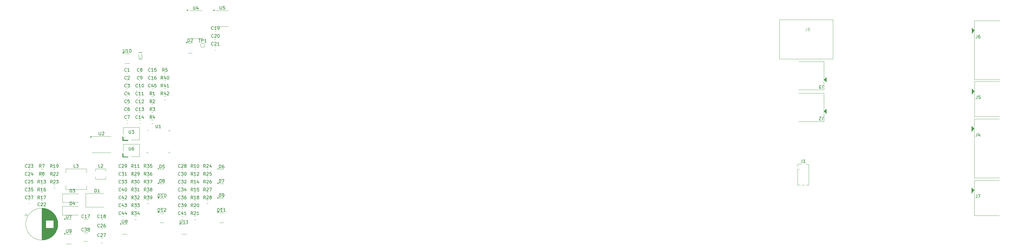
<source format=gbr>
%TF.GenerationSoftware,KiCad,Pcbnew,9.0.1-9.0.1-0~ubuntu24.04.1*%
%TF.CreationDate,2025-04-27T20:23:54-07:00*%
%TF.ProjectId,CAN-IO-expander,43414e2d-494f-42d6-9578-70616e646572,1*%
%TF.SameCoordinates,Original*%
%TF.FileFunction,Legend,Top*%
%TF.FilePolarity,Positive*%
%FSLAX46Y46*%
G04 Gerber Fmt 4.6, Leading zero omitted, Abs format (unit mm)*
G04 Created by KiCad (PCBNEW 9.0.1-9.0.1-0~ubuntu24.04.1) date 2025-04-27 20:23:54*
%MOMM*%
%LPD*%
G01*
G04 APERTURE LIST*
%ADD10C,0.150000*%
%ADD11C,0.100000*%
%ADD12C,0.120000*%
%ADD13C,0.127000*%
G04 APERTURE END LIST*
D10*
X-12394957Y-95846380D02*
X-12442576Y-95894000D01*
X-12442576Y-95894000D02*
X-12585433Y-95941619D01*
X-12585433Y-95941619D02*
X-12680671Y-95941619D01*
X-12680671Y-95941619D02*
X-12823528Y-95894000D01*
X-12823528Y-95894000D02*
X-12918766Y-95798761D01*
X-12918766Y-95798761D02*
X-12966385Y-95703523D01*
X-12966385Y-95703523D02*
X-13014004Y-95513047D01*
X-13014004Y-95513047D02*
X-13014004Y-95370190D01*
X-13014004Y-95370190D02*
X-12966385Y-95179714D01*
X-12966385Y-95179714D02*
X-12918766Y-95084476D01*
X-12918766Y-95084476D02*
X-12823528Y-94989238D01*
X-12823528Y-94989238D02*
X-12680671Y-94941619D01*
X-12680671Y-94941619D02*
X-12585433Y-94941619D01*
X-12585433Y-94941619D02*
X-12442576Y-94989238D01*
X-12442576Y-94989238D02*
X-12394957Y-95036857D01*
X-12014004Y-95036857D02*
X-11966385Y-94989238D01*
X-11966385Y-94989238D02*
X-11871147Y-94941619D01*
X-11871147Y-94941619D02*
X-11633052Y-94941619D01*
X-11633052Y-94941619D02*
X-11537814Y-94989238D01*
X-11537814Y-94989238D02*
X-11490195Y-95036857D01*
X-11490195Y-95036857D02*
X-11442576Y-95132095D01*
X-11442576Y-95132095D02*
X-11442576Y-95227333D01*
X-11442576Y-95227333D02*
X-11490195Y-95370190D01*
X-11490195Y-95370190D02*
X-12061623Y-95941619D01*
X-12061623Y-95941619D02*
X-11442576Y-95941619D01*
X-10490195Y-95941619D02*
X-11061623Y-95941619D01*
X-10775909Y-95941619D02*
X-10775909Y-94941619D01*
X-10775909Y-94941619D02*
X-10871147Y-95084476D01*
X-10871147Y-95084476D02*
X-10966385Y-95179714D01*
X-10966385Y-95179714D02*
X-11061623Y-95227333D01*
X-22940194Y-151676619D02*
X-22940194Y-152486142D01*
X-22940194Y-152486142D02*
X-22892575Y-152581380D01*
X-22892575Y-152581380D02*
X-22844956Y-152629000D01*
X-22844956Y-152629000D02*
X-22749718Y-152676619D01*
X-22749718Y-152676619D02*
X-22559242Y-152676619D01*
X-22559242Y-152676619D02*
X-22464004Y-152629000D01*
X-22464004Y-152629000D02*
X-22416385Y-152581380D01*
X-22416385Y-152581380D02*
X-22368766Y-152486142D01*
X-22368766Y-152486142D02*
X-22368766Y-151676619D01*
X-21368766Y-152676619D02*
X-21940194Y-152676619D01*
X-21654480Y-152676619D02*
X-21654480Y-151676619D01*
X-21654480Y-151676619D02*
X-21749718Y-151819476D01*
X-21749718Y-151819476D02*
X-21844956Y-151914714D01*
X-21844956Y-151914714D02*
X-21940194Y-151962333D01*
X-20416385Y-152676619D02*
X-20987813Y-152676619D01*
X-20702099Y-152676619D02*
X-20702099Y-151676619D01*
X-20702099Y-151676619D02*
X-20797337Y-151819476D01*
X-20797337Y-151819476D02*
X-20892575Y-151914714D01*
X-20892575Y-151914714D02*
X-20987813Y-151962333D01*
X-71644957Y-137346380D02*
X-71692576Y-137394000D01*
X-71692576Y-137394000D02*
X-71835433Y-137441619D01*
X-71835433Y-137441619D02*
X-71930671Y-137441619D01*
X-71930671Y-137441619D02*
X-72073528Y-137394000D01*
X-72073528Y-137394000D02*
X-72168766Y-137298761D01*
X-72168766Y-137298761D02*
X-72216385Y-137203523D01*
X-72216385Y-137203523D02*
X-72264004Y-137013047D01*
X-72264004Y-137013047D02*
X-72264004Y-136870190D01*
X-72264004Y-136870190D02*
X-72216385Y-136679714D01*
X-72216385Y-136679714D02*
X-72168766Y-136584476D01*
X-72168766Y-136584476D02*
X-72073528Y-136489238D01*
X-72073528Y-136489238D02*
X-71930671Y-136441619D01*
X-71930671Y-136441619D02*
X-71835433Y-136441619D01*
X-71835433Y-136441619D02*
X-71692576Y-136489238D01*
X-71692576Y-136489238D02*
X-71644957Y-136536857D01*
X-71264004Y-136536857D02*
X-71216385Y-136489238D01*
X-71216385Y-136489238D02*
X-71121147Y-136441619D01*
X-71121147Y-136441619D02*
X-70883052Y-136441619D01*
X-70883052Y-136441619D02*
X-70787814Y-136489238D01*
X-70787814Y-136489238D02*
X-70740195Y-136536857D01*
X-70740195Y-136536857D02*
X-70692576Y-136632095D01*
X-70692576Y-136632095D02*
X-70692576Y-136727333D01*
X-70692576Y-136727333D02*
X-70740195Y-136870190D01*
X-70740195Y-136870190D02*
X-71311623Y-137441619D01*
X-71311623Y-137441619D02*
X-70692576Y-137441619D01*
X-69835433Y-136774952D02*
X-69835433Y-137441619D01*
X-70073528Y-136394000D02*
X-70311623Y-137108285D01*
X-70311623Y-137108285D02*
X-69692576Y-137108285D01*
X-33814957Y-144971619D02*
X-34148290Y-144495428D01*
X-34386385Y-144971619D02*
X-34386385Y-143971619D01*
X-34386385Y-143971619D02*
X-34005433Y-143971619D01*
X-34005433Y-143971619D02*
X-33910195Y-144019238D01*
X-33910195Y-144019238D02*
X-33862576Y-144066857D01*
X-33862576Y-144066857D02*
X-33814957Y-144162095D01*
X-33814957Y-144162095D02*
X-33814957Y-144304952D01*
X-33814957Y-144304952D02*
X-33862576Y-144400190D01*
X-33862576Y-144400190D02*
X-33910195Y-144447809D01*
X-33910195Y-144447809D02*
X-34005433Y-144495428D01*
X-34005433Y-144495428D02*
X-34386385Y-144495428D01*
X-33481623Y-143971619D02*
X-32862576Y-143971619D01*
X-32862576Y-143971619D02*
X-33195909Y-144352571D01*
X-33195909Y-144352571D02*
X-33053052Y-144352571D01*
X-33053052Y-144352571D02*
X-32957814Y-144400190D01*
X-32957814Y-144400190D02*
X-32910195Y-144447809D01*
X-32910195Y-144447809D02*
X-32862576Y-144543047D01*
X-32862576Y-144543047D02*
X-32862576Y-144781142D01*
X-32862576Y-144781142D02*
X-32910195Y-144876380D01*
X-32910195Y-144876380D02*
X-32957814Y-144924000D01*
X-32957814Y-144924000D02*
X-33053052Y-144971619D01*
X-33053052Y-144971619D02*
X-33338766Y-144971619D01*
X-33338766Y-144971619D02*
X-33434004Y-144924000D01*
X-33434004Y-144924000D02*
X-33481623Y-144876380D01*
X-32386385Y-144971619D02*
X-32195909Y-144971619D01*
X-32195909Y-144971619D02*
X-32100671Y-144924000D01*
X-32100671Y-144924000D02*
X-32053052Y-144876380D01*
X-32053052Y-144876380D02*
X-31957814Y-144733523D01*
X-31957814Y-144733523D02*
X-31910195Y-144543047D01*
X-31910195Y-144543047D02*
X-31910195Y-144162095D01*
X-31910195Y-144162095D02*
X-31957814Y-144066857D01*
X-31957814Y-144066857D02*
X-32005433Y-144019238D01*
X-32005433Y-144019238D02*
X-32100671Y-143971619D01*
X-32100671Y-143971619D02*
X-32291147Y-143971619D01*
X-32291147Y-143971619D02*
X-32386385Y-144019238D01*
X-32386385Y-144019238D02*
X-32434004Y-144066857D01*
X-32434004Y-144066857D02*
X-32481623Y-144162095D01*
X-32481623Y-144162095D02*
X-32481623Y-144400190D01*
X-32481623Y-144400190D02*
X-32434004Y-144495428D01*
X-32434004Y-144495428D02*
X-32386385Y-144543047D01*
X-32386385Y-144543047D02*
X-32291147Y-144590666D01*
X-32291147Y-144590666D02*
X-32100671Y-144590666D01*
X-32100671Y-144590666D02*
X-32005433Y-144543047D01*
X-32005433Y-144543047D02*
X-31957814Y-144495428D01*
X-31957814Y-144495428D02*
X-31910195Y-144400190D01*
X-39998766Y-119246380D02*
X-40046385Y-119294000D01*
X-40046385Y-119294000D02*
X-40189242Y-119341619D01*
X-40189242Y-119341619D02*
X-40284480Y-119341619D01*
X-40284480Y-119341619D02*
X-40427337Y-119294000D01*
X-40427337Y-119294000D02*
X-40522575Y-119198761D01*
X-40522575Y-119198761D02*
X-40570194Y-119103523D01*
X-40570194Y-119103523D02*
X-40617813Y-118913047D01*
X-40617813Y-118913047D02*
X-40617813Y-118770190D01*
X-40617813Y-118770190D02*
X-40570194Y-118579714D01*
X-40570194Y-118579714D02*
X-40522575Y-118484476D01*
X-40522575Y-118484476D02*
X-40427337Y-118389238D01*
X-40427337Y-118389238D02*
X-40284480Y-118341619D01*
X-40284480Y-118341619D02*
X-40189242Y-118341619D01*
X-40189242Y-118341619D02*
X-40046385Y-118389238D01*
X-40046385Y-118389238D02*
X-39998766Y-118436857D01*
X-39665432Y-118341619D02*
X-38998766Y-118341619D01*
X-38998766Y-118341619D02*
X-39427337Y-119341619D01*
X-18904957Y-137441619D02*
X-19238290Y-136965428D01*
X-19476385Y-137441619D02*
X-19476385Y-136441619D01*
X-19476385Y-136441619D02*
X-19095433Y-136441619D01*
X-19095433Y-136441619D02*
X-19000195Y-136489238D01*
X-19000195Y-136489238D02*
X-18952576Y-136536857D01*
X-18952576Y-136536857D02*
X-18904957Y-136632095D01*
X-18904957Y-136632095D02*
X-18904957Y-136774952D01*
X-18904957Y-136774952D02*
X-18952576Y-136870190D01*
X-18952576Y-136870190D02*
X-19000195Y-136917809D01*
X-19000195Y-136917809D02*
X-19095433Y-136965428D01*
X-19095433Y-136965428D02*
X-19476385Y-136965428D01*
X-17952576Y-137441619D02*
X-18524004Y-137441619D01*
X-18238290Y-137441619D02*
X-18238290Y-136441619D01*
X-18238290Y-136441619D02*
X-18333528Y-136584476D01*
X-18333528Y-136584476D02*
X-18428766Y-136679714D01*
X-18428766Y-136679714D02*
X-18524004Y-136727333D01*
X-17571623Y-136536857D02*
X-17524004Y-136489238D01*
X-17524004Y-136489238D02*
X-17428766Y-136441619D01*
X-17428766Y-136441619D02*
X-17190671Y-136441619D01*
X-17190671Y-136441619D02*
X-17095433Y-136489238D01*
X-17095433Y-136489238D02*
X-17047814Y-136536857D01*
X-17047814Y-136536857D02*
X-17000195Y-136632095D01*
X-17000195Y-136632095D02*
X-17000195Y-136727333D01*
X-17000195Y-136727333D02*
X-17047814Y-136870190D01*
X-17047814Y-136870190D02*
X-17619242Y-137441619D01*
X-17619242Y-137441619D02*
X-17000195Y-137441619D01*
X-41834957Y-144876380D02*
X-41882576Y-144924000D01*
X-41882576Y-144924000D02*
X-42025433Y-144971619D01*
X-42025433Y-144971619D02*
X-42120671Y-144971619D01*
X-42120671Y-144971619D02*
X-42263528Y-144924000D01*
X-42263528Y-144924000D02*
X-42358766Y-144828761D01*
X-42358766Y-144828761D02*
X-42406385Y-144733523D01*
X-42406385Y-144733523D02*
X-42454004Y-144543047D01*
X-42454004Y-144543047D02*
X-42454004Y-144400190D01*
X-42454004Y-144400190D02*
X-42406385Y-144209714D01*
X-42406385Y-144209714D02*
X-42358766Y-144114476D01*
X-42358766Y-144114476D02*
X-42263528Y-144019238D01*
X-42263528Y-144019238D02*
X-42120671Y-143971619D01*
X-42120671Y-143971619D02*
X-42025433Y-143971619D01*
X-42025433Y-143971619D02*
X-41882576Y-144019238D01*
X-41882576Y-144019238D02*
X-41834957Y-144066857D01*
X-40977814Y-144304952D02*
X-40977814Y-144971619D01*
X-41215909Y-143924000D02*
X-41454004Y-144638285D01*
X-41454004Y-144638285D02*
X-40834957Y-144638285D01*
X-40501623Y-144066857D02*
X-40454004Y-144019238D01*
X-40454004Y-144019238D02*
X-40358766Y-143971619D01*
X-40358766Y-143971619D02*
X-40120671Y-143971619D01*
X-40120671Y-143971619D02*
X-40025433Y-144019238D01*
X-40025433Y-144019238D02*
X-39977814Y-144066857D01*
X-39977814Y-144066857D02*
X-39930195Y-144162095D01*
X-39930195Y-144162095D02*
X-39930195Y-144257333D01*
X-39930195Y-144257333D02*
X-39977814Y-144400190D01*
X-39977814Y-144400190D02*
X-40549242Y-144971619D01*
X-40549242Y-144971619D02*
X-39930195Y-144971619D01*
X-63624957Y-137441619D02*
X-63958290Y-136965428D01*
X-64196385Y-137441619D02*
X-64196385Y-136441619D01*
X-64196385Y-136441619D02*
X-63815433Y-136441619D01*
X-63815433Y-136441619D02*
X-63720195Y-136489238D01*
X-63720195Y-136489238D02*
X-63672576Y-136536857D01*
X-63672576Y-136536857D02*
X-63624957Y-136632095D01*
X-63624957Y-136632095D02*
X-63624957Y-136774952D01*
X-63624957Y-136774952D02*
X-63672576Y-136870190D01*
X-63672576Y-136870190D02*
X-63720195Y-136917809D01*
X-63720195Y-136917809D02*
X-63815433Y-136965428D01*
X-63815433Y-136965428D02*
X-64196385Y-136965428D01*
X-63244004Y-136536857D02*
X-63196385Y-136489238D01*
X-63196385Y-136489238D02*
X-63101147Y-136441619D01*
X-63101147Y-136441619D02*
X-62863052Y-136441619D01*
X-62863052Y-136441619D02*
X-62767814Y-136489238D01*
X-62767814Y-136489238D02*
X-62720195Y-136536857D01*
X-62720195Y-136536857D02*
X-62672576Y-136632095D01*
X-62672576Y-136632095D02*
X-62672576Y-136727333D01*
X-62672576Y-136727333D02*
X-62720195Y-136870190D01*
X-62720195Y-136870190D02*
X-63291623Y-137441619D01*
X-63291623Y-137441619D02*
X-62672576Y-137441619D01*
X-62291623Y-136536857D02*
X-62244004Y-136489238D01*
X-62244004Y-136489238D02*
X-62148766Y-136441619D01*
X-62148766Y-136441619D02*
X-61910671Y-136441619D01*
X-61910671Y-136441619D02*
X-61815433Y-136489238D01*
X-61815433Y-136489238D02*
X-61767814Y-136536857D01*
X-61767814Y-136536857D02*
X-61720195Y-136632095D01*
X-61720195Y-136632095D02*
X-61720195Y-136727333D01*
X-61720195Y-136727333D02*
X-61767814Y-136870190D01*
X-61767814Y-136870190D02*
X-62339242Y-137441619D01*
X-62339242Y-137441619D02*
X-61720195Y-137441619D01*
X-31978766Y-111811619D02*
X-32312099Y-111335428D01*
X-32550194Y-111811619D02*
X-32550194Y-110811619D01*
X-32550194Y-110811619D02*
X-32169242Y-110811619D01*
X-32169242Y-110811619D02*
X-32074004Y-110859238D01*
X-32074004Y-110859238D02*
X-32026385Y-110906857D01*
X-32026385Y-110906857D02*
X-31978766Y-111002095D01*
X-31978766Y-111002095D02*
X-31978766Y-111144952D01*
X-31978766Y-111144952D02*
X-32026385Y-111240190D01*
X-32026385Y-111240190D02*
X-32074004Y-111287809D01*
X-32074004Y-111287809D02*
X-32169242Y-111335428D01*
X-32169242Y-111335428D02*
X-32550194Y-111335428D01*
X-31026385Y-111811619D02*
X-31597813Y-111811619D01*
X-31312099Y-111811619D02*
X-31312099Y-110811619D01*
X-31312099Y-110811619D02*
X-31407337Y-110954476D01*
X-31407337Y-110954476D02*
X-31502575Y-111049714D01*
X-31502575Y-111049714D02*
X-31597813Y-111097333D01*
X181435333Y-119834380D02*
X181435333Y-119120095D01*
X181435333Y-119120095D02*
X181482952Y-118977238D01*
X181482952Y-118977238D02*
X181578190Y-118882000D01*
X181578190Y-118882000D02*
X181721047Y-118834380D01*
X181721047Y-118834380D02*
X181816285Y-118834380D01*
X181006761Y-119739142D02*
X180959142Y-119786761D01*
X180959142Y-119786761D02*
X180863904Y-119834380D01*
X180863904Y-119834380D02*
X180625809Y-119834380D01*
X180625809Y-119834380D02*
X180530571Y-119786761D01*
X180530571Y-119786761D02*
X180482952Y-119739142D01*
X180482952Y-119739142D02*
X180435333Y-119643904D01*
X180435333Y-119643904D02*
X180435333Y-119548666D01*
X180435333Y-119548666D02*
X180482952Y-119405809D01*
X180482952Y-119405809D02*
X181054380Y-118834380D01*
X181054380Y-118834380D02*
X180435333Y-118834380D01*
X-10540194Y-144356619D02*
X-10540194Y-143356619D01*
X-10540194Y-143356619D02*
X-10302099Y-143356619D01*
X-10302099Y-143356619D02*
X-10159242Y-143404238D01*
X-10159242Y-143404238D02*
X-10064004Y-143499476D01*
X-10064004Y-143499476D02*
X-10016385Y-143594714D01*
X-10016385Y-143594714D02*
X-9968766Y-143785190D01*
X-9968766Y-143785190D02*
X-9968766Y-143928047D01*
X-9968766Y-143928047D02*
X-10016385Y-144118523D01*
X-10016385Y-144118523D02*
X-10064004Y-144213761D01*
X-10064004Y-144213761D02*
X-10159242Y-144309000D01*
X-10159242Y-144309000D02*
X-10302099Y-144356619D01*
X-10302099Y-144356619D02*
X-10540194Y-144356619D01*
X-9492575Y-144356619D02*
X-9302099Y-144356619D01*
X-9302099Y-144356619D02*
X-9206861Y-144309000D01*
X-9206861Y-144309000D02*
X-9159242Y-144261380D01*
X-9159242Y-144261380D02*
X-9064004Y-144118523D01*
X-9064004Y-144118523D02*
X-9016385Y-143928047D01*
X-9016385Y-143928047D02*
X-9016385Y-143547095D01*
X-9016385Y-143547095D02*
X-9064004Y-143451857D01*
X-9064004Y-143451857D02*
X-9111623Y-143404238D01*
X-9111623Y-143404238D02*
X-9206861Y-143356619D01*
X-9206861Y-143356619D02*
X-9397337Y-143356619D01*
X-9397337Y-143356619D02*
X-9492575Y-143404238D01*
X-9492575Y-143404238D02*
X-9540194Y-143451857D01*
X-9540194Y-143451857D02*
X-9587813Y-143547095D01*
X-9587813Y-143547095D02*
X-9587813Y-143785190D01*
X-9587813Y-143785190D02*
X-9540194Y-143880428D01*
X-9540194Y-143880428D02*
X-9492575Y-143928047D01*
X-9492575Y-143928047D02*
X-9397337Y-143975666D01*
X-9397337Y-143975666D02*
X-9206861Y-143975666D01*
X-9206861Y-143975666D02*
X-9111623Y-143928047D01*
X-9111623Y-143928047D02*
X-9064004Y-143880428D01*
X-9064004Y-143880428D02*
X-9016385Y-143785190D01*
X-11016385Y-148981619D02*
X-11016385Y-147981619D01*
X-11016385Y-147981619D02*
X-10778290Y-147981619D01*
X-10778290Y-147981619D02*
X-10635433Y-148029238D01*
X-10635433Y-148029238D02*
X-10540195Y-148124476D01*
X-10540195Y-148124476D02*
X-10492576Y-148219714D01*
X-10492576Y-148219714D02*
X-10444957Y-148410190D01*
X-10444957Y-148410190D02*
X-10444957Y-148553047D01*
X-10444957Y-148553047D02*
X-10492576Y-148743523D01*
X-10492576Y-148743523D02*
X-10540195Y-148838761D01*
X-10540195Y-148838761D02*
X-10635433Y-148934000D01*
X-10635433Y-148934000D02*
X-10778290Y-148981619D01*
X-10778290Y-148981619D02*
X-11016385Y-148981619D01*
X-9492576Y-148981619D02*
X-10064004Y-148981619D01*
X-9778290Y-148981619D02*
X-9778290Y-147981619D01*
X-9778290Y-147981619D02*
X-9873528Y-148124476D01*
X-9873528Y-148124476D02*
X-9968766Y-148219714D01*
X-9968766Y-148219714D02*
X-10064004Y-148267333D01*
X-8540195Y-148981619D02*
X-9111623Y-148981619D01*
X-8825909Y-148981619D02*
X-8825909Y-147981619D01*
X-8825909Y-147981619D02*
X-8921147Y-148124476D01*
X-8921147Y-148124476D02*
X-9016385Y-148219714D01*
X-9016385Y-148219714D02*
X-9111623Y-148267333D01*
X-32454957Y-109206380D02*
X-32502576Y-109254000D01*
X-32502576Y-109254000D02*
X-32645433Y-109301619D01*
X-32645433Y-109301619D02*
X-32740671Y-109301619D01*
X-32740671Y-109301619D02*
X-32883528Y-109254000D01*
X-32883528Y-109254000D02*
X-32978766Y-109158761D01*
X-32978766Y-109158761D02*
X-33026385Y-109063523D01*
X-33026385Y-109063523D02*
X-33074004Y-108873047D01*
X-33074004Y-108873047D02*
X-33074004Y-108730190D01*
X-33074004Y-108730190D02*
X-33026385Y-108539714D01*
X-33026385Y-108539714D02*
X-32978766Y-108444476D01*
X-32978766Y-108444476D02*
X-32883528Y-108349238D01*
X-32883528Y-108349238D02*
X-32740671Y-108301619D01*
X-32740671Y-108301619D02*
X-32645433Y-108301619D01*
X-32645433Y-108301619D02*
X-32502576Y-108349238D01*
X-32502576Y-108349238D02*
X-32454957Y-108396857D01*
X-31597814Y-108634952D02*
X-31597814Y-109301619D01*
X-31835909Y-108254000D02*
X-32074004Y-108968285D01*
X-32074004Y-108968285D02*
X-31454957Y-108968285D01*
X-30597814Y-108301619D02*
X-31074004Y-108301619D01*
X-31074004Y-108301619D02*
X-31121623Y-108777809D01*
X-31121623Y-108777809D02*
X-31074004Y-108730190D01*
X-31074004Y-108730190D02*
X-30978766Y-108682571D01*
X-30978766Y-108682571D02*
X-30740671Y-108682571D01*
X-30740671Y-108682571D02*
X-30645433Y-108730190D01*
X-30645433Y-108730190D02*
X-30597814Y-108777809D01*
X-30597814Y-108777809D02*
X-30550195Y-108873047D01*
X-30550195Y-108873047D02*
X-30550195Y-109111142D01*
X-30550195Y-109111142D02*
X-30597814Y-109206380D01*
X-30597814Y-109206380D02*
X-30645433Y-109254000D01*
X-30645433Y-109254000D02*
X-30740671Y-109301619D01*
X-30740671Y-109301619D02*
X-30978766Y-109301619D01*
X-30978766Y-109301619D02*
X-31074004Y-109254000D01*
X-31074004Y-109254000D02*
X-31121623Y-109206380D01*
X-39998766Y-109206380D02*
X-40046385Y-109254000D01*
X-40046385Y-109254000D02*
X-40189242Y-109301619D01*
X-40189242Y-109301619D02*
X-40284480Y-109301619D01*
X-40284480Y-109301619D02*
X-40427337Y-109254000D01*
X-40427337Y-109254000D02*
X-40522575Y-109158761D01*
X-40522575Y-109158761D02*
X-40570194Y-109063523D01*
X-40570194Y-109063523D02*
X-40617813Y-108873047D01*
X-40617813Y-108873047D02*
X-40617813Y-108730190D01*
X-40617813Y-108730190D02*
X-40570194Y-108539714D01*
X-40570194Y-108539714D02*
X-40522575Y-108444476D01*
X-40522575Y-108444476D02*
X-40427337Y-108349238D01*
X-40427337Y-108349238D02*
X-40284480Y-108301619D01*
X-40284480Y-108301619D02*
X-40189242Y-108301619D01*
X-40189242Y-108301619D02*
X-40046385Y-108349238D01*
X-40046385Y-108349238D02*
X-39998766Y-108396857D01*
X-39665432Y-108301619D02*
X-39046385Y-108301619D01*
X-39046385Y-108301619D02*
X-39379718Y-108682571D01*
X-39379718Y-108682571D02*
X-39236861Y-108682571D01*
X-39236861Y-108682571D02*
X-39141623Y-108730190D01*
X-39141623Y-108730190D02*
X-39094004Y-108777809D01*
X-39094004Y-108777809D02*
X-39046385Y-108873047D01*
X-39046385Y-108873047D02*
X-39046385Y-109111142D01*
X-39046385Y-109111142D02*
X-39094004Y-109206380D01*
X-39094004Y-109206380D02*
X-39141623Y-109254000D01*
X-39141623Y-109254000D02*
X-39236861Y-109301619D01*
X-39236861Y-109301619D02*
X-39522575Y-109301619D01*
X-39522575Y-109301619D02*
X-39617813Y-109254000D01*
X-39617813Y-109254000D02*
X-39665432Y-109206380D01*
D11*
X-35700366Y-99768719D02*
X-36176556Y-99768719D01*
X-36176556Y-99768719D02*
X-36176556Y-98768719D01*
X-34843223Y-99768719D02*
X-35414651Y-99768719D01*
X-35128937Y-99768719D02*
X-35128937Y-98768719D01*
X-35128937Y-98768719D02*
X-35224175Y-98911576D01*
X-35224175Y-98911576D02*
X-35319413Y-99006814D01*
X-35319413Y-99006814D02*
X-35414651Y-99054433D01*
D10*
X174926666Y-132355219D02*
X174926666Y-133069504D01*
X174926666Y-133069504D02*
X174879047Y-133212361D01*
X174879047Y-133212361D02*
X174783809Y-133307600D01*
X174783809Y-133307600D02*
X174640952Y-133355219D01*
X174640952Y-133355219D02*
X174545714Y-133355219D01*
X175926666Y-133355219D02*
X175355238Y-133355219D01*
X175640952Y-133355219D02*
X175640952Y-132355219D01*
X175640952Y-132355219D02*
X175545714Y-132498076D01*
X175545714Y-132498076D02*
X175450476Y-132593314D01*
X175450476Y-132593314D02*
X175355238Y-132640933D01*
X-37824957Y-144971619D02*
X-38158290Y-144495428D01*
X-38396385Y-144971619D02*
X-38396385Y-143971619D01*
X-38396385Y-143971619D02*
X-38015433Y-143971619D01*
X-38015433Y-143971619D02*
X-37920195Y-144019238D01*
X-37920195Y-144019238D02*
X-37872576Y-144066857D01*
X-37872576Y-144066857D02*
X-37824957Y-144162095D01*
X-37824957Y-144162095D02*
X-37824957Y-144304952D01*
X-37824957Y-144304952D02*
X-37872576Y-144400190D01*
X-37872576Y-144400190D02*
X-37920195Y-144447809D01*
X-37920195Y-144447809D02*
X-38015433Y-144495428D01*
X-38015433Y-144495428D02*
X-38396385Y-144495428D01*
X-37491623Y-143971619D02*
X-36872576Y-143971619D01*
X-36872576Y-143971619D02*
X-37205909Y-144352571D01*
X-37205909Y-144352571D02*
X-37063052Y-144352571D01*
X-37063052Y-144352571D02*
X-36967814Y-144400190D01*
X-36967814Y-144400190D02*
X-36920195Y-144447809D01*
X-36920195Y-144447809D02*
X-36872576Y-144543047D01*
X-36872576Y-144543047D02*
X-36872576Y-144781142D01*
X-36872576Y-144781142D02*
X-36920195Y-144876380D01*
X-36920195Y-144876380D02*
X-36967814Y-144924000D01*
X-36967814Y-144924000D02*
X-37063052Y-144971619D01*
X-37063052Y-144971619D02*
X-37348766Y-144971619D01*
X-37348766Y-144971619D02*
X-37444004Y-144924000D01*
X-37444004Y-144924000D02*
X-37491623Y-144876380D01*
X-36491623Y-144066857D02*
X-36444004Y-144019238D01*
X-36444004Y-144019238D02*
X-36348766Y-143971619D01*
X-36348766Y-143971619D02*
X-36110671Y-143971619D01*
X-36110671Y-143971619D02*
X-36015433Y-144019238D01*
X-36015433Y-144019238D02*
X-35967814Y-144066857D01*
X-35967814Y-144066857D02*
X-35920195Y-144162095D01*
X-35920195Y-144162095D02*
X-35920195Y-144257333D01*
X-35920195Y-144257333D02*
X-35967814Y-144400190D01*
X-35967814Y-144400190D02*
X-36539242Y-144971619D01*
X-36539242Y-144971619D02*
X-35920195Y-144971619D01*
X-41834957Y-142366380D02*
X-41882576Y-142414000D01*
X-41882576Y-142414000D02*
X-42025433Y-142461619D01*
X-42025433Y-142461619D02*
X-42120671Y-142461619D01*
X-42120671Y-142461619D02*
X-42263528Y-142414000D01*
X-42263528Y-142414000D02*
X-42358766Y-142318761D01*
X-42358766Y-142318761D02*
X-42406385Y-142223523D01*
X-42406385Y-142223523D02*
X-42454004Y-142033047D01*
X-42454004Y-142033047D02*
X-42454004Y-141890190D01*
X-42454004Y-141890190D02*
X-42406385Y-141699714D01*
X-42406385Y-141699714D02*
X-42358766Y-141604476D01*
X-42358766Y-141604476D02*
X-42263528Y-141509238D01*
X-42263528Y-141509238D02*
X-42120671Y-141461619D01*
X-42120671Y-141461619D02*
X-42025433Y-141461619D01*
X-42025433Y-141461619D02*
X-41882576Y-141509238D01*
X-41882576Y-141509238D02*
X-41834957Y-141556857D01*
X-40977814Y-141794952D02*
X-40977814Y-142461619D01*
X-41215909Y-141414000D02*
X-41454004Y-142128285D01*
X-41454004Y-142128285D02*
X-40834957Y-142128285D01*
X-40263528Y-141461619D02*
X-40168290Y-141461619D01*
X-40168290Y-141461619D02*
X-40073052Y-141509238D01*
X-40073052Y-141509238D02*
X-40025433Y-141556857D01*
X-40025433Y-141556857D02*
X-39977814Y-141652095D01*
X-39977814Y-141652095D02*
X-39930195Y-141842571D01*
X-39930195Y-141842571D02*
X-39930195Y-142080666D01*
X-39930195Y-142080666D02*
X-39977814Y-142271142D01*
X-39977814Y-142271142D02*
X-40025433Y-142366380D01*
X-40025433Y-142366380D02*
X-40073052Y-142414000D01*
X-40073052Y-142414000D02*
X-40168290Y-142461619D01*
X-40168290Y-142461619D02*
X-40263528Y-142461619D01*
X-40263528Y-142461619D02*
X-40358766Y-142414000D01*
X-40358766Y-142414000D02*
X-40406385Y-142366380D01*
X-40406385Y-142366380D02*
X-40454004Y-142271142D01*
X-40454004Y-142271142D02*
X-40501623Y-142080666D01*
X-40501623Y-142080666D02*
X-40501623Y-141842571D01*
X-40501623Y-141842571D02*
X-40454004Y-141652095D01*
X-40454004Y-141652095D02*
X-40406385Y-141556857D01*
X-40406385Y-141556857D02*
X-40358766Y-141509238D01*
X-40358766Y-141509238D02*
X-40263528Y-141461619D01*
X-31978766Y-114321619D02*
X-32312099Y-113845428D01*
X-32550194Y-114321619D02*
X-32550194Y-113321619D01*
X-32550194Y-113321619D02*
X-32169242Y-113321619D01*
X-32169242Y-113321619D02*
X-32074004Y-113369238D01*
X-32074004Y-113369238D02*
X-32026385Y-113416857D01*
X-32026385Y-113416857D02*
X-31978766Y-113512095D01*
X-31978766Y-113512095D02*
X-31978766Y-113654952D01*
X-31978766Y-113654952D02*
X-32026385Y-113750190D01*
X-32026385Y-113750190D02*
X-32074004Y-113797809D01*
X-32074004Y-113797809D02*
X-32169242Y-113845428D01*
X-32169242Y-113845428D02*
X-32550194Y-113845428D01*
X-31597813Y-113416857D02*
X-31550194Y-113369238D01*
X-31550194Y-113369238D02*
X-31454956Y-113321619D01*
X-31454956Y-113321619D02*
X-31216861Y-113321619D01*
X-31216861Y-113321619D02*
X-31121623Y-113369238D01*
X-31121623Y-113369238D02*
X-31074004Y-113416857D01*
X-31074004Y-113416857D02*
X-31026385Y-113512095D01*
X-31026385Y-113512095D02*
X-31026385Y-113607333D01*
X-31026385Y-113607333D02*
X-31074004Y-113750190D01*
X-31074004Y-113750190D02*
X-31645432Y-114321619D01*
X-31645432Y-114321619D02*
X-31026385Y-114321619D01*
X-36464957Y-116736380D02*
X-36512576Y-116784000D01*
X-36512576Y-116784000D02*
X-36655433Y-116831619D01*
X-36655433Y-116831619D02*
X-36750671Y-116831619D01*
X-36750671Y-116831619D02*
X-36893528Y-116784000D01*
X-36893528Y-116784000D02*
X-36988766Y-116688761D01*
X-36988766Y-116688761D02*
X-37036385Y-116593523D01*
X-37036385Y-116593523D02*
X-37084004Y-116403047D01*
X-37084004Y-116403047D02*
X-37084004Y-116260190D01*
X-37084004Y-116260190D02*
X-37036385Y-116069714D01*
X-37036385Y-116069714D02*
X-36988766Y-115974476D01*
X-36988766Y-115974476D02*
X-36893528Y-115879238D01*
X-36893528Y-115879238D02*
X-36750671Y-115831619D01*
X-36750671Y-115831619D02*
X-36655433Y-115831619D01*
X-36655433Y-115831619D02*
X-36512576Y-115879238D01*
X-36512576Y-115879238D02*
X-36464957Y-115926857D01*
X-35512576Y-116831619D02*
X-36084004Y-116831619D01*
X-35798290Y-116831619D02*
X-35798290Y-115831619D01*
X-35798290Y-115831619D02*
X-35893528Y-115974476D01*
X-35893528Y-115974476D02*
X-35988766Y-116069714D01*
X-35988766Y-116069714D02*
X-36084004Y-116117333D01*
X-35179242Y-115831619D02*
X-34560195Y-115831619D01*
X-34560195Y-115831619D02*
X-34893528Y-116212571D01*
X-34893528Y-116212571D02*
X-34750671Y-116212571D01*
X-34750671Y-116212571D02*
X-34655433Y-116260190D01*
X-34655433Y-116260190D02*
X-34607814Y-116307809D01*
X-34607814Y-116307809D02*
X-34560195Y-116403047D01*
X-34560195Y-116403047D02*
X-34560195Y-116641142D01*
X-34560195Y-116641142D02*
X-34607814Y-116736380D01*
X-34607814Y-116736380D02*
X-34655433Y-116784000D01*
X-34655433Y-116784000D02*
X-34750671Y-116831619D01*
X-34750671Y-116831619D02*
X-35036385Y-116831619D01*
X-35036385Y-116831619D02*
X-35131623Y-116784000D01*
X-35131623Y-116784000D02*
X-35179242Y-116736380D01*
X-17054004Y-93953619D02*
X-16482576Y-93953619D01*
X-16768290Y-94953619D02*
X-16768290Y-93953619D01*
X-16149242Y-94953619D02*
X-16149242Y-93953619D01*
X-16149242Y-93953619D02*
X-15768290Y-93953619D01*
X-15768290Y-93953619D02*
X-15673052Y-94001238D01*
X-15673052Y-94001238D02*
X-15625433Y-94048857D01*
X-15625433Y-94048857D02*
X-15577814Y-94144095D01*
X-15577814Y-94144095D02*
X-15577814Y-94286952D01*
X-15577814Y-94286952D02*
X-15625433Y-94382190D01*
X-15625433Y-94382190D02*
X-15673052Y-94429809D01*
X-15673052Y-94429809D02*
X-15768290Y-94477428D01*
X-15768290Y-94477428D02*
X-16149242Y-94477428D01*
X-14625433Y-94953619D02*
X-15196861Y-94953619D01*
X-14911147Y-94953619D02*
X-14911147Y-93953619D01*
X-14911147Y-93953619D02*
X-15006385Y-94096476D01*
X-15006385Y-94096476D02*
X-15101623Y-94191714D01*
X-15101623Y-94191714D02*
X-15196861Y-94239333D01*
X-28444957Y-106791619D02*
X-28778290Y-106315428D01*
X-29016385Y-106791619D02*
X-29016385Y-105791619D01*
X-29016385Y-105791619D02*
X-28635433Y-105791619D01*
X-28635433Y-105791619D02*
X-28540195Y-105839238D01*
X-28540195Y-105839238D02*
X-28492576Y-105886857D01*
X-28492576Y-105886857D02*
X-28444957Y-105982095D01*
X-28444957Y-105982095D02*
X-28444957Y-106124952D01*
X-28444957Y-106124952D02*
X-28492576Y-106220190D01*
X-28492576Y-106220190D02*
X-28540195Y-106267809D01*
X-28540195Y-106267809D02*
X-28635433Y-106315428D01*
X-28635433Y-106315428D02*
X-29016385Y-106315428D01*
X-27587814Y-106124952D02*
X-27587814Y-106791619D01*
X-27825909Y-105744000D02*
X-28064004Y-106458285D01*
X-28064004Y-106458285D02*
X-27444957Y-106458285D01*
X-26873528Y-105791619D02*
X-26778290Y-105791619D01*
X-26778290Y-105791619D02*
X-26683052Y-105839238D01*
X-26683052Y-105839238D02*
X-26635433Y-105886857D01*
X-26635433Y-105886857D02*
X-26587814Y-105982095D01*
X-26587814Y-105982095D02*
X-26540195Y-106172571D01*
X-26540195Y-106172571D02*
X-26540195Y-106410666D01*
X-26540195Y-106410666D02*
X-26587814Y-106601142D01*
X-26587814Y-106601142D02*
X-26635433Y-106696380D01*
X-26635433Y-106696380D02*
X-26683052Y-106744000D01*
X-26683052Y-106744000D02*
X-26778290Y-106791619D01*
X-26778290Y-106791619D02*
X-26873528Y-106791619D01*
X-26873528Y-106791619D02*
X-26968766Y-106744000D01*
X-26968766Y-106744000D02*
X-27016385Y-106696380D01*
X-27016385Y-106696380D02*
X-27064004Y-106601142D01*
X-27064004Y-106601142D02*
X-27111623Y-106410666D01*
X-27111623Y-106410666D02*
X-27111623Y-106172571D01*
X-27111623Y-106172571D02*
X-27064004Y-105982095D01*
X-27064004Y-105982095D02*
X-27016385Y-105886857D01*
X-27016385Y-105886857D02*
X-26968766Y-105839238D01*
X-26968766Y-105839238D02*
X-26873528Y-105791619D01*
X230552666Y-143582419D02*
X230552666Y-144296704D01*
X230552666Y-144296704D02*
X230505047Y-144439561D01*
X230505047Y-144439561D02*
X230409809Y-144534800D01*
X230409809Y-144534800D02*
X230266952Y-144582419D01*
X230266952Y-144582419D02*
X230171714Y-144582419D01*
X230933619Y-143582419D02*
X231600285Y-143582419D01*
X231600285Y-143582419D02*
X231171714Y-144582419D01*
X-37824957Y-149991619D02*
X-38158290Y-149515428D01*
X-38396385Y-149991619D02*
X-38396385Y-148991619D01*
X-38396385Y-148991619D02*
X-38015433Y-148991619D01*
X-38015433Y-148991619D02*
X-37920195Y-149039238D01*
X-37920195Y-149039238D02*
X-37872576Y-149086857D01*
X-37872576Y-149086857D02*
X-37824957Y-149182095D01*
X-37824957Y-149182095D02*
X-37824957Y-149324952D01*
X-37824957Y-149324952D02*
X-37872576Y-149420190D01*
X-37872576Y-149420190D02*
X-37920195Y-149467809D01*
X-37920195Y-149467809D02*
X-38015433Y-149515428D01*
X-38015433Y-149515428D02*
X-38396385Y-149515428D01*
X-37491623Y-148991619D02*
X-36872576Y-148991619D01*
X-36872576Y-148991619D02*
X-37205909Y-149372571D01*
X-37205909Y-149372571D02*
X-37063052Y-149372571D01*
X-37063052Y-149372571D02*
X-36967814Y-149420190D01*
X-36967814Y-149420190D02*
X-36920195Y-149467809D01*
X-36920195Y-149467809D02*
X-36872576Y-149563047D01*
X-36872576Y-149563047D02*
X-36872576Y-149801142D01*
X-36872576Y-149801142D02*
X-36920195Y-149896380D01*
X-36920195Y-149896380D02*
X-36967814Y-149944000D01*
X-36967814Y-149944000D02*
X-37063052Y-149991619D01*
X-37063052Y-149991619D02*
X-37348766Y-149991619D01*
X-37348766Y-149991619D02*
X-37444004Y-149944000D01*
X-37444004Y-149944000D02*
X-37491623Y-149896380D01*
X-36015433Y-149324952D02*
X-36015433Y-149991619D01*
X-36253528Y-148944000D02*
X-36491623Y-149658285D01*
X-36491623Y-149658285D02*
X-35872576Y-149658285D01*
X-57995194Y-146881619D02*
X-57995194Y-145881619D01*
X-57995194Y-145881619D02*
X-57757099Y-145881619D01*
X-57757099Y-145881619D02*
X-57614242Y-145929238D01*
X-57614242Y-145929238D02*
X-57519004Y-146024476D01*
X-57519004Y-146024476D02*
X-57471385Y-146119714D01*
X-57471385Y-146119714D02*
X-57423766Y-146310190D01*
X-57423766Y-146310190D02*
X-57423766Y-146453047D01*
X-57423766Y-146453047D02*
X-57471385Y-146643523D01*
X-57471385Y-146643523D02*
X-57519004Y-146738761D01*
X-57519004Y-146738761D02*
X-57614242Y-146834000D01*
X-57614242Y-146834000D02*
X-57757099Y-146881619D01*
X-57757099Y-146881619D02*
X-57995194Y-146881619D01*
X-56566623Y-146214952D02*
X-56566623Y-146881619D01*
X-56804718Y-145834000D02*
X-57042813Y-146548285D01*
X-57042813Y-146548285D02*
X-56423766Y-146548285D01*
X-41040194Y-97186619D02*
X-41040194Y-97996142D01*
X-41040194Y-97996142D02*
X-40992575Y-98091380D01*
X-40992575Y-98091380D02*
X-40944956Y-98139000D01*
X-40944956Y-98139000D02*
X-40849718Y-98186619D01*
X-40849718Y-98186619D02*
X-40659242Y-98186619D01*
X-40659242Y-98186619D02*
X-40564004Y-98139000D01*
X-40564004Y-98139000D02*
X-40516385Y-98091380D01*
X-40516385Y-98091380D02*
X-40468766Y-97996142D01*
X-40468766Y-97996142D02*
X-40468766Y-97186619D01*
X-39468766Y-98186619D02*
X-40040194Y-98186619D01*
X-39754480Y-98186619D02*
X-39754480Y-97186619D01*
X-39754480Y-97186619D02*
X-39849718Y-97329476D01*
X-39849718Y-97329476D02*
X-39944956Y-97424714D01*
X-39944956Y-97424714D02*
X-40040194Y-97472333D01*
X-38849718Y-97186619D02*
X-38754480Y-97186619D01*
X-38754480Y-97186619D02*
X-38659242Y-97234238D01*
X-38659242Y-97234238D02*
X-38611623Y-97281857D01*
X-38611623Y-97281857D02*
X-38564004Y-97377095D01*
X-38564004Y-97377095D02*
X-38516385Y-97567571D01*
X-38516385Y-97567571D02*
X-38516385Y-97805666D01*
X-38516385Y-97805666D02*
X-38564004Y-97996142D01*
X-38564004Y-97996142D02*
X-38611623Y-98091380D01*
X-38611623Y-98091380D02*
X-38659242Y-98139000D01*
X-38659242Y-98139000D02*
X-38754480Y-98186619D01*
X-38754480Y-98186619D02*
X-38849718Y-98186619D01*
X-38849718Y-98186619D02*
X-38944956Y-98139000D01*
X-38944956Y-98139000D02*
X-38992575Y-98091380D01*
X-38992575Y-98091380D02*
X-39040194Y-97996142D01*
X-39040194Y-97996142D02*
X-39087813Y-97805666D01*
X-39087813Y-97805666D02*
X-39087813Y-97567571D01*
X-39087813Y-97567571D02*
X-39040194Y-97377095D01*
X-39040194Y-97377095D02*
X-38992575Y-97281857D01*
X-38992575Y-97281857D02*
X-38944956Y-97234238D01*
X-38944956Y-97234238D02*
X-38849718Y-97186619D01*
X-33814957Y-137441619D02*
X-34148290Y-136965428D01*
X-34386385Y-137441619D02*
X-34386385Y-136441619D01*
X-34386385Y-136441619D02*
X-34005433Y-136441619D01*
X-34005433Y-136441619D02*
X-33910195Y-136489238D01*
X-33910195Y-136489238D02*
X-33862576Y-136536857D01*
X-33862576Y-136536857D02*
X-33814957Y-136632095D01*
X-33814957Y-136632095D02*
X-33814957Y-136774952D01*
X-33814957Y-136774952D02*
X-33862576Y-136870190D01*
X-33862576Y-136870190D02*
X-33910195Y-136917809D01*
X-33910195Y-136917809D02*
X-34005433Y-136965428D01*
X-34005433Y-136965428D02*
X-34386385Y-136965428D01*
X-33481623Y-136441619D02*
X-32862576Y-136441619D01*
X-32862576Y-136441619D02*
X-33195909Y-136822571D01*
X-33195909Y-136822571D02*
X-33053052Y-136822571D01*
X-33053052Y-136822571D02*
X-32957814Y-136870190D01*
X-32957814Y-136870190D02*
X-32910195Y-136917809D01*
X-32910195Y-136917809D02*
X-32862576Y-137013047D01*
X-32862576Y-137013047D02*
X-32862576Y-137251142D01*
X-32862576Y-137251142D02*
X-32910195Y-137346380D01*
X-32910195Y-137346380D02*
X-32957814Y-137394000D01*
X-32957814Y-137394000D02*
X-33053052Y-137441619D01*
X-33053052Y-137441619D02*
X-33338766Y-137441619D01*
X-33338766Y-137441619D02*
X-33434004Y-137394000D01*
X-33434004Y-137394000D02*
X-33481623Y-137346380D01*
X-32005433Y-136441619D02*
X-32195909Y-136441619D01*
X-32195909Y-136441619D02*
X-32291147Y-136489238D01*
X-32291147Y-136489238D02*
X-32338766Y-136536857D01*
X-32338766Y-136536857D02*
X-32434004Y-136679714D01*
X-32434004Y-136679714D02*
X-32481623Y-136870190D01*
X-32481623Y-136870190D02*
X-32481623Y-137251142D01*
X-32481623Y-137251142D02*
X-32434004Y-137346380D01*
X-32434004Y-137346380D02*
X-32386385Y-137394000D01*
X-32386385Y-137394000D02*
X-32291147Y-137441619D01*
X-32291147Y-137441619D02*
X-32100671Y-137441619D01*
X-32100671Y-137441619D02*
X-32005433Y-137394000D01*
X-32005433Y-137394000D02*
X-31957814Y-137346380D01*
X-31957814Y-137346380D02*
X-31910195Y-137251142D01*
X-31910195Y-137251142D02*
X-31910195Y-137013047D01*
X-31910195Y-137013047D02*
X-31957814Y-136917809D01*
X-31957814Y-136917809D02*
X-32005433Y-136870190D01*
X-32005433Y-136870190D02*
X-32100671Y-136822571D01*
X-32100671Y-136822571D02*
X-32291147Y-136822571D01*
X-32291147Y-136822571D02*
X-32386385Y-136870190D01*
X-32386385Y-136870190D02*
X-32434004Y-136917809D01*
X-32434004Y-136917809D02*
X-32481623Y-137013047D01*
X-14894957Y-142461619D02*
X-15228290Y-141985428D01*
X-15466385Y-142461619D02*
X-15466385Y-141461619D01*
X-15466385Y-141461619D02*
X-15085433Y-141461619D01*
X-15085433Y-141461619D02*
X-14990195Y-141509238D01*
X-14990195Y-141509238D02*
X-14942576Y-141556857D01*
X-14942576Y-141556857D02*
X-14894957Y-141652095D01*
X-14894957Y-141652095D02*
X-14894957Y-141794952D01*
X-14894957Y-141794952D02*
X-14942576Y-141890190D01*
X-14942576Y-141890190D02*
X-14990195Y-141937809D01*
X-14990195Y-141937809D02*
X-15085433Y-141985428D01*
X-15085433Y-141985428D02*
X-15466385Y-141985428D01*
X-14514004Y-141556857D02*
X-14466385Y-141509238D01*
X-14466385Y-141509238D02*
X-14371147Y-141461619D01*
X-14371147Y-141461619D02*
X-14133052Y-141461619D01*
X-14133052Y-141461619D02*
X-14037814Y-141509238D01*
X-14037814Y-141509238D02*
X-13990195Y-141556857D01*
X-13990195Y-141556857D02*
X-13942576Y-141652095D01*
X-13942576Y-141652095D02*
X-13942576Y-141747333D01*
X-13942576Y-141747333D02*
X-13990195Y-141890190D01*
X-13990195Y-141890190D02*
X-14561623Y-142461619D01*
X-14561623Y-142461619D02*
X-13942576Y-142461619D01*
X-13609242Y-141461619D02*
X-12942576Y-141461619D01*
X-12942576Y-141461619D02*
X-13371147Y-142461619D01*
X-31978766Y-119341619D02*
X-32312099Y-118865428D01*
X-32550194Y-119341619D02*
X-32550194Y-118341619D01*
X-32550194Y-118341619D02*
X-32169242Y-118341619D01*
X-32169242Y-118341619D02*
X-32074004Y-118389238D01*
X-32074004Y-118389238D02*
X-32026385Y-118436857D01*
X-32026385Y-118436857D02*
X-31978766Y-118532095D01*
X-31978766Y-118532095D02*
X-31978766Y-118674952D01*
X-31978766Y-118674952D02*
X-32026385Y-118770190D01*
X-32026385Y-118770190D02*
X-32074004Y-118817809D01*
X-32074004Y-118817809D02*
X-32169242Y-118865428D01*
X-32169242Y-118865428D02*
X-32550194Y-118865428D01*
X-31121623Y-118674952D02*
X-31121623Y-119341619D01*
X-31359718Y-118294000D02*
X-31597813Y-119008285D01*
X-31597813Y-119008285D02*
X-30978766Y-119008285D01*
X-39998766Y-111716380D02*
X-40046385Y-111764000D01*
X-40046385Y-111764000D02*
X-40189242Y-111811619D01*
X-40189242Y-111811619D02*
X-40284480Y-111811619D01*
X-40284480Y-111811619D02*
X-40427337Y-111764000D01*
X-40427337Y-111764000D02*
X-40522575Y-111668761D01*
X-40522575Y-111668761D02*
X-40570194Y-111573523D01*
X-40570194Y-111573523D02*
X-40617813Y-111383047D01*
X-40617813Y-111383047D02*
X-40617813Y-111240190D01*
X-40617813Y-111240190D02*
X-40570194Y-111049714D01*
X-40570194Y-111049714D02*
X-40522575Y-110954476D01*
X-40522575Y-110954476D02*
X-40427337Y-110859238D01*
X-40427337Y-110859238D02*
X-40284480Y-110811619D01*
X-40284480Y-110811619D02*
X-40189242Y-110811619D01*
X-40189242Y-110811619D02*
X-40046385Y-110859238D01*
X-40046385Y-110859238D02*
X-39998766Y-110906857D01*
X-39141623Y-111144952D02*
X-39141623Y-111811619D01*
X-39379718Y-110764000D02*
X-39617813Y-111478285D01*
X-39617813Y-111478285D02*
X-38998766Y-111478285D01*
X-33814957Y-142461619D02*
X-34148290Y-141985428D01*
X-34386385Y-142461619D02*
X-34386385Y-141461619D01*
X-34386385Y-141461619D02*
X-34005433Y-141461619D01*
X-34005433Y-141461619D02*
X-33910195Y-141509238D01*
X-33910195Y-141509238D02*
X-33862576Y-141556857D01*
X-33862576Y-141556857D02*
X-33814957Y-141652095D01*
X-33814957Y-141652095D02*
X-33814957Y-141794952D01*
X-33814957Y-141794952D02*
X-33862576Y-141890190D01*
X-33862576Y-141890190D02*
X-33910195Y-141937809D01*
X-33910195Y-141937809D02*
X-34005433Y-141985428D01*
X-34005433Y-141985428D02*
X-34386385Y-141985428D01*
X-33481623Y-141461619D02*
X-32862576Y-141461619D01*
X-32862576Y-141461619D02*
X-33195909Y-141842571D01*
X-33195909Y-141842571D02*
X-33053052Y-141842571D01*
X-33053052Y-141842571D02*
X-32957814Y-141890190D01*
X-32957814Y-141890190D02*
X-32910195Y-141937809D01*
X-32910195Y-141937809D02*
X-32862576Y-142033047D01*
X-32862576Y-142033047D02*
X-32862576Y-142271142D01*
X-32862576Y-142271142D02*
X-32910195Y-142366380D01*
X-32910195Y-142366380D02*
X-32957814Y-142414000D01*
X-32957814Y-142414000D02*
X-33053052Y-142461619D01*
X-33053052Y-142461619D02*
X-33338766Y-142461619D01*
X-33338766Y-142461619D02*
X-33434004Y-142414000D01*
X-33434004Y-142414000D02*
X-33481623Y-142366380D01*
X-32291147Y-141890190D02*
X-32386385Y-141842571D01*
X-32386385Y-141842571D02*
X-32434004Y-141794952D01*
X-32434004Y-141794952D02*
X-32481623Y-141699714D01*
X-32481623Y-141699714D02*
X-32481623Y-141652095D01*
X-32481623Y-141652095D02*
X-32434004Y-141556857D01*
X-32434004Y-141556857D02*
X-32386385Y-141509238D01*
X-32386385Y-141509238D02*
X-32291147Y-141461619D01*
X-32291147Y-141461619D02*
X-32100671Y-141461619D01*
X-32100671Y-141461619D02*
X-32005433Y-141509238D01*
X-32005433Y-141509238D02*
X-31957814Y-141556857D01*
X-31957814Y-141556857D02*
X-31910195Y-141652095D01*
X-31910195Y-141652095D02*
X-31910195Y-141699714D01*
X-31910195Y-141699714D02*
X-31957814Y-141794952D01*
X-31957814Y-141794952D02*
X-32005433Y-141842571D01*
X-32005433Y-141842571D02*
X-32100671Y-141890190D01*
X-32100671Y-141890190D02*
X-32291147Y-141890190D01*
X-32291147Y-141890190D02*
X-32386385Y-141937809D01*
X-32386385Y-141937809D02*
X-32434004Y-141985428D01*
X-32434004Y-141985428D02*
X-32481623Y-142080666D01*
X-32481623Y-142080666D02*
X-32481623Y-142271142D01*
X-32481623Y-142271142D02*
X-32434004Y-142366380D01*
X-32434004Y-142366380D02*
X-32386385Y-142414000D01*
X-32386385Y-142414000D02*
X-32291147Y-142461619D01*
X-32291147Y-142461619D02*
X-32100671Y-142461619D01*
X-32100671Y-142461619D02*
X-32005433Y-142414000D01*
X-32005433Y-142414000D02*
X-31957814Y-142366380D01*
X-31957814Y-142366380D02*
X-31910195Y-142271142D01*
X-31910195Y-142271142D02*
X-31910195Y-142080666D01*
X-31910195Y-142080666D02*
X-31957814Y-141985428D01*
X-31957814Y-141985428D02*
X-32005433Y-141937809D01*
X-32005433Y-141937809D02*
X-32100671Y-141890190D01*
X-71644957Y-144876380D02*
X-71692576Y-144924000D01*
X-71692576Y-144924000D02*
X-71835433Y-144971619D01*
X-71835433Y-144971619D02*
X-71930671Y-144971619D01*
X-71930671Y-144971619D02*
X-72073528Y-144924000D01*
X-72073528Y-144924000D02*
X-72168766Y-144828761D01*
X-72168766Y-144828761D02*
X-72216385Y-144733523D01*
X-72216385Y-144733523D02*
X-72264004Y-144543047D01*
X-72264004Y-144543047D02*
X-72264004Y-144400190D01*
X-72264004Y-144400190D02*
X-72216385Y-144209714D01*
X-72216385Y-144209714D02*
X-72168766Y-144114476D01*
X-72168766Y-144114476D02*
X-72073528Y-144019238D01*
X-72073528Y-144019238D02*
X-71930671Y-143971619D01*
X-71930671Y-143971619D02*
X-71835433Y-143971619D01*
X-71835433Y-143971619D02*
X-71692576Y-144019238D01*
X-71692576Y-144019238D02*
X-71644957Y-144066857D01*
X-71311623Y-143971619D02*
X-70692576Y-143971619D01*
X-70692576Y-143971619D02*
X-71025909Y-144352571D01*
X-71025909Y-144352571D02*
X-70883052Y-144352571D01*
X-70883052Y-144352571D02*
X-70787814Y-144400190D01*
X-70787814Y-144400190D02*
X-70740195Y-144447809D01*
X-70740195Y-144447809D02*
X-70692576Y-144543047D01*
X-70692576Y-144543047D02*
X-70692576Y-144781142D01*
X-70692576Y-144781142D02*
X-70740195Y-144876380D01*
X-70740195Y-144876380D02*
X-70787814Y-144924000D01*
X-70787814Y-144924000D02*
X-70883052Y-144971619D01*
X-70883052Y-144971619D02*
X-71168766Y-144971619D01*
X-71168766Y-144971619D02*
X-71264004Y-144924000D01*
X-71264004Y-144924000D02*
X-71311623Y-144876380D01*
X-70359242Y-143971619D02*
X-69692576Y-143971619D01*
X-69692576Y-143971619D02*
X-70121147Y-144971619D01*
X230599466Y-92651619D02*
X230599466Y-93365904D01*
X230599466Y-93365904D02*
X230551847Y-93508761D01*
X230551847Y-93508761D02*
X230456609Y-93604000D01*
X230456609Y-93604000D02*
X230313752Y-93651619D01*
X230313752Y-93651619D02*
X230218514Y-93651619D01*
X231504228Y-92651619D02*
X231313752Y-92651619D01*
X231313752Y-92651619D02*
X231218514Y-92699238D01*
X231218514Y-92699238D02*
X231170895Y-92746857D01*
X231170895Y-92746857D02*
X231075657Y-92889714D01*
X231075657Y-92889714D02*
X231028038Y-93080190D01*
X231028038Y-93080190D02*
X231028038Y-93461142D01*
X231028038Y-93461142D02*
X231075657Y-93556380D01*
X231075657Y-93556380D02*
X231123276Y-93604000D01*
X231123276Y-93604000D02*
X231218514Y-93651619D01*
X231218514Y-93651619D02*
X231408990Y-93651619D01*
X231408990Y-93651619D02*
X231504228Y-93604000D01*
X231504228Y-93604000D02*
X231551847Y-93556380D01*
X231551847Y-93556380D02*
X231599466Y-93461142D01*
X231599466Y-93461142D02*
X231599466Y-93223047D01*
X231599466Y-93223047D02*
X231551847Y-93127809D01*
X231551847Y-93127809D02*
X231504228Y-93080190D01*
X231504228Y-93080190D02*
X231408990Y-93032571D01*
X231408990Y-93032571D02*
X231218514Y-93032571D01*
X231218514Y-93032571D02*
X231123276Y-93080190D01*
X231123276Y-93080190D02*
X231075657Y-93127809D01*
X231075657Y-93127809D02*
X231028038Y-93223047D01*
X-22914957Y-147386380D02*
X-22962576Y-147434000D01*
X-22962576Y-147434000D02*
X-23105433Y-147481619D01*
X-23105433Y-147481619D02*
X-23200671Y-147481619D01*
X-23200671Y-147481619D02*
X-23343528Y-147434000D01*
X-23343528Y-147434000D02*
X-23438766Y-147338761D01*
X-23438766Y-147338761D02*
X-23486385Y-147243523D01*
X-23486385Y-147243523D02*
X-23534004Y-147053047D01*
X-23534004Y-147053047D02*
X-23534004Y-146910190D01*
X-23534004Y-146910190D02*
X-23486385Y-146719714D01*
X-23486385Y-146719714D02*
X-23438766Y-146624476D01*
X-23438766Y-146624476D02*
X-23343528Y-146529238D01*
X-23343528Y-146529238D02*
X-23200671Y-146481619D01*
X-23200671Y-146481619D02*
X-23105433Y-146481619D01*
X-23105433Y-146481619D02*
X-22962576Y-146529238D01*
X-22962576Y-146529238D02*
X-22914957Y-146576857D01*
X-22581623Y-146481619D02*
X-21962576Y-146481619D01*
X-21962576Y-146481619D02*
X-22295909Y-146862571D01*
X-22295909Y-146862571D02*
X-22153052Y-146862571D01*
X-22153052Y-146862571D02*
X-22057814Y-146910190D01*
X-22057814Y-146910190D02*
X-22010195Y-146957809D01*
X-22010195Y-146957809D02*
X-21962576Y-147053047D01*
X-21962576Y-147053047D02*
X-21962576Y-147291142D01*
X-21962576Y-147291142D02*
X-22010195Y-147386380D01*
X-22010195Y-147386380D02*
X-22057814Y-147434000D01*
X-22057814Y-147434000D02*
X-22153052Y-147481619D01*
X-22153052Y-147481619D02*
X-22438766Y-147481619D01*
X-22438766Y-147481619D02*
X-22534004Y-147434000D01*
X-22534004Y-147434000D02*
X-22581623Y-147386380D01*
X-21486385Y-147481619D02*
X-21295909Y-147481619D01*
X-21295909Y-147481619D02*
X-21200671Y-147434000D01*
X-21200671Y-147434000D02*
X-21153052Y-147386380D01*
X-21153052Y-147386380D02*
X-21057814Y-147243523D01*
X-21057814Y-147243523D02*
X-21010195Y-147053047D01*
X-21010195Y-147053047D02*
X-21010195Y-146672095D01*
X-21010195Y-146672095D02*
X-21057814Y-146576857D01*
X-21057814Y-146576857D02*
X-21105433Y-146529238D01*
X-21105433Y-146529238D02*
X-21200671Y-146481619D01*
X-21200671Y-146481619D02*
X-21391147Y-146481619D01*
X-21391147Y-146481619D02*
X-21486385Y-146529238D01*
X-21486385Y-146529238D02*
X-21534004Y-146576857D01*
X-21534004Y-146576857D02*
X-21581623Y-146672095D01*
X-21581623Y-146672095D02*
X-21581623Y-146910190D01*
X-21581623Y-146910190D02*
X-21534004Y-147005428D01*
X-21534004Y-147005428D02*
X-21486385Y-147053047D01*
X-21486385Y-147053047D02*
X-21391147Y-147100666D01*
X-21391147Y-147100666D02*
X-21200671Y-147100666D01*
X-21200671Y-147100666D02*
X-21105433Y-147053047D01*
X-21105433Y-147053047D02*
X-21057814Y-147005428D01*
X-21057814Y-147005428D02*
X-21010195Y-146910190D01*
X-18904957Y-139951619D02*
X-19238290Y-139475428D01*
X-19476385Y-139951619D02*
X-19476385Y-138951619D01*
X-19476385Y-138951619D02*
X-19095433Y-138951619D01*
X-19095433Y-138951619D02*
X-19000195Y-138999238D01*
X-19000195Y-138999238D02*
X-18952576Y-139046857D01*
X-18952576Y-139046857D02*
X-18904957Y-139142095D01*
X-18904957Y-139142095D02*
X-18904957Y-139284952D01*
X-18904957Y-139284952D02*
X-18952576Y-139380190D01*
X-18952576Y-139380190D02*
X-19000195Y-139427809D01*
X-19000195Y-139427809D02*
X-19095433Y-139475428D01*
X-19095433Y-139475428D02*
X-19476385Y-139475428D01*
X-17952576Y-139951619D02*
X-18524004Y-139951619D01*
X-18238290Y-139951619D02*
X-18238290Y-138951619D01*
X-18238290Y-138951619D02*
X-18333528Y-139094476D01*
X-18333528Y-139094476D02*
X-18428766Y-139189714D01*
X-18428766Y-139189714D02*
X-18524004Y-139237333D01*
X-17095433Y-139284952D02*
X-17095433Y-139951619D01*
X-17333528Y-138904000D02*
X-17571623Y-139618285D01*
X-17571623Y-139618285D02*
X-16952576Y-139618285D01*
X-12394957Y-93336380D02*
X-12442576Y-93384000D01*
X-12442576Y-93384000D02*
X-12585433Y-93431619D01*
X-12585433Y-93431619D02*
X-12680671Y-93431619D01*
X-12680671Y-93431619D02*
X-12823528Y-93384000D01*
X-12823528Y-93384000D02*
X-12918766Y-93288761D01*
X-12918766Y-93288761D02*
X-12966385Y-93193523D01*
X-12966385Y-93193523D02*
X-13014004Y-93003047D01*
X-13014004Y-93003047D02*
X-13014004Y-92860190D01*
X-13014004Y-92860190D02*
X-12966385Y-92669714D01*
X-12966385Y-92669714D02*
X-12918766Y-92574476D01*
X-12918766Y-92574476D02*
X-12823528Y-92479238D01*
X-12823528Y-92479238D02*
X-12680671Y-92431619D01*
X-12680671Y-92431619D02*
X-12585433Y-92431619D01*
X-12585433Y-92431619D02*
X-12442576Y-92479238D01*
X-12442576Y-92479238D02*
X-12394957Y-92526857D01*
X-12014004Y-92526857D02*
X-11966385Y-92479238D01*
X-11966385Y-92479238D02*
X-11871147Y-92431619D01*
X-11871147Y-92431619D02*
X-11633052Y-92431619D01*
X-11633052Y-92431619D02*
X-11537814Y-92479238D01*
X-11537814Y-92479238D02*
X-11490195Y-92526857D01*
X-11490195Y-92526857D02*
X-11442576Y-92622095D01*
X-11442576Y-92622095D02*
X-11442576Y-92717333D01*
X-11442576Y-92717333D02*
X-11490195Y-92860190D01*
X-11490195Y-92860190D02*
X-12061623Y-93431619D01*
X-12061623Y-93431619D02*
X-11442576Y-93431619D01*
X-10823528Y-92431619D02*
X-10728290Y-92431619D01*
X-10728290Y-92431619D02*
X-10633052Y-92479238D01*
X-10633052Y-92479238D02*
X-10585433Y-92526857D01*
X-10585433Y-92526857D02*
X-10537814Y-92622095D01*
X-10537814Y-92622095D02*
X-10490195Y-92812571D01*
X-10490195Y-92812571D02*
X-10490195Y-93050666D01*
X-10490195Y-93050666D02*
X-10537814Y-93241142D01*
X-10537814Y-93241142D02*
X-10585433Y-93336380D01*
X-10585433Y-93336380D02*
X-10633052Y-93384000D01*
X-10633052Y-93384000D02*
X-10728290Y-93431619D01*
X-10728290Y-93431619D02*
X-10823528Y-93431619D01*
X-10823528Y-93431619D02*
X-10918766Y-93384000D01*
X-10918766Y-93384000D02*
X-10966385Y-93336380D01*
X-10966385Y-93336380D02*
X-11014004Y-93241142D01*
X-11014004Y-93241142D02*
X-11061623Y-93050666D01*
X-11061623Y-93050666D02*
X-11061623Y-92812571D01*
X-11061623Y-92812571D02*
X-11014004Y-92622095D01*
X-11014004Y-92622095D02*
X-10966385Y-92526857D01*
X-10966385Y-92526857D02*
X-10918766Y-92479238D01*
X-10918766Y-92479238D02*
X-10823528Y-92431619D01*
X-53644957Y-150886380D02*
X-53692576Y-150934000D01*
X-53692576Y-150934000D02*
X-53835433Y-150981619D01*
X-53835433Y-150981619D02*
X-53930671Y-150981619D01*
X-53930671Y-150981619D02*
X-54073528Y-150934000D01*
X-54073528Y-150934000D02*
X-54168766Y-150838761D01*
X-54168766Y-150838761D02*
X-54216385Y-150743523D01*
X-54216385Y-150743523D02*
X-54264004Y-150553047D01*
X-54264004Y-150553047D02*
X-54264004Y-150410190D01*
X-54264004Y-150410190D02*
X-54216385Y-150219714D01*
X-54216385Y-150219714D02*
X-54168766Y-150124476D01*
X-54168766Y-150124476D02*
X-54073528Y-150029238D01*
X-54073528Y-150029238D02*
X-53930671Y-149981619D01*
X-53930671Y-149981619D02*
X-53835433Y-149981619D01*
X-53835433Y-149981619D02*
X-53692576Y-150029238D01*
X-53692576Y-150029238D02*
X-53644957Y-150076857D01*
X-52692576Y-150981619D02*
X-53264004Y-150981619D01*
X-52978290Y-150981619D02*
X-52978290Y-149981619D01*
X-52978290Y-149981619D02*
X-53073528Y-150124476D01*
X-53073528Y-150124476D02*
X-53168766Y-150219714D01*
X-53168766Y-150219714D02*
X-53264004Y-150267333D01*
X-52359242Y-149981619D02*
X-51692576Y-149981619D01*
X-51692576Y-149981619D02*
X-52121147Y-150981619D01*
X-71644957Y-142366380D02*
X-71692576Y-142414000D01*
X-71692576Y-142414000D02*
X-71835433Y-142461619D01*
X-71835433Y-142461619D02*
X-71930671Y-142461619D01*
X-71930671Y-142461619D02*
X-72073528Y-142414000D01*
X-72073528Y-142414000D02*
X-72168766Y-142318761D01*
X-72168766Y-142318761D02*
X-72216385Y-142223523D01*
X-72216385Y-142223523D02*
X-72264004Y-142033047D01*
X-72264004Y-142033047D02*
X-72264004Y-141890190D01*
X-72264004Y-141890190D02*
X-72216385Y-141699714D01*
X-72216385Y-141699714D02*
X-72168766Y-141604476D01*
X-72168766Y-141604476D02*
X-72073528Y-141509238D01*
X-72073528Y-141509238D02*
X-71930671Y-141461619D01*
X-71930671Y-141461619D02*
X-71835433Y-141461619D01*
X-71835433Y-141461619D02*
X-71692576Y-141509238D01*
X-71692576Y-141509238D02*
X-71644957Y-141556857D01*
X-71311623Y-141461619D02*
X-70692576Y-141461619D01*
X-70692576Y-141461619D02*
X-71025909Y-141842571D01*
X-71025909Y-141842571D02*
X-70883052Y-141842571D01*
X-70883052Y-141842571D02*
X-70787814Y-141890190D01*
X-70787814Y-141890190D02*
X-70740195Y-141937809D01*
X-70740195Y-141937809D02*
X-70692576Y-142033047D01*
X-70692576Y-142033047D02*
X-70692576Y-142271142D01*
X-70692576Y-142271142D02*
X-70740195Y-142366380D01*
X-70740195Y-142366380D02*
X-70787814Y-142414000D01*
X-70787814Y-142414000D02*
X-70883052Y-142461619D01*
X-70883052Y-142461619D02*
X-71168766Y-142461619D01*
X-71168766Y-142461619D02*
X-71264004Y-142414000D01*
X-71264004Y-142414000D02*
X-71311623Y-142366380D01*
X-69787814Y-141461619D02*
X-70264004Y-141461619D01*
X-70264004Y-141461619D02*
X-70311623Y-141937809D01*
X-70311623Y-141937809D02*
X-70264004Y-141890190D01*
X-70264004Y-141890190D02*
X-70168766Y-141842571D01*
X-70168766Y-141842571D02*
X-69930671Y-141842571D01*
X-69930671Y-141842571D02*
X-69835433Y-141890190D01*
X-69835433Y-141890190D02*
X-69787814Y-141937809D01*
X-69787814Y-141937809D02*
X-69740195Y-142033047D01*
X-69740195Y-142033047D02*
X-69740195Y-142271142D01*
X-69740195Y-142271142D02*
X-69787814Y-142366380D01*
X-69787814Y-142366380D02*
X-69835433Y-142414000D01*
X-69835433Y-142414000D02*
X-69930671Y-142461619D01*
X-69930671Y-142461619D02*
X-70168766Y-142461619D01*
X-70168766Y-142461619D02*
X-70264004Y-142414000D01*
X-70264004Y-142414000D02*
X-70311623Y-142366380D01*
X-48594957Y-150886380D02*
X-48642576Y-150934000D01*
X-48642576Y-150934000D02*
X-48785433Y-150981619D01*
X-48785433Y-150981619D02*
X-48880671Y-150981619D01*
X-48880671Y-150981619D02*
X-49023528Y-150934000D01*
X-49023528Y-150934000D02*
X-49118766Y-150838761D01*
X-49118766Y-150838761D02*
X-49166385Y-150743523D01*
X-49166385Y-150743523D02*
X-49214004Y-150553047D01*
X-49214004Y-150553047D02*
X-49214004Y-150410190D01*
X-49214004Y-150410190D02*
X-49166385Y-150219714D01*
X-49166385Y-150219714D02*
X-49118766Y-150124476D01*
X-49118766Y-150124476D02*
X-49023528Y-150029238D01*
X-49023528Y-150029238D02*
X-48880671Y-149981619D01*
X-48880671Y-149981619D02*
X-48785433Y-149981619D01*
X-48785433Y-149981619D02*
X-48642576Y-150029238D01*
X-48642576Y-150029238D02*
X-48594957Y-150076857D01*
X-47642576Y-150981619D02*
X-48214004Y-150981619D01*
X-47928290Y-150981619D02*
X-47928290Y-149981619D01*
X-47928290Y-149981619D02*
X-48023528Y-150124476D01*
X-48023528Y-150124476D02*
X-48118766Y-150219714D01*
X-48118766Y-150219714D02*
X-48214004Y-150267333D01*
X-47071147Y-150410190D02*
X-47166385Y-150362571D01*
X-47166385Y-150362571D02*
X-47214004Y-150314952D01*
X-47214004Y-150314952D02*
X-47261623Y-150219714D01*
X-47261623Y-150219714D02*
X-47261623Y-150172095D01*
X-47261623Y-150172095D02*
X-47214004Y-150076857D01*
X-47214004Y-150076857D02*
X-47166385Y-150029238D01*
X-47166385Y-150029238D02*
X-47071147Y-149981619D01*
X-47071147Y-149981619D02*
X-46880671Y-149981619D01*
X-46880671Y-149981619D02*
X-46785433Y-150029238D01*
X-46785433Y-150029238D02*
X-46737814Y-150076857D01*
X-46737814Y-150076857D02*
X-46690195Y-150172095D01*
X-46690195Y-150172095D02*
X-46690195Y-150219714D01*
X-46690195Y-150219714D02*
X-46737814Y-150314952D01*
X-46737814Y-150314952D02*
X-46785433Y-150362571D01*
X-46785433Y-150362571D02*
X-46880671Y-150410190D01*
X-46880671Y-150410190D02*
X-47071147Y-150410190D01*
X-47071147Y-150410190D02*
X-47166385Y-150457809D01*
X-47166385Y-150457809D02*
X-47214004Y-150505428D01*
X-47214004Y-150505428D02*
X-47261623Y-150600666D01*
X-47261623Y-150600666D02*
X-47261623Y-150791142D01*
X-47261623Y-150791142D02*
X-47214004Y-150886380D01*
X-47214004Y-150886380D02*
X-47166385Y-150934000D01*
X-47166385Y-150934000D02*
X-47071147Y-150981619D01*
X-47071147Y-150981619D02*
X-46880671Y-150981619D01*
X-46880671Y-150981619D02*
X-46785433Y-150934000D01*
X-46785433Y-150934000D02*
X-46737814Y-150886380D01*
X-46737814Y-150886380D02*
X-46690195Y-150791142D01*
X-46690195Y-150791142D02*
X-46690195Y-150600666D01*
X-46690195Y-150600666D02*
X-46737814Y-150505428D01*
X-46737814Y-150505428D02*
X-46785433Y-150457809D01*
X-46785433Y-150457809D02*
X-46880671Y-150410190D01*
X-41834957Y-147386380D02*
X-41882576Y-147434000D01*
X-41882576Y-147434000D02*
X-42025433Y-147481619D01*
X-42025433Y-147481619D02*
X-42120671Y-147481619D01*
X-42120671Y-147481619D02*
X-42263528Y-147434000D01*
X-42263528Y-147434000D02*
X-42358766Y-147338761D01*
X-42358766Y-147338761D02*
X-42406385Y-147243523D01*
X-42406385Y-147243523D02*
X-42454004Y-147053047D01*
X-42454004Y-147053047D02*
X-42454004Y-146910190D01*
X-42454004Y-146910190D02*
X-42406385Y-146719714D01*
X-42406385Y-146719714D02*
X-42358766Y-146624476D01*
X-42358766Y-146624476D02*
X-42263528Y-146529238D01*
X-42263528Y-146529238D02*
X-42120671Y-146481619D01*
X-42120671Y-146481619D02*
X-42025433Y-146481619D01*
X-42025433Y-146481619D02*
X-41882576Y-146529238D01*
X-41882576Y-146529238D02*
X-41834957Y-146576857D01*
X-40977814Y-146814952D02*
X-40977814Y-147481619D01*
X-41215909Y-146434000D02*
X-41454004Y-147148285D01*
X-41454004Y-147148285D02*
X-40834957Y-147148285D01*
X-40549242Y-146481619D02*
X-39930195Y-146481619D01*
X-39930195Y-146481619D02*
X-40263528Y-146862571D01*
X-40263528Y-146862571D02*
X-40120671Y-146862571D01*
X-40120671Y-146862571D02*
X-40025433Y-146910190D01*
X-40025433Y-146910190D02*
X-39977814Y-146957809D01*
X-39977814Y-146957809D02*
X-39930195Y-147053047D01*
X-39930195Y-147053047D02*
X-39930195Y-147291142D01*
X-39930195Y-147291142D02*
X-39977814Y-147386380D01*
X-39977814Y-147386380D02*
X-40025433Y-147434000D01*
X-40025433Y-147434000D02*
X-40120671Y-147481619D01*
X-40120671Y-147481619D02*
X-40406385Y-147481619D01*
X-40406385Y-147481619D02*
X-40501623Y-147434000D01*
X-40501623Y-147434000D02*
X-40549242Y-147386380D01*
X-67158766Y-137441619D02*
X-67492099Y-136965428D01*
X-67730194Y-137441619D02*
X-67730194Y-136441619D01*
X-67730194Y-136441619D02*
X-67349242Y-136441619D01*
X-67349242Y-136441619D02*
X-67254004Y-136489238D01*
X-67254004Y-136489238D02*
X-67206385Y-136536857D01*
X-67206385Y-136536857D02*
X-67158766Y-136632095D01*
X-67158766Y-136632095D02*
X-67158766Y-136774952D01*
X-67158766Y-136774952D02*
X-67206385Y-136870190D01*
X-67206385Y-136870190D02*
X-67254004Y-136917809D01*
X-67254004Y-136917809D02*
X-67349242Y-136965428D01*
X-67349242Y-136965428D02*
X-67730194Y-136965428D01*
X-66587337Y-136870190D02*
X-66682575Y-136822571D01*
X-66682575Y-136822571D02*
X-66730194Y-136774952D01*
X-66730194Y-136774952D02*
X-66777813Y-136679714D01*
X-66777813Y-136679714D02*
X-66777813Y-136632095D01*
X-66777813Y-136632095D02*
X-66730194Y-136536857D01*
X-66730194Y-136536857D02*
X-66682575Y-136489238D01*
X-66682575Y-136489238D02*
X-66587337Y-136441619D01*
X-66587337Y-136441619D02*
X-66396861Y-136441619D01*
X-66396861Y-136441619D02*
X-66301623Y-136489238D01*
X-66301623Y-136489238D02*
X-66254004Y-136536857D01*
X-66254004Y-136536857D02*
X-66206385Y-136632095D01*
X-66206385Y-136632095D02*
X-66206385Y-136679714D01*
X-66206385Y-136679714D02*
X-66254004Y-136774952D01*
X-66254004Y-136774952D02*
X-66301623Y-136822571D01*
X-66301623Y-136822571D02*
X-66396861Y-136870190D01*
X-66396861Y-136870190D02*
X-66587337Y-136870190D01*
X-66587337Y-136870190D02*
X-66682575Y-136917809D01*
X-66682575Y-136917809D02*
X-66730194Y-136965428D01*
X-66730194Y-136965428D02*
X-66777813Y-137060666D01*
X-66777813Y-137060666D02*
X-66777813Y-137251142D01*
X-66777813Y-137251142D02*
X-66730194Y-137346380D01*
X-66730194Y-137346380D02*
X-66682575Y-137394000D01*
X-66682575Y-137394000D02*
X-66587337Y-137441619D01*
X-66587337Y-137441619D02*
X-66396861Y-137441619D01*
X-66396861Y-137441619D02*
X-66301623Y-137394000D01*
X-66301623Y-137394000D02*
X-66254004Y-137346380D01*
X-66254004Y-137346380D02*
X-66206385Y-137251142D01*
X-66206385Y-137251142D02*
X-66206385Y-137060666D01*
X-66206385Y-137060666D02*
X-66254004Y-136965428D01*
X-66254004Y-136965428D02*
X-66301623Y-136917809D01*
X-66301623Y-136917809D02*
X-66396861Y-136870190D01*
X-67634957Y-142461619D02*
X-67968290Y-141985428D01*
X-68206385Y-142461619D02*
X-68206385Y-141461619D01*
X-68206385Y-141461619D02*
X-67825433Y-141461619D01*
X-67825433Y-141461619D02*
X-67730195Y-141509238D01*
X-67730195Y-141509238D02*
X-67682576Y-141556857D01*
X-67682576Y-141556857D02*
X-67634957Y-141652095D01*
X-67634957Y-141652095D02*
X-67634957Y-141794952D01*
X-67634957Y-141794952D02*
X-67682576Y-141890190D01*
X-67682576Y-141890190D02*
X-67730195Y-141937809D01*
X-67730195Y-141937809D02*
X-67825433Y-141985428D01*
X-67825433Y-141985428D02*
X-68206385Y-141985428D01*
X-66682576Y-142461619D02*
X-67254004Y-142461619D01*
X-66968290Y-142461619D02*
X-66968290Y-141461619D01*
X-66968290Y-141461619D02*
X-67063528Y-141604476D01*
X-67063528Y-141604476D02*
X-67158766Y-141699714D01*
X-67158766Y-141699714D02*
X-67254004Y-141747333D01*
X-65825433Y-141461619D02*
X-66015909Y-141461619D01*
X-66015909Y-141461619D02*
X-66111147Y-141509238D01*
X-66111147Y-141509238D02*
X-66158766Y-141556857D01*
X-66158766Y-141556857D02*
X-66254004Y-141699714D01*
X-66254004Y-141699714D02*
X-66301623Y-141890190D01*
X-66301623Y-141890190D02*
X-66301623Y-142271142D01*
X-66301623Y-142271142D02*
X-66254004Y-142366380D01*
X-66254004Y-142366380D02*
X-66206385Y-142414000D01*
X-66206385Y-142414000D02*
X-66111147Y-142461619D01*
X-66111147Y-142461619D02*
X-65920671Y-142461619D01*
X-65920671Y-142461619D02*
X-65825433Y-142414000D01*
X-65825433Y-142414000D02*
X-65777814Y-142366380D01*
X-65777814Y-142366380D02*
X-65730195Y-142271142D01*
X-65730195Y-142271142D02*
X-65730195Y-142033047D01*
X-65730195Y-142033047D02*
X-65777814Y-141937809D01*
X-65777814Y-141937809D02*
X-65825433Y-141890190D01*
X-65825433Y-141890190D02*
X-65920671Y-141842571D01*
X-65920671Y-141842571D02*
X-66111147Y-141842571D01*
X-66111147Y-141842571D02*
X-66206385Y-141890190D01*
X-66206385Y-141890190D02*
X-66254004Y-141937809D01*
X-66254004Y-141937809D02*
X-66301623Y-142033047D01*
X-59164004Y-154781619D02*
X-59164004Y-155591142D01*
X-59164004Y-155591142D02*
X-59116385Y-155686380D01*
X-59116385Y-155686380D02*
X-59068766Y-155734000D01*
X-59068766Y-155734000D02*
X-58973528Y-155781619D01*
X-58973528Y-155781619D02*
X-58783052Y-155781619D01*
X-58783052Y-155781619D02*
X-58687814Y-155734000D01*
X-58687814Y-155734000D02*
X-58640195Y-155686380D01*
X-58640195Y-155686380D02*
X-58592576Y-155591142D01*
X-58592576Y-155591142D02*
X-58592576Y-154781619D01*
X-58068766Y-155781619D02*
X-57878290Y-155781619D01*
X-57878290Y-155781619D02*
X-57783052Y-155734000D01*
X-57783052Y-155734000D02*
X-57735433Y-155686380D01*
X-57735433Y-155686380D02*
X-57640195Y-155543523D01*
X-57640195Y-155543523D02*
X-57592576Y-155353047D01*
X-57592576Y-155353047D02*
X-57592576Y-154972095D01*
X-57592576Y-154972095D02*
X-57640195Y-154876857D01*
X-57640195Y-154876857D02*
X-57687814Y-154829238D01*
X-57687814Y-154829238D02*
X-57783052Y-154781619D01*
X-57783052Y-154781619D02*
X-57973528Y-154781619D01*
X-57973528Y-154781619D02*
X-58068766Y-154829238D01*
X-58068766Y-154829238D02*
X-58116385Y-154876857D01*
X-58116385Y-154876857D02*
X-58164004Y-154972095D01*
X-58164004Y-154972095D02*
X-58164004Y-155210190D01*
X-58164004Y-155210190D02*
X-58116385Y-155305428D01*
X-58116385Y-155305428D02*
X-58068766Y-155353047D01*
X-58068766Y-155353047D02*
X-57973528Y-155400666D01*
X-57973528Y-155400666D02*
X-57783052Y-155400666D01*
X-57783052Y-155400666D02*
X-57687814Y-155353047D01*
X-57687814Y-155353047D02*
X-57640195Y-155305428D01*
X-57640195Y-155305428D02*
X-57592576Y-155210190D01*
X-63624957Y-139951619D02*
X-63958290Y-139475428D01*
X-64196385Y-139951619D02*
X-64196385Y-138951619D01*
X-64196385Y-138951619D02*
X-63815433Y-138951619D01*
X-63815433Y-138951619D02*
X-63720195Y-138999238D01*
X-63720195Y-138999238D02*
X-63672576Y-139046857D01*
X-63672576Y-139046857D02*
X-63624957Y-139142095D01*
X-63624957Y-139142095D02*
X-63624957Y-139284952D01*
X-63624957Y-139284952D02*
X-63672576Y-139380190D01*
X-63672576Y-139380190D02*
X-63720195Y-139427809D01*
X-63720195Y-139427809D02*
X-63815433Y-139475428D01*
X-63815433Y-139475428D02*
X-64196385Y-139475428D01*
X-63244004Y-139046857D02*
X-63196385Y-138999238D01*
X-63196385Y-138999238D02*
X-63101147Y-138951619D01*
X-63101147Y-138951619D02*
X-62863052Y-138951619D01*
X-62863052Y-138951619D02*
X-62767814Y-138999238D01*
X-62767814Y-138999238D02*
X-62720195Y-139046857D01*
X-62720195Y-139046857D02*
X-62672576Y-139142095D01*
X-62672576Y-139142095D02*
X-62672576Y-139237333D01*
X-62672576Y-139237333D02*
X-62720195Y-139380190D01*
X-62720195Y-139380190D02*
X-63291623Y-139951619D01*
X-63291623Y-139951619D02*
X-62672576Y-139951619D01*
X-62339242Y-138951619D02*
X-61720195Y-138951619D01*
X-61720195Y-138951619D02*
X-62053528Y-139332571D01*
X-62053528Y-139332571D02*
X-61910671Y-139332571D01*
X-61910671Y-139332571D02*
X-61815433Y-139380190D01*
X-61815433Y-139380190D02*
X-61767814Y-139427809D01*
X-61767814Y-139427809D02*
X-61720195Y-139523047D01*
X-61720195Y-139523047D02*
X-61720195Y-139761142D01*
X-61720195Y-139761142D02*
X-61767814Y-139856380D01*
X-61767814Y-139856380D02*
X-61815433Y-139904000D01*
X-61815433Y-139904000D02*
X-61910671Y-139951619D01*
X-61910671Y-139951619D02*
X-62196385Y-139951619D01*
X-62196385Y-139951619D02*
X-62291623Y-139904000D01*
X-62291623Y-139904000D02*
X-62339242Y-139856380D01*
X-18904957Y-142461619D02*
X-19238290Y-141985428D01*
X-19476385Y-142461619D02*
X-19476385Y-141461619D01*
X-19476385Y-141461619D02*
X-19095433Y-141461619D01*
X-19095433Y-141461619D02*
X-19000195Y-141509238D01*
X-19000195Y-141509238D02*
X-18952576Y-141556857D01*
X-18952576Y-141556857D02*
X-18904957Y-141652095D01*
X-18904957Y-141652095D02*
X-18904957Y-141794952D01*
X-18904957Y-141794952D02*
X-18952576Y-141890190D01*
X-18952576Y-141890190D02*
X-19000195Y-141937809D01*
X-19000195Y-141937809D02*
X-19095433Y-141985428D01*
X-19095433Y-141985428D02*
X-19476385Y-141985428D01*
X-17952576Y-142461619D02*
X-18524004Y-142461619D01*
X-18238290Y-142461619D02*
X-18238290Y-141461619D01*
X-18238290Y-141461619D02*
X-18333528Y-141604476D01*
X-18333528Y-141604476D02*
X-18428766Y-141699714D01*
X-18428766Y-141699714D02*
X-18524004Y-141747333D01*
X-17047814Y-141461619D02*
X-17524004Y-141461619D01*
X-17524004Y-141461619D02*
X-17571623Y-141937809D01*
X-17571623Y-141937809D02*
X-17524004Y-141890190D01*
X-17524004Y-141890190D02*
X-17428766Y-141842571D01*
X-17428766Y-141842571D02*
X-17190671Y-141842571D01*
X-17190671Y-141842571D02*
X-17095433Y-141890190D01*
X-17095433Y-141890190D02*
X-17047814Y-141937809D01*
X-17047814Y-141937809D02*
X-17000195Y-142033047D01*
X-17000195Y-142033047D02*
X-17000195Y-142271142D01*
X-17000195Y-142271142D02*
X-17047814Y-142366380D01*
X-17047814Y-142366380D02*
X-17095433Y-142414000D01*
X-17095433Y-142414000D02*
X-17190671Y-142461619D01*
X-17190671Y-142461619D02*
X-17428766Y-142461619D01*
X-17428766Y-142461619D02*
X-17524004Y-142414000D01*
X-17524004Y-142414000D02*
X-17571623Y-142366380D01*
X-50105194Y-142831619D02*
X-50105194Y-141831619D01*
X-50105194Y-141831619D02*
X-49867099Y-141831619D01*
X-49867099Y-141831619D02*
X-49724242Y-141879238D01*
X-49724242Y-141879238D02*
X-49629004Y-141974476D01*
X-49629004Y-141974476D02*
X-49581385Y-142069714D01*
X-49581385Y-142069714D02*
X-49533766Y-142260190D01*
X-49533766Y-142260190D02*
X-49533766Y-142403047D01*
X-49533766Y-142403047D02*
X-49581385Y-142593523D01*
X-49581385Y-142593523D02*
X-49629004Y-142688761D01*
X-49629004Y-142688761D02*
X-49724242Y-142784000D01*
X-49724242Y-142784000D02*
X-49867099Y-142831619D01*
X-49867099Y-142831619D02*
X-50105194Y-142831619D01*
X-48581385Y-142831619D02*
X-49152813Y-142831619D01*
X-48867099Y-142831619D02*
X-48867099Y-141831619D01*
X-48867099Y-141831619D02*
X-48962337Y-141974476D01*
X-48962337Y-141974476D02*
X-49057575Y-142069714D01*
X-49057575Y-142069714D02*
X-49152813Y-142117333D01*
X-22914957Y-134836380D02*
X-22962576Y-134884000D01*
X-22962576Y-134884000D02*
X-23105433Y-134931619D01*
X-23105433Y-134931619D02*
X-23200671Y-134931619D01*
X-23200671Y-134931619D02*
X-23343528Y-134884000D01*
X-23343528Y-134884000D02*
X-23438766Y-134788761D01*
X-23438766Y-134788761D02*
X-23486385Y-134693523D01*
X-23486385Y-134693523D02*
X-23534004Y-134503047D01*
X-23534004Y-134503047D02*
X-23534004Y-134360190D01*
X-23534004Y-134360190D02*
X-23486385Y-134169714D01*
X-23486385Y-134169714D02*
X-23438766Y-134074476D01*
X-23438766Y-134074476D02*
X-23343528Y-133979238D01*
X-23343528Y-133979238D02*
X-23200671Y-133931619D01*
X-23200671Y-133931619D02*
X-23105433Y-133931619D01*
X-23105433Y-133931619D02*
X-22962576Y-133979238D01*
X-22962576Y-133979238D02*
X-22914957Y-134026857D01*
X-22534004Y-134026857D02*
X-22486385Y-133979238D01*
X-22486385Y-133979238D02*
X-22391147Y-133931619D01*
X-22391147Y-133931619D02*
X-22153052Y-133931619D01*
X-22153052Y-133931619D02*
X-22057814Y-133979238D01*
X-22057814Y-133979238D02*
X-22010195Y-134026857D01*
X-22010195Y-134026857D02*
X-21962576Y-134122095D01*
X-21962576Y-134122095D02*
X-21962576Y-134217333D01*
X-21962576Y-134217333D02*
X-22010195Y-134360190D01*
X-22010195Y-134360190D02*
X-22581623Y-134931619D01*
X-22581623Y-134931619D02*
X-21962576Y-134931619D01*
X-21391147Y-134360190D02*
X-21486385Y-134312571D01*
X-21486385Y-134312571D02*
X-21534004Y-134264952D01*
X-21534004Y-134264952D02*
X-21581623Y-134169714D01*
X-21581623Y-134169714D02*
X-21581623Y-134122095D01*
X-21581623Y-134122095D02*
X-21534004Y-134026857D01*
X-21534004Y-134026857D02*
X-21486385Y-133979238D01*
X-21486385Y-133979238D02*
X-21391147Y-133931619D01*
X-21391147Y-133931619D02*
X-21200671Y-133931619D01*
X-21200671Y-133931619D02*
X-21105433Y-133979238D01*
X-21105433Y-133979238D02*
X-21057814Y-134026857D01*
X-21057814Y-134026857D02*
X-21010195Y-134122095D01*
X-21010195Y-134122095D02*
X-21010195Y-134169714D01*
X-21010195Y-134169714D02*
X-21057814Y-134264952D01*
X-21057814Y-134264952D02*
X-21105433Y-134312571D01*
X-21105433Y-134312571D02*
X-21200671Y-134360190D01*
X-21200671Y-134360190D02*
X-21391147Y-134360190D01*
X-21391147Y-134360190D02*
X-21486385Y-134407809D01*
X-21486385Y-134407809D02*
X-21534004Y-134455428D01*
X-21534004Y-134455428D02*
X-21581623Y-134550666D01*
X-21581623Y-134550666D02*
X-21581623Y-134741142D01*
X-21581623Y-134741142D02*
X-21534004Y-134836380D01*
X-21534004Y-134836380D02*
X-21486385Y-134884000D01*
X-21486385Y-134884000D02*
X-21391147Y-134931619D01*
X-21391147Y-134931619D02*
X-21200671Y-134931619D01*
X-21200671Y-134931619D02*
X-21105433Y-134884000D01*
X-21105433Y-134884000D02*
X-21057814Y-134836380D01*
X-21057814Y-134836380D02*
X-21010195Y-134741142D01*
X-21010195Y-134741142D02*
X-21010195Y-134550666D01*
X-21010195Y-134550666D02*
X-21057814Y-134455428D01*
X-21057814Y-134455428D02*
X-21105433Y-134407809D01*
X-21105433Y-134407809D02*
X-21200671Y-134360190D01*
X-37824957Y-139951619D02*
X-38158290Y-139475428D01*
X-38396385Y-139951619D02*
X-38396385Y-138951619D01*
X-38396385Y-138951619D02*
X-38015433Y-138951619D01*
X-38015433Y-138951619D02*
X-37920195Y-138999238D01*
X-37920195Y-138999238D02*
X-37872576Y-139046857D01*
X-37872576Y-139046857D02*
X-37824957Y-139142095D01*
X-37824957Y-139142095D02*
X-37824957Y-139284952D01*
X-37824957Y-139284952D02*
X-37872576Y-139380190D01*
X-37872576Y-139380190D02*
X-37920195Y-139427809D01*
X-37920195Y-139427809D02*
X-38015433Y-139475428D01*
X-38015433Y-139475428D02*
X-38396385Y-139475428D01*
X-37491623Y-138951619D02*
X-36872576Y-138951619D01*
X-36872576Y-138951619D02*
X-37205909Y-139332571D01*
X-37205909Y-139332571D02*
X-37063052Y-139332571D01*
X-37063052Y-139332571D02*
X-36967814Y-139380190D01*
X-36967814Y-139380190D02*
X-36920195Y-139427809D01*
X-36920195Y-139427809D02*
X-36872576Y-139523047D01*
X-36872576Y-139523047D02*
X-36872576Y-139761142D01*
X-36872576Y-139761142D02*
X-36920195Y-139856380D01*
X-36920195Y-139856380D02*
X-36967814Y-139904000D01*
X-36967814Y-139904000D02*
X-37063052Y-139951619D01*
X-37063052Y-139951619D02*
X-37348766Y-139951619D01*
X-37348766Y-139951619D02*
X-37444004Y-139904000D01*
X-37444004Y-139904000D02*
X-37491623Y-139856380D01*
X-36253528Y-138951619D02*
X-36158290Y-138951619D01*
X-36158290Y-138951619D02*
X-36063052Y-138999238D01*
X-36063052Y-138999238D02*
X-36015433Y-139046857D01*
X-36015433Y-139046857D02*
X-35967814Y-139142095D01*
X-35967814Y-139142095D02*
X-35920195Y-139332571D01*
X-35920195Y-139332571D02*
X-35920195Y-139570666D01*
X-35920195Y-139570666D02*
X-35967814Y-139761142D01*
X-35967814Y-139761142D02*
X-36015433Y-139856380D01*
X-36015433Y-139856380D02*
X-36063052Y-139904000D01*
X-36063052Y-139904000D02*
X-36158290Y-139951619D01*
X-36158290Y-139951619D02*
X-36253528Y-139951619D01*
X-36253528Y-139951619D02*
X-36348766Y-139904000D01*
X-36348766Y-139904000D02*
X-36396385Y-139856380D01*
X-36396385Y-139856380D02*
X-36444004Y-139761142D01*
X-36444004Y-139761142D02*
X-36491623Y-139570666D01*
X-36491623Y-139570666D02*
X-36491623Y-139332571D01*
X-36491623Y-139332571D02*
X-36444004Y-139142095D01*
X-36444004Y-139142095D02*
X-36396385Y-139046857D01*
X-36396385Y-139046857D02*
X-36348766Y-138999238D01*
X-36348766Y-138999238D02*
X-36253528Y-138951619D01*
X-27968766Y-104281619D02*
X-28302099Y-103805428D01*
X-28540194Y-104281619D02*
X-28540194Y-103281619D01*
X-28540194Y-103281619D02*
X-28159242Y-103281619D01*
X-28159242Y-103281619D02*
X-28064004Y-103329238D01*
X-28064004Y-103329238D02*
X-28016385Y-103376857D01*
X-28016385Y-103376857D02*
X-27968766Y-103472095D01*
X-27968766Y-103472095D02*
X-27968766Y-103614952D01*
X-27968766Y-103614952D02*
X-28016385Y-103710190D01*
X-28016385Y-103710190D02*
X-28064004Y-103757809D01*
X-28064004Y-103757809D02*
X-28159242Y-103805428D01*
X-28159242Y-103805428D02*
X-28540194Y-103805428D01*
X-27064004Y-103281619D02*
X-27540194Y-103281619D01*
X-27540194Y-103281619D02*
X-27587813Y-103757809D01*
X-27587813Y-103757809D02*
X-27540194Y-103710190D01*
X-27540194Y-103710190D02*
X-27444956Y-103662571D01*
X-27444956Y-103662571D02*
X-27206861Y-103662571D01*
X-27206861Y-103662571D02*
X-27111623Y-103710190D01*
X-27111623Y-103710190D02*
X-27064004Y-103757809D01*
X-27064004Y-103757809D02*
X-27016385Y-103853047D01*
X-27016385Y-103853047D02*
X-27016385Y-104091142D01*
X-27016385Y-104091142D02*
X-27064004Y-104186380D01*
X-27064004Y-104186380D02*
X-27111623Y-104234000D01*
X-27111623Y-104234000D02*
X-27206861Y-104281619D01*
X-27206861Y-104281619D02*
X-27444956Y-104281619D01*
X-27444956Y-104281619D02*
X-27540194Y-104234000D01*
X-27540194Y-104234000D02*
X-27587813Y-104186380D01*
X-63624957Y-134931619D02*
X-63958290Y-134455428D01*
X-64196385Y-134931619D02*
X-64196385Y-133931619D01*
X-64196385Y-133931619D02*
X-63815433Y-133931619D01*
X-63815433Y-133931619D02*
X-63720195Y-133979238D01*
X-63720195Y-133979238D02*
X-63672576Y-134026857D01*
X-63672576Y-134026857D02*
X-63624957Y-134122095D01*
X-63624957Y-134122095D02*
X-63624957Y-134264952D01*
X-63624957Y-134264952D02*
X-63672576Y-134360190D01*
X-63672576Y-134360190D02*
X-63720195Y-134407809D01*
X-63720195Y-134407809D02*
X-63815433Y-134455428D01*
X-63815433Y-134455428D02*
X-64196385Y-134455428D01*
X-62672576Y-134931619D02*
X-63244004Y-134931619D01*
X-62958290Y-134931619D02*
X-62958290Y-133931619D01*
X-62958290Y-133931619D02*
X-63053528Y-134074476D01*
X-63053528Y-134074476D02*
X-63148766Y-134169714D01*
X-63148766Y-134169714D02*
X-63244004Y-134217333D01*
X-62196385Y-134931619D02*
X-62005909Y-134931619D01*
X-62005909Y-134931619D02*
X-61910671Y-134884000D01*
X-61910671Y-134884000D02*
X-61863052Y-134836380D01*
X-61863052Y-134836380D02*
X-61767814Y-134693523D01*
X-61767814Y-134693523D02*
X-61720195Y-134503047D01*
X-61720195Y-134503047D02*
X-61720195Y-134122095D01*
X-61720195Y-134122095D02*
X-61767814Y-134026857D01*
X-61767814Y-134026857D02*
X-61815433Y-133979238D01*
X-61815433Y-133979238D02*
X-61910671Y-133931619D01*
X-61910671Y-133931619D02*
X-62101147Y-133931619D01*
X-62101147Y-133931619D02*
X-62196385Y-133979238D01*
X-62196385Y-133979238D02*
X-62244004Y-134026857D01*
X-62244004Y-134026857D02*
X-62291623Y-134122095D01*
X-62291623Y-134122095D02*
X-62291623Y-134360190D01*
X-62291623Y-134360190D02*
X-62244004Y-134455428D01*
X-62244004Y-134455428D02*
X-62196385Y-134503047D01*
X-62196385Y-134503047D02*
X-62101147Y-134550666D01*
X-62101147Y-134550666D02*
X-61910671Y-134550666D01*
X-61910671Y-134550666D02*
X-61815433Y-134503047D01*
X-61815433Y-134503047D02*
X-61767814Y-134455428D01*
X-61767814Y-134455428D02*
X-61720195Y-134360190D01*
X-67634957Y-139951619D02*
X-67968290Y-139475428D01*
X-68206385Y-139951619D02*
X-68206385Y-138951619D01*
X-68206385Y-138951619D02*
X-67825433Y-138951619D01*
X-67825433Y-138951619D02*
X-67730195Y-138999238D01*
X-67730195Y-138999238D02*
X-67682576Y-139046857D01*
X-67682576Y-139046857D02*
X-67634957Y-139142095D01*
X-67634957Y-139142095D02*
X-67634957Y-139284952D01*
X-67634957Y-139284952D02*
X-67682576Y-139380190D01*
X-67682576Y-139380190D02*
X-67730195Y-139427809D01*
X-67730195Y-139427809D02*
X-67825433Y-139475428D01*
X-67825433Y-139475428D02*
X-68206385Y-139475428D01*
X-66682576Y-139951619D02*
X-67254004Y-139951619D01*
X-66968290Y-139951619D02*
X-66968290Y-138951619D01*
X-66968290Y-138951619D02*
X-67063528Y-139094476D01*
X-67063528Y-139094476D02*
X-67158766Y-139189714D01*
X-67158766Y-139189714D02*
X-67254004Y-139237333D01*
X-66349242Y-138951619D02*
X-65730195Y-138951619D01*
X-65730195Y-138951619D02*
X-66063528Y-139332571D01*
X-66063528Y-139332571D02*
X-65920671Y-139332571D01*
X-65920671Y-139332571D02*
X-65825433Y-139380190D01*
X-65825433Y-139380190D02*
X-65777814Y-139427809D01*
X-65777814Y-139427809D02*
X-65730195Y-139523047D01*
X-65730195Y-139523047D02*
X-65730195Y-139761142D01*
X-65730195Y-139761142D02*
X-65777814Y-139856380D01*
X-65777814Y-139856380D02*
X-65825433Y-139904000D01*
X-65825433Y-139904000D02*
X-65920671Y-139951619D01*
X-65920671Y-139951619D02*
X-66206385Y-139951619D01*
X-66206385Y-139951619D02*
X-66301623Y-139904000D01*
X-66301623Y-139904000D02*
X-66349242Y-139856380D01*
X-53644957Y-155136380D02*
X-53692576Y-155184000D01*
X-53692576Y-155184000D02*
X-53835433Y-155231619D01*
X-53835433Y-155231619D02*
X-53930671Y-155231619D01*
X-53930671Y-155231619D02*
X-54073528Y-155184000D01*
X-54073528Y-155184000D02*
X-54168766Y-155088761D01*
X-54168766Y-155088761D02*
X-54216385Y-154993523D01*
X-54216385Y-154993523D02*
X-54264004Y-154803047D01*
X-54264004Y-154803047D02*
X-54264004Y-154660190D01*
X-54264004Y-154660190D02*
X-54216385Y-154469714D01*
X-54216385Y-154469714D02*
X-54168766Y-154374476D01*
X-54168766Y-154374476D02*
X-54073528Y-154279238D01*
X-54073528Y-154279238D02*
X-53930671Y-154231619D01*
X-53930671Y-154231619D02*
X-53835433Y-154231619D01*
X-53835433Y-154231619D02*
X-53692576Y-154279238D01*
X-53692576Y-154279238D02*
X-53644957Y-154326857D01*
X-53311623Y-154231619D02*
X-52692576Y-154231619D01*
X-52692576Y-154231619D02*
X-53025909Y-154612571D01*
X-53025909Y-154612571D02*
X-52883052Y-154612571D01*
X-52883052Y-154612571D02*
X-52787814Y-154660190D01*
X-52787814Y-154660190D02*
X-52740195Y-154707809D01*
X-52740195Y-154707809D02*
X-52692576Y-154803047D01*
X-52692576Y-154803047D02*
X-52692576Y-155041142D01*
X-52692576Y-155041142D02*
X-52740195Y-155136380D01*
X-52740195Y-155136380D02*
X-52787814Y-155184000D01*
X-52787814Y-155184000D02*
X-52883052Y-155231619D01*
X-52883052Y-155231619D02*
X-53168766Y-155231619D01*
X-53168766Y-155231619D02*
X-53264004Y-155184000D01*
X-53264004Y-155184000D02*
X-53311623Y-155136380D01*
X-52121147Y-154660190D02*
X-52216385Y-154612571D01*
X-52216385Y-154612571D02*
X-52264004Y-154564952D01*
X-52264004Y-154564952D02*
X-52311623Y-154469714D01*
X-52311623Y-154469714D02*
X-52311623Y-154422095D01*
X-52311623Y-154422095D02*
X-52264004Y-154326857D01*
X-52264004Y-154326857D02*
X-52216385Y-154279238D01*
X-52216385Y-154279238D02*
X-52121147Y-154231619D01*
X-52121147Y-154231619D02*
X-51930671Y-154231619D01*
X-51930671Y-154231619D02*
X-51835433Y-154279238D01*
X-51835433Y-154279238D02*
X-51787814Y-154326857D01*
X-51787814Y-154326857D02*
X-51740195Y-154422095D01*
X-51740195Y-154422095D02*
X-51740195Y-154469714D01*
X-51740195Y-154469714D02*
X-51787814Y-154564952D01*
X-51787814Y-154564952D02*
X-51835433Y-154612571D01*
X-51835433Y-154612571D02*
X-51930671Y-154660190D01*
X-51930671Y-154660190D02*
X-52121147Y-154660190D01*
X-52121147Y-154660190D02*
X-52216385Y-154707809D01*
X-52216385Y-154707809D02*
X-52264004Y-154755428D01*
X-52264004Y-154755428D02*
X-52311623Y-154850666D01*
X-52311623Y-154850666D02*
X-52311623Y-155041142D01*
X-52311623Y-155041142D02*
X-52264004Y-155136380D01*
X-52264004Y-155136380D02*
X-52216385Y-155184000D01*
X-52216385Y-155184000D02*
X-52121147Y-155231619D01*
X-52121147Y-155231619D02*
X-51930671Y-155231619D01*
X-51930671Y-155231619D02*
X-51835433Y-155184000D01*
X-51835433Y-155184000D02*
X-51787814Y-155136380D01*
X-51787814Y-155136380D02*
X-51740195Y-155041142D01*
X-51740195Y-155041142D02*
X-51740195Y-154850666D01*
X-51740195Y-154850666D02*
X-51787814Y-154755428D01*
X-51787814Y-154755428D02*
X-51835433Y-154707809D01*
X-51835433Y-154707809D02*
X-51930671Y-154660190D01*
X230628866Y-112010219D02*
X230628866Y-112724504D01*
X230628866Y-112724504D02*
X230581247Y-112867361D01*
X230581247Y-112867361D02*
X230486009Y-112962600D01*
X230486009Y-112962600D02*
X230343152Y-113010219D01*
X230343152Y-113010219D02*
X230247914Y-113010219D01*
X231581247Y-112010219D02*
X231105057Y-112010219D01*
X231105057Y-112010219D02*
X231057438Y-112486409D01*
X231057438Y-112486409D02*
X231105057Y-112438790D01*
X231105057Y-112438790D02*
X231200295Y-112391171D01*
X231200295Y-112391171D02*
X231438390Y-112391171D01*
X231438390Y-112391171D02*
X231533628Y-112438790D01*
X231533628Y-112438790D02*
X231581247Y-112486409D01*
X231581247Y-112486409D02*
X231628866Y-112581647D01*
X231628866Y-112581647D02*
X231628866Y-112819742D01*
X231628866Y-112819742D02*
X231581247Y-112914980D01*
X231581247Y-112914980D02*
X231533628Y-112962600D01*
X231533628Y-112962600D02*
X231438390Y-113010219D01*
X231438390Y-113010219D02*
X231200295Y-113010219D01*
X231200295Y-113010219D02*
X231105057Y-112962600D01*
X231105057Y-112962600D02*
X231057438Y-112914980D01*
X181435333Y-109714380D02*
X181435333Y-109000095D01*
X181435333Y-109000095D02*
X181482952Y-108857238D01*
X181482952Y-108857238D02*
X181578190Y-108762000D01*
X181578190Y-108762000D02*
X181721047Y-108714380D01*
X181721047Y-108714380D02*
X181816285Y-108714380D01*
X181054380Y-109714380D02*
X180435333Y-109714380D01*
X180435333Y-109714380D02*
X180768666Y-109333428D01*
X180768666Y-109333428D02*
X180625809Y-109333428D01*
X180625809Y-109333428D02*
X180530571Y-109285809D01*
X180530571Y-109285809D02*
X180482952Y-109238190D01*
X180482952Y-109238190D02*
X180435333Y-109142952D01*
X180435333Y-109142952D02*
X180435333Y-108904857D01*
X180435333Y-108904857D02*
X180482952Y-108809619D01*
X180482952Y-108809619D02*
X180530571Y-108762000D01*
X180530571Y-108762000D02*
X180625809Y-108714380D01*
X180625809Y-108714380D02*
X180911523Y-108714380D01*
X180911523Y-108714380D02*
X181006761Y-108762000D01*
X181006761Y-108762000D02*
X181054380Y-108809619D01*
X-48594957Y-156906380D02*
X-48642576Y-156954000D01*
X-48642576Y-156954000D02*
X-48785433Y-157001619D01*
X-48785433Y-157001619D02*
X-48880671Y-157001619D01*
X-48880671Y-157001619D02*
X-49023528Y-156954000D01*
X-49023528Y-156954000D02*
X-49118766Y-156858761D01*
X-49118766Y-156858761D02*
X-49166385Y-156763523D01*
X-49166385Y-156763523D02*
X-49214004Y-156573047D01*
X-49214004Y-156573047D02*
X-49214004Y-156430190D01*
X-49214004Y-156430190D02*
X-49166385Y-156239714D01*
X-49166385Y-156239714D02*
X-49118766Y-156144476D01*
X-49118766Y-156144476D02*
X-49023528Y-156049238D01*
X-49023528Y-156049238D02*
X-48880671Y-156001619D01*
X-48880671Y-156001619D02*
X-48785433Y-156001619D01*
X-48785433Y-156001619D02*
X-48642576Y-156049238D01*
X-48642576Y-156049238D02*
X-48594957Y-156096857D01*
X-48214004Y-156096857D02*
X-48166385Y-156049238D01*
X-48166385Y-156049238D02*
X-48071147Y-156001619D01*
X-48071147Y-156001619D02*
X-47833052Y-156001619D01*
X-47833052Y-156001619D02*
X-47737814Y-156049238D01*
X-47737814Y-156049238D02*
X-47690195Y-156096857D01*
X-47690195Y-156096857D02*
X-47642576Y-156192095D01*
X-47642576Y-156192095D02*
X-47642576Y-156287333D01*
X-47642576Y-156287333D02*
X-47690195Y-156430190D01*
X-47690195Y-156430190D02*
X-48261623Y-157001619D01*
X-48261623Y-157001619D02*
X-47642576Y-157001619D01*
X-47309242Y-156001619D02*
X-46642576Y-156001619D01*
X-46642576Y-156001619D02*
X-47071147Y-157001619D01*
X-59164004Y-150156619D02*
X-59164004Y-150966142D01*
X-59164004Y-150966142D02*
X-59116385Y-151061380D01*
X-59116385Y-151061380D02*
X-59068766Y-151109000D01*
X-59068766Y-151109000D02*
X-58973528Y-151156619D01*
X-58973528Y-151156619D02*
X-58783052Y-151156619D01*
X-58783052Y-151156619D02*
X-58687814Y-151109000D01*
X-58687814Y-151109000D02*
X-58640195Y-151061380D01*
X-58640195Y-151061380D02*
X-58592576Y-150966142D01*
X-58592576Y-150966142D02*
X-58592576Y-150156619D01*
X-58211623Y-150156619D02*
X-57544957Y-150156619D01*
X-57544957Y-150156619D02*
X-57973528Y-151156619D01*
X-41834957Y-139856380D02*
X-41882576Y-139904000D01*
X-41882576Y-139904000D02*
X-42025433Y-139951619D01*
X-42025433Y-139951619D02*
X-42120671Y-139951619D01*
X-42120671Y-139951619D02*
X-42263528Y-139904000D01*
X-42263528Y-139904000D02*
X-42358766Y-139808761D01*
X-42358766Y-139808761D02*
X-42406385Y-139713523D01*
X-42406385Y-139713523D02*
X-42454004Y-139523047D01*
X-42454004Y-139523047D02*
X-42454004Y-139380190D01*
X-42454004Y-139380190D02*
X-42406385Y-139189714D01*
X-42406385Y-139189714D02*
X-42358766Y-139094476D01*
X-42358766Y-139094476D02*
X-42263528Y-138999238D01*
X-42263528Y-138999238D02*
X-42120671Y-138951619D01*
X-42120671Y-138951619D02*
X-42025433Y-138951619D01*
X-42025433Y-138951619D02*
X-41882576Y-138999238D01*
X-41882576Y-138999238D02*
X-41834957Y-139046857D01*
X-41501623Y-138951619D02*
X-40882576Y-138951619D01*
X-40882576Y-138951619D02*
X-41215909Y-139332571D01*
X-41215909Y-139332571D02*
X-41073052Y-139332571D01*
X-41073052Y-139332571D02*
X-40977814Y-139380190D01*
X-40977814Y-139380190D02*
X-40930195Y-139427809D01*
X-40930195Y-139427809D02*
X-40882576Y-139523047D01*
X-40882576Y-139523047D02*
X-40882576Y-139761142D01*
X-40882576Y-139761142D02*
X-40930195Y-139856380D01*
X-40930195Y-139856380D02*
X-40977814Y-139904000D01*
X-40977814Y-139904000D02*
X-41073052Y-139951619D01*
X-41073052Y-139951619D02*
X-41358766Y-139951619D01*
X-41358766Y-139951619D02*
X-41454004Y-139904000D01*
X-41454004Y-139904000D02*
X-41501623Y-139856380D01*
X-40549242Y-138951619D02*
X-39930195Y-138951619D01*
X-39930195Y-138951619D02*
X-40263528Y-139332571D01*
X-40263528Y-139332571D02*
X-40120671Y-139332571D01*
X-40120671Y-139332571D02*
X-40025433Y-139380190D01*
X-40025433Y-139380190D02*
X-39977814Y-139427809D01*
X-39977814Y-139427809D02*
X-39930195Y-139523047D01*
X-39930195Y-139523047D02*
X-39930195Y-139761142D01*
X-39930195Y-139761142D02*
X-39977814Y-139856380D01*
X-39977814Y-139856380D02*
X-40025433Y-139904000D01*
X-40025433Y-139904000D02*
X-40120671Y-139951619D01*
X-40120671Y-139951619D02*
X-40406385Y-139951619D01*
X-40406385Y-139951619D02*
X-40501623Y-139904000D01*
X-40501623Y-139904000D02*
X-40549242Y-139856380D01*
X-56218766Y-134906619D02*
X-56694956Y-134906619D01*
X-56694956Y-134906619D02*
X-56694956Y-133906619D01*
X-55980670Y-133906619D02*
X-55361623Y-133906619D01*
X-55361623Y-133906619D02*
X-55694956Y-134287571D01*
X-55694956Y-134287571D02*
X-55552099Y-134287571D01*
X-55552099Y-134287571D02*
X-55456861Y-134335190D01*
X-55456861Y-134335190D02*
X-55409242Y-134382809D01*
X-55409242Y-134382809D02*
X-55361623Y-134478047D01*
X-55361623Y-134478047D02*
X-55361623Y-134716142D01*
X-55361623Y-134716142D02*
X-55409242Y-134811380D01*
X-55409242Y-134811380D02*
X-55456861Y-134859000D01*
X-55456861Y-134859000D02*
X-55552099Y-134906619D01*
X-55552099Y-134906619D02*
X-55837813Y-134906619D01*
X-55837813Y-134906619D02*
X-55933051Y-134859000D01*
X-55933051Y-134859000D02*
X-55980670Y-134811380D01*
X-32454957Y-104186380D02*
X-32502576Y-104234000D01*
X-32502576Y-104234000D02*
X-32645433Y-104281619D01*
X-32645433Y-104281619D02*
X-32740671Y-104281619D01*
X-32740671Y-104281619D02*
X-32883528Y-104234000D01*
X-32883528Y-104234000D02*
X-32978766Y-104138761D01*
X-32978766Y-104138761D02*
X-33026385Y-104043523D01*
X-33026385Y-104043523D02*
X-33074004Y-103853047D01*
X-33074004Y-103853047D02*
X-33074004Y-103710190D01*
X-33074004Y-103710190D02*
X-33026385Y-103519714D01*
X-33026385Y-103519714D02*
X-32978766Y-103424476D01*
X-32978766Y-103424476D02*
X-32883528Y-103329238D01*
X-32883528Y-103329238D02*
X-32740671Y-103281619D01*
X-32740671Y-103281619D02*
X-32645433Y-103281619D01*
X-32645433Y-103281619D02*
X-32502576Y-103329238D01*
X-32502576Y-103329238D02*
X-32454957Y-103376857D01*
X-31502576Y-104281619D02*
X-32074004Y-104281619D01*
X-31788290Y-104281619D02*
X-31788290Y-103281619D01*
X-31788290Y-103281619D02*
X-31883528Y-103424476D01*
X-31883528Y-103424476D02*
X-31978766Y-103519714D01*
X-31978766Y-103519714D02*
X-32074004Y-103567333D01*
X-30597814Y-103281619D02*
X-31074004Y-103281619D01*
X-31074004Y-103281619D02*
X-31121623Y-103757809D01*
X-31121623Y-103757809D02*
X-31074004Y-103710190D01*
X-31074004Y-103710190D02*
X-30978766Y-103662571D01*
X-30978766Y-103662571D02*
X-30740671Y-103662571D01*
X-30740671Y-103662571D02*
X-30645433Y-103710190D01*
X-30645433Y-103710190D02*
X-30597814Y-103757809D01*
X-30597814Y-103757809D02*
X-30550195Y-103853047D01*
X-30550195Y-103853047D02*
X-30550195Y-104091142D01*
X-30550195Y-104091142D02*
X-30597814Y-104186380D01*
X-30597814Y-104186380D02*
X-30645433Y-104234000D01*
X-30645433Y-104234000D02*
X-30740671Y-104281619D01*
X-30740671Y-104281619D02*
X-30978766Y-104281619D01*
X-30978766Y-104281619D02*
X-31074004Y-104234000D01*
X-31074004Y-104234000D02*
X-31121623Y-104186380D01*
X-12394957Y-90826380D02*
X-12442576Y-90874000D01*
X-12442576Y-90874000D02*
X-12585433Y-90921619D01*
X-12585433Y-90921619D02*
X-12680671Y-90921619D01*
X-12680671Y-90921619D02*
X-12823528Y-90874000D01*
X-12823528Y-90874000D02*
X-12918766Y-90778761D01*
X-12918766Y-90778761D02*
X-12966385Y-90683523D01*
X-12966385Y-90683523D02*
X-13014004Y-90493047D01*
X-13014004Y-90493047D02*
X-13014004Y-90350190D01*
X-13014004Y-90350190D02*
X-12966385Y-90159714D01*
X-12966385Y-90159714D02*
X-12918766Y-90064476D01*
X-12918766Y-90064476D02*
X-12823528Y-89969238D01*
X-12823528Y-89969238D02*
X-12680671Y-89921619D01*
X-12680671Y-89921619D02*
X-12585433Y-89921619D01*
X-12585433Y-89921619D02*
X-12442576Y-89969238D01*
X-12442576Y-89969238D02*
X-12394957Y-90016857D01*
X-11442576Y-90921619D02*
X-12014004Y-90921619D01*
X-11728290Y-90921619D02*
X-11728290Y-89921619D01*
X-11728290Y-89921619D02*
X-11823528Y-90064476D01*
X-11823528Y-90064476D02*
X-11918766Y-90159714D01*
X-11918766Y-90159714D02*
X-12014004Y-90207333D01*
X-10966385Y-90921619D02*
X-10775909Y-90921619D01*
X-10775909Y-90921619D02*
X-10680671Y-90874000D01*
X-10680671Y-90874000D02*
X-10633052Y-90826380D01*
X-10633052Y-90826380D02*
X-10537814Y-90683523D01*
X-10537814Y-90683523D02*
X-10490195Y-90493047D01*
X-10490195Y-90493047D02*
X-10490195Y-90112095D01*
X-10490195Y-90112095D02*
X-10537814Y-90016857D01*
X-10537814Y-90016857D02*
X-10585433Y-89969238D01*
X-10585433Y-89969238D02*
X-10680671Y-89921619D01*
X-10680671Y-89921619D02*
X-10871147Y-89921619D01*
X-10871147Y-89921619D02*
X-10966385Y-89969238D01*
X-10966385Y-89969238D02*
X-11014004Y-90016857D01*
X-11014004Y-90016857D02*
X-11061623Y-90112095D01*
X-11061623Y-90112095D02*
X-11061623Y-90350190D01*
X-11061623Y-90350190D02*
X-11014004Y-90445428D01*
X-11014004Y-90445428D02*
X-10966385Y-90493047D01*
X-10966385Y-90493047D02*
X-10871147Y-90540666D01*
X-10871147Y-90540666D02*
X-10680671Y-90540666D01*
X-10680671Y-90540666D02*
X-10585433Y-90493047D01*
X-10585433Y-90493047D02*
X-10537814Y-90445428D01*
X-10537814Y-90445428D02*
X-10490195Y-90350190D01*
X-37824957Y-142461619D02*
X-38158290Y-141985428D01*
X-38396385Y-142461619D02*
X-38396385Y-141461619D01*
X-38396385Y-141461619D02*
X-38015433Y-141461619D01*
X-38015433Y-141461619D02*
X-37920195Y-141509238D01*
X-37920195Y-141509238D02*
X-37872576Y-141556857D01*
X-37872576Y-141556857D02*
X-37824957Y-141652095D01*
X-37824957Y-141652095D02*
X-37824957Y-141794952D01*
X-37824957Y-141794952D02*
X-37872576Y-141890190D01*
X-37872576Y-141890190D02*
X-37920195Y-141937809D01*
X-37920195Y-141937809D02*
X-38015433Y-141985428D01*
X-38015433Y-141985428D02*
X-38396385Y-141985428D01*
X-37491623Y-141461619D02*
X-36872576Y-141461619D01*
X-36872576Y-141461619D02*
X-37205909Y-141842571D01*
X-37205909Y-141842571D02*
X-37063052Y-141842571D01*
X-37063052Y-141842571D02*
X-36967814Y-141890190D01*
X-36967814Y-141890190D02*
X-36920195Y-141937809D01*
X-36920195Y-141937809D02*
X-36872576Y-142033047D01*
X-36872576Y-142033047D02*
X-36872576Y-142271142D01*
X-36872576Y-142271142D02*
X-36920195Y-142366380D01*
X-36920195Y-142366380D02*
X-36967814Y-142414000D01*
X-36967814Y-142414000D02*
X-37063052Y-142461619D01*
X-37063052Y-142461619D02*
X-37348766Y-142461619D01*
X-37348766Y-142461619D02*
X-37444004Y-142414000D01*
X-37444004Y-142414000D02*
X-37491623Y-142366380D01*
X-35920195Y-142461619D02*
X-36491623Y-142461619D01*
X-36205909Y-142461619D02*
X-36205909Y-141461619D01*
X-36205909Y-141461619D02*
X-36301147Y-141604476D01*
X-36301147Y-141604476D02*
X-36396385Y-141699714D01*
X-36396385Y-141699714D02*
X-36491623Y-141747333D01*
X-29460194Y-139731619D02*
X-29460194Y-138731619D01*
X-29460194Y-138731619D02*
X-29222099Y-138731619D01*
X-29222099Y-138731619D02*
X-29079242Y-138779238D01*
X-29079242Y-138779238D02*
X-28984004Y-138874476D01*
X-28984004Y-138874476D02*
X-28936385Y-138969714D01*
X-28936385Y-138969714D02*
X-28888766Y-139160190D01*
X-28888766Y-139160190D02*
X-28888766Y-139303047D01*
X-28888766Y-139303047D02*
X-28936385Y-139493523D01*
X-28936385Y-139493523D02*
X-28984004Y-139588761D01*
X-28984004Y-139588761D02*
X-29079242Y-139684000D01*
X-29079242Y-139684000D02*
X-29222099Y-139731619D01*
X-29222099Y-139731619D02*
X-29460194Y-139731619D01*
X-28317337Y-139160190D02*
X-28412575Y-139112571D01*
X-28412575Y-139112571D02*
X-28460194Y-139064952D01*
X-28460194Y-139064952D02*
X-28507813Y-138969714D01*
X-28507813Y-138969714D02*
X-28507813Y-138922095D01*
X-28507813Y-138922095D02*
X-28460194Y-138826857D01*
X-28460194Y-138826857D02*
X-28412575Y-138779238D01*
X-28412575Y-138779238D02*
X-28317337Y-138731619D01*
X-28317337Y-138731619D02*
X-28126861Y-138731619D01*
X-28126861Y-138731619D02*
X-28031623Y-138779238D01*
X-28031623Y-138779238D02*
X-27984004Y-138826857D01*
X-27984004Y-138826857D02*
X-27936385Y-138922095D01*
X-27936385Y-138922095D02*
X-27936385Y-138969714D01*
X-27936385Y-138969714D02*
X-27984004Y-139064952D01*
X-27984004Y-139064952D02*
X-28031623Y-139112571D01*
X-28031623Y-139112571D02*
X-28126861Y-139160190D01*
X-28126861Y-139160190D02*
X-28317337Y-139160190D01*
X-28317337Y-139160190D02*
X-28412575Y-139207809D01*
X-28412575Y-139207809D02*
X-28460194Y-139255428D01*
X-28460194Y-139255428D02*
X-28507813Y-139350666D01*
X-28507813Y-139350666D02*
X-28507813Y-139541142D01*
X-28507813Y-139541142D02*
X-28460194Y-139636380D01*
X-28460194Y-139636380D02*
X-28412575Y-139684000D01*
X-28412575Y-139684000D02*
X-28317337Y-139731619D01*
X-28317337Y-139731619D02*
X-28126861Y-139731619D01*
X-28126861Y-139731619D02*
X-28031623Y-139684000D01*
X-28031623Y-139684000D02*
X-27984004Y-139636380D01*
X-27984004Y-139636380D02*
X-27936385Y-139541142D01*
X-27936385Y-139541142D02*
X-27936385Y-139350666D01*
X-27936385Y-139350666D02*
X-27984004Y-139255428D01*
X-27984004Y-139255428D02*
X-28031623Y-139207809D01*
X-28031623Y-139207809D02*
X-28126861Y-139160190D01*
X-39998766Y-104186380D02*
X-40046385Y-104234000D01*
X-40046385Y-104234000D02*
X-40189242Y-104281619D01*
X-40189242Y-104281619D02*
X-40284480Y-104281619D01*
X-40284480Y-104281619D02*
X-40427337Y-104234000D01*
X-40427337Y-104234000D02*
X-40522575Y-104138761D01*
X-40522575Y-104138761D02*
X-40570194Y-104043523D01*
X-40570194Y-104043523D02*
X-40617813Y-103853047D01*
X-40617813Y-103853047D02*
X-40617813Y-103710190D01*
X-40617813Y-103710190D02*
X-40570194Y-103519714D01*
X-40570194Y-103519714D02*
X-40522575Y-103424476D01*
X-40522575Y-103424476D02*
X-40427337Y-103329238D01*
X-40427337Y-103329238D02*
X-40284480Y-103281619D01*
X-40284480Y-103281619D02*
X-40189242Y-103281619D01*
X-40189242Y-103281619D02*
X-40046385Y-103329238D01*
X-40046385Y-103329238D02*
X-39998766Y-103376857D01*
X-39046385Y-104281619D02*
X-39617813Y-104281619D01*
X-39332099Y-104281619D02*
X-39332099Y-103281619D01*
X-39332099Y-103281619D02*
X-39427337Y-103424476D01*
X-39427337Y-103424476D02*
X-39522575Y-103519714D01*
X-39522575Y-103519714D02*
X-39617813Y-103567333D01*
X-10294004Y-83471619D02*
X-10294004Y-84281142D01*
X-10294004Y-84281142D02*
X-10246385Y-84376380D01*
X-10246385Y-84376380D02*
X-10198766Y-84424000D01*
X-10198766Y-84424000D02*
X-10103528Y-84471619D01*
X-10103528Y-84471619D02*
X-9913052Y-84471619D01*
X-9913052Y-84471619D02*
X-9817814Y-84424000D01*
X-9817814Y-84424000D02*
X-9770195Y-84376380D01*
X-9770195Y-84376380D02*
X-9722576Y-84281142D01*
X-9722576Y-84281142D02*
X-9722576Y-83471619D01*
X-8770195Y-83471619D02*
X-9246385Y-83471619D01*
X-9246385Y-83471619D02*
X-9294004Y-83947809D01*
X-9294004Y-83947809D02*
X-9246385Y-83900190D01*
X-9246385Y-83900190D02*
X-9151147Y-83852571D01*
X-9151147Y-83852571D02*
X-8913052Y-83852571D01*
X-8913052Y-83852571D02*
X-8817814Y-83900190D01*
X-8817814Y-83900190D02*
X-8770195Y-83947809D01*
X-8770195Y-83947809D02*
X-8722576Y-84043047D01*
X-8722576Y-84043047D02*
X-8722576Y-84281142D01*
X-8722576Y-84281142D02*
X-8770195Y-84376380D01*
X-8770195Y-84376380D02*
X-8817814Y-84424000D01*
X-8817814Y-84424000D02*
X-8913052Y-84471619D01*
X-8913052Y-84471619D02*
X-9151147Y-84471619D01*
X-9151147Y-84471619D02*
X-9246385Y-84424000D01*
X-9246385Y-84424000D02*
X-9294004Y-84376380D01*
X-30683104Y-121301219D02*
X-30683104Y-122110742D01*
X-30683104Y-122110742D02*
X-30635485Y-122205980D01*
X-30635485Y-122205980D02*
X-30587866Y-122253600D01*
X-30587866Y-122253600D02*
X-30492628Y-122301219D01*
X-30492628Y-122301219D02*
X-30302152Y-122301219D01*
X-30302152Y-122301219D02*
X-30206914Y-122253600D01*
X-30206914Y-122253600D02*
X-30159295Y-122205980D01*
X-30159295Y-122205980D02*
X-30111676Y-122110742D01*
X-30111676Y-122110742D02*
X-30111676Y-121301219D01*
X-29111676Y-122301219D02*
X-29683104Y-122301219D01*
X-29397390Y-122301219D02*
X-29397390Y-121301219D01*
X-29397390Y-121301219D02*
X-29492628Y-121444076D01*
X-29492628Y-121444076D02*
X-29587866Y-121539314D01*
X-29587866Y-121539314D02*
X-29683104Y-121586933D01*
X-36464957Y-109206380D02*
X-36512576Y-109254000D01*
X-36512576Y-109254000D02*
X-36655433Y-109301619D01*
X-36655433Y-109301619D02*
X-36750671Y-109301619D01*
X-36750671Y-109301619D02*
X-36893528Y-109254000D01*
X-36893528Y-109254000D02*
X-36988766Y-109158761D01*
X-36988766Y-109158761D02*
X-37036385Y-109063523D01*
X-37036385Y-109063523D02*
X-37084004Y-108873047D01*
X-37084004Y-108873047D02*
X-37084004Y-108730190D01*
X-37084004Y-108730190D02*
X-37036385Y-108539714D01*
X-37036385Y-108539714D02*
X-36988766Y-108444476D01*
X-36988766Y-108444476D02*
X-36893528Y-108349238D01*
X-36893528Y-108349238D02*
X-36750671Y-108301619D01*
X-36750671Y-108301619D02*
X-36655433Y-108301619D01*
X-36655433Y-108301619D02*
X-36512576Y-108349238D01*
X-36512576Y-108349238D02*
X-36464957Y-108396857D01*
X-35512576Y-109301619D02*
X-36084004Y-109301619D01*
X-35798290Y-109301619D02*
X-35798290Y-108301619D01*
X-35798290Y-108301619D02*
X-35893528Y-108444476D01*
X-35893528Y-108444476D02*
X-35988766Y-108539714D01*
X-35988766Y-108539714D02*
X-36084004Y-108587333D01*
X-34893528Y-108301619D02*
X-34798290Y-108301619D01*
X-34798290Y-108301619D02*
X-34703052Y-108349238D01*
X-34703052Y-108349238D02*
X-34655433Y-108396857D01*
X-34655433Y-108396857D02*
X-34607814Y-108492095D01*
X-34607814Y-108492095D02*
X-34560195Y-108682571D01*
X-34560195Y-108682571D02*
X-34560195Y-108920666D01*
X-34560195Y-108920666D02*
X-34607814Y-109111142D01*
X-34607814Y-109111142D02*
X-34655433Y-109206380D01*
X-34655433Y-109206380D02*
X-34703052Y-109254000D01*
X-34703052Y-109254000D02*
X-34798290Y-109301619D01*
X-34798290Y-109301619D02*
X-34893528Y-109301619D01*
X-34893528Y-109301619D02*
X-34988766Y-109254000D01*
X-34988766Y-109254000D02*
X-35036385Y-109206380D01*
X-35036385Y-109206380D02*
X-35084004Y-109111142D01*
X-35084004Y-109111142D02*
X-35131623Y-108920666D01*
X-35131623Y-108920666D02*
X-35131623Y-108682571D01*
X-35131623Y-108682571D02*
X-35084004Y-108492095D01*
X-35084004Y-108492095D02*
X-35036385Y-108396857D01*
X-35036385Y-108396857D02*
X-34988766Y-108349238D01*
X-34988766Y-108349238D02*
X-34893528Y-108301619D01*
X-31978766Y-116831619D02*
X-32312099Y-116355428D01*
X-32550194Y-116831619D02*
X-32550194Y-115831619D01*
X-32550194Y-115831619D02*
X-32169242Y-115831619D01*
X-32169242Y-115831619D02*
X-32074004Y-115879238D01*
X-32074004Y-115879238D02*
X-32026385Y-115926857D01*
X-32026385Y-115926857D02*
X-31978766Y-116022095D01*
X-31978766Y-116022095D02*
X-31978766Y-116164952D01*
X-31978766Y-116164952D02*
X-32026385Y-116260190D01*
X-32026385Y-116260190D02*
X-32074004Y-116307809D01*
X-32074004Y-116307809D02*
X-32169242Y-116355428D01*
X-32169242Y-116355428D02*
X-32550194Y-116355428D01*
X-31645432Y-115831619D02*
X-31026385Y-115831619D01*
X-31026385Y-115831619D02*
X-31359718Y-116212571D01*
X-31359718Y-116212571D02*
X-31216861Y-116212571D01*
X-31216861Y-116212571D02*
X-31121623Y-116260190D01*
X-31121623Y-116260190D02*
X-31074004Y-116307809D01*
X-31074004Y-116307809D02*
X-31026385Y-116403047D01*
X-31026385Y-116403047D02*
X-31026385Y-116641142D01*
X-31026385Y-116641142D02*
X-31074004Y-116736380D01*
X-31074004Y-116736380D02*
X-31121623Y-116784000D01*
X-31121623Y-116784000D02*
X-31216861Y-116831619D01*
X-31216861Y-116831619D02*
X-31502575Y-116831619D01*
X-31502575Y-116831619D02*
X-31597813Y-116784000D01*
X-31597813Y-116784000D02*
X-31645432Y-116736380D01*
X-18904957Y-149991619D02*
X-19238290Y-149515428D01*
X-19476385Y-149991619D02*
X-19476385Y-148991619D01*
X-19476385Y-148991619D02*
X-19095433Y-148991619D01*
X-19095433Y-148991619D02*
X-19000195Y-149039238D01*
X-19000195Y-149039238D02*
X-18952576Y-149086857D01*
X-18952576Y-149086857D02*
X-18904957Y-149182095D01*
X-18904957Y-149182095D02*
X-18904957Y-149324952D01*
X-18904957Y-149324952D02*
X-18952576Y-149420190D01*
X-18952576Y-149420190D02*
X-19000195Y-149467809D01*
X-19000195Y-149467809D02*
X-19095433Y-149515428D01*
X-19095433Y-149515428D02*
X-19476385Y-149515428D01*
X-18524004Y-149086857D02*
X-18476385Y-149039238D01*
X-18476385Y-149039238D02*
X-18381147Y-148991619D01*
X-18381147Y-148991619D02*
X-18143052Y-148991619D01*
X-18143052Y-148991619D02*
X-18047814Y-149039238D01*
X-18047814Y-149039238D02*
X-18000195Y-149086857D01*
X-18000195Y-149086857D02*
X-17952576Y-149182095D01*
X-17952576Y-149182095D02*
X-17952576Y-149277333D01*
X-17952576Y-149277333D02*
X-18000195Y-149420190D01*
X-18000195Y-149420190D02*
X-18571623Y-149991619D01*
X-18571623Y-149991619D02*
X-17952576Y-149991619D01*
X-17000195Y-149991619D02*
X-17571623Y-149991619D01*
X-17285909Y-149991619D02*
X-17285909Y-148991619D01*
X-17285909Y-148991619D02*
X-17381147Y-149134476D01*
X-17381147Y-149134476D02*
X-17476385Y-149229714D01*
X-17476385Y-149229714D02*
X-17571623Y-149277333D01*
X-20500194Y-94876619D02*
X-20500194Y-93876619D01*
X-20500194Y-93876619D02*
X-20262099Y-93876619D01*
X-20262099Y-93876619D02*
X-20119242Y-93924238D01*
X-20119242Y-93924238D02*
X-20024004Y-94019476D01*
X-20024004Y-94019476D02*
X-19976385Y-94114714D01*
X-19976385Y-94114714D02*
X-19928766Y-94305190D01*
X-19928766Y-94305190D02*
X-19928766Y-94448047D01*
X-19928766Y-94448047D02*
X-19976385Y-94638523D01*
X-19976385Y-94638523D02*
X-20024004Y-94733761D01*
X-20024004Y-94733761D02*
X-20119242Y-94829000D01*
X-20119242Y-94829000D02*
X-20262099Y-94876619D01*
X-20262099Y-94876619D02*
X-20500194Y-94876619D01*
X-19547813Y-93971857D02*
X-19500194Y-93924238D01*
X-19500194Y-93924238D02*
X-19404956Y-93876619D01*
X-19404956Y-93876619D02*
X-19166861Y-93876619D01*
X-19166861Y-93876619D02*
X-19071623Y-93924238D01*
X-19071623Y-93924238D02*
X-19024004Y-93971857D01*
X-19024004Y-93971857D02*
X-18976385Y-94067095D01*
X-18976385Y-94067095D02*
X-18976385Y-94162333D01*
X-18976385Y-94162333D02*
X-19024004Y-94305190D01*
X-19024004Y-94305190D02*
X-19595432Y-94876619D01*
X-19595432Y-94876619D02*
X-18976385Y-94876619D01*
X-39239004Y-123086619D02*
X-39239004Y-123896142D01*
X-39239004Y-123896142D02*
X-39191385Y-123991380D01*
X-39191385Y-123991380D02*
X-39143766Y-124039000D01*
X-39143766Y-124039000D02*
X-39048528Y-124086619D01*
X-39048528Y-124086619D02*
X-38858052Y-124086619D01*
X-38858052Y-124086619D02*
X-38762814Y-124039000D01*
X-38762814Y-124039000D02*
X-38715195Y-123991380D01*
X-38715195Y-123991380D02*
X-38667576Y-123896142D01*
X-38667576Y-123896142D02*
X-38667576Y-123086619D01*
X-38286623Y-123086619D02*
X-37667576Y-123086619D01*
X-37667576Y-123086619D02*
X-38000909Y-123467571D01*
X-38000909Y-123467571D02*
X-37858052Y-123467571D01*
X-37858052Y-123467571D02*
X-37762814Y-123515190D01*
X-37762814Y-123515190D02*
X-37715195Y-123562809D01*
X-37715195Y-123562809D02*
X-37667576Y-123658047D01*
X-37667576Y-123658047D02*
X-37667576Y-123896142D01*
X-37667576Y-123896142D02*
X-37715195Y-123991380D01*
X-37715195Y-123991380D02*
X-37762814Y-124039000D01*
X-37762814Y-124039000D02*
X-37858052Y-124086619D01*
X-37858052Y-124086619D02*
X-38143766Y-124086619D01*
X-38143766Y-124086619D02*
X-38239004Y-124039000D01*
X-38239004Y-124039000D02*
X-38286623Y-123991380D01*
X-29460194Y-135106619D02*
X-29460194Y-134106619D01*
X-29460194Y-134106619D02*
X-29222099Y-134106619D01*
X-29222099Y-134106619D02*
X-29079242Y-134154238D01*
X-29079242Y-134154238D02*
X-28984004Y-134249476D01*
X-28984004Y-134249476D02*
X-28936385Y-134344714D01*
X-28936385Y-134344714D02*
X-28888766Y-134535190D01*
X-28888766Y-134535190D02*
X-28888766Y-134678047D01*
X-28888766Y-134678047D02*
X-28936385Y-134868523D01*
X-28936385Y-134868523D02*
X-28984004Y-134963761D01*
X-28984004Y-134963761D02*
X-29079242Y-135059000D01*
X-29079242Y-135059000D02*
X-29222099Y-135106619D01*
X-29222099Y-135106619D02*
X-29460194Y-135106619D01*
X-27984004Y-134106619D02*
X-28460194Y-134106619D01*
X-28460194Y-134106619D02*
X-28507813Y-134582809D01*
X-28507813Y-134582809D02*
X-28460194Y-134535190D01*
X-28460194Y-134535190D02*
X-28364956Y-134487571D01*
X-28364956Y-134487571D02*
X-28126861Y-134487571D01*
X-28126861Y-134487571D02*
X-28031623Y-134535190D01*
X-28031623Y-134535190D02*
X-27984004Y-134582809D01*
X-27984004Y-134582809D02*
X-27936385Y-134678047D01*
X-27936385Y-134678047D02*
X-27936385Y-134916142D01*
X-27936385Y-134916142D02*
X-27984004Y-135011380D01*
X-27984004Y-135011380D02*
X-28031623Y-135059000D01*
X-28031623Y-135059000D02*
X-28126861Y-135106619D01*
X-28126861Y-135106619D02*
X-28364956Y-135106619D01*
X-28364956Y-135106619D02*
X-28460194Y-135059000D01*
X-28460194Y-135059000D02*
X-28507813Y-135011380D01*
X-14894957Y-139951619D02*
X-15228290Y-139475428D01*
X-15466385Y-139951619D02*
X-15466385Y-138951619D01*
X-15466385Y-138951619D02*
X-15085433Y-138951619D01*
X-15085433Y-138951619D02*
X-14990195Y-138999238D01*
X-14990195Y-138999238D02*
X-14942576Y-139046857D01*
X-14942576Y-139046857D02*
X-14894957Y-139142095D01*
X-14894957Y-139142095D02*
X-14894957Y-139284952D01*
X-14894957Y-139284952D02*
X-14942576Y-139380190D01*
X-14942576Y-139380190D02*
X-14990195Y-139427809D01*
X-14990195Y-139427809D02*
X-15085433Y-139475428D01*
X-15085433Y-139475428D02*
X-15466385Y-139475428D01*
X-14514004Y-139046857D02*
X-14466385Y-138999238D01*
X-14466385Y-138999238D02*
X-14371147Y-138951619D01*
X-14371147Y-138951619D02*
X-14133052Y-138951619D01*
X-14133052Y-138951619D02*
X-14037814Y-138999238D01*
X-14037814Y-138999238D02*
X-13990195Y-139046857D01*
X-13990195Y-139046857D02*
X-13942576Y-139142095D01*
X-13942576Y-139142095D02*
X-13942576Y-139237333D01*
X-13942576Y-139237333D02*
X-13990195Y-139380190D01*
X-13990195Y-139380190D02*
X-14561623Y-139951619D01*
X-14561623Y-139951619D02*
X-13942576Y-139951619D01*
X-13085433Y-138951619D02*
X-13275909Y-138951619D01*
X-13275909Y-138951619D02*
X-13371147Y-138999238D01*
X-13371147Y-138999238D02*
X-13418766Y-139046857D01*
X-13418766Y-139046857D02*
X-13514004Y-139189714D01*
X-13514004Y-139189714D02*
X-13561623Y-139380190D01*
X-13561623Y-139380190D02*
X-13561623Y-139761142D01*
X-13561623Y-139761142D02*
X-13514004Y-139856380D01*
X-13514004Y-139856380D02*
X-13466385Y-139904000D01*
X-13466385Y-139904000D02*
X-13371147Y-139951619D01*
X-13371147Y-139951619D02*
X-13180671Y-139951619D01*
X-13180671Y-139951619D02*
X-13085433Y-139904000D01*
X-13085433Y-139904000D02*
X-13037814Y-139856380D01*
X-13037814Y-139856380D02*
X-12990195Y-139761142D01*
X-12990195Y-139761142D02*
X-12990195Y-139523047D01*
X-12990195Y-139523047D02*
X-13037814Y-139427809D01*
X-13037814Y-139427809D02*
X-13085433Y-139380190D01*
X-13085433Y-139380190D02*
X-13180671Y-139332571D01*
X-13180671Y-139332571D02*
X-13371147Y-139332571D01*
X-13371147Y-139332571D02*
X-13466385Y-139380190D01*
X-13466385Y-139380190D02*
X-13514004Y-139427809D01*
X-13514004Y-139427809D02*
X-13561623Y-139523047D01*
X-14894957Y-134931619D02*
X-15228290Y-134455428D01*
X-15466385Y-134931619D02*
X-15466385Y-133931619D01*
X-15466385Y-133931619D02*
X-15085433Y-133931619D01*
X-15085433Y-133931619D02*
X-14990195Y-133979238D01*
X-14990195Y-133979238D02*
X-14942576Y-134026857D01*
X-14942576Y-134026857D02*
X-14894957Y-134122095D01*
X-14894957Y-134122095D02*
X-14894957Y-134264952D01*
X-14894957Y-134264952D02*
X-14942576Y-134360190D01*
X-14942576Y-134360190D02*
X-14990195Y-134407809D01*
X-14990195Y-134407809D02*
X-15085433Y-134455428D01*
X-15085433Y-134455428D02*
X-15466385Y-134455428D01*
X-14514004Y-134026857D02*
X-14466385Y-133979238D01*
X-14466385Y-133979238D02*
X-14371147Y-133931619D01*
X-14371147Y-133931619D02*
X-14133052Y-133931619D01*
X-14133052Y-133931619D02*
X-14037814Y-133979238D01*
X-14037814Y-133979238D02*
X-13990195Y-134026857D01*
X-13990195Y-134026857D02*
X-13942576Y-134122095D01*
X-13942576Y-134122095D02*
X-13942576Y-134217333D01*
X-13942576Y-134217333D02*
X-13990195Y-134360190D01*
X-13990195Y-134360190D02*
X-14561623Y-134931619D01*
X-14561623Y-134931619D02*
X-13942576Y-134931619D01*
X-13085433Y-134264952D02*
X-13085433Y-134931619D01*
X-13323528Y-133884000D02*
X-13561623Y-134598285D01*
X-13561623Y-134598285D02*
X-12942576Y-134598285D01*
X-41834957Y-134836380D02*
X-41882576Y-134884000D01*
X-41882576Y-134884000D02*
X-42025433Y-134931619D01*
X-42025433Y-134931619D02*
X-42120671Y-134931619D01*
X-42120671Y-134931619D02*
X-42263528Y-134884000D01*
X-42263528Y-134884000D02*
X-42358766Y-134788761D01*
X-42358766Y-134788761D02*
X-42406385Y-134693523D01*
X-42406385Y-134693523D02*
X-42454004Y-134503047D01*
X-42454004Y-134503047D02*
X-42454004Y-134360190D01*
X-42454004Y-134360190D02*
X-42406385Y-134169714D01*
X-42406385Y-134169714D02*
X-42358766Y-134074476D01*
X-42358766Y-134074476D02*
X-42263528Y-133979238D01*
X-42263528Y-133979238D02*
X-42120671Y-133931619D01*
X-42120671Y-133931619D02*
X-42025433Y-133931619D01*
X-42025433Y-133931619D02*
X-41882576Y-133979238D01*
X-41882576Y-133979238D02*
X-41834957Y-134026857D01*
X-41454004Y-134026857D02*
X-41406385Y-133979238D01*
X-41406385Y-133979238D02*
X-41311147Y-133931619D01*
X-41311147Y-133931619D02*
X-41073052Y-133931619D01*
X-41073052Y-133931619D02*
X-40977814Y-133979238D01*
X-40977814Y-133979238D02*
X-40930195Y-134026857D01*
X-40930195Y-134026857D02*
X-40882576Y-134122095D01*
X-40882576Y-134122095D02*
X-40882576Y-134217333D01*
X-40882576Y-134217333D02*
X-40930195Y-134360190D01*
X-40930195Y-134360190D02*
X-41501623Y-134931619D01*
X-41501623Y-134931619D02*
X-40882576Y-134931619D01*
X-40406385Y-134931619D02*
X-40215909Y-134931619D01*
X-40215909Y-134931619D02*
X-40120671Y-134884000D01*
X-40120671Y-134884000D02*
X-40073052Y-134836380D01*
X-40073052Y-134836380D02*
X-39977814Y-134693523D01*
X-39977814Y-134693523D02*
X-39930195Y-134503047D01*
X-39930195Y-134503047D02*
X-39930195Y-134122095D01*
X-39930195Y-134122095D02*
X-39977814Y-134026857D01*
X-39977814Y-134026857D02*
X-40025433Y-133979238D01*
X-40025433Y-133979238D02*
X-40120671Y-133931619D01*
X-40120671Y-133931619D02*
X-40311147Y-133931619D01*
X-40311147Y-133931619D02*
X-40406385Y-133979238D01*
X-40406385Y-133979238D02*
X-40454004Y-134026857D01*
X-40454004Y-134026857D02*
X-40501623Y-134122095D01*
X-40501623Y-134122095D02*
X-40501623Y-134360190D01*
X-40501623Y-134360190D02*
X-40454004Y-134455428D01*
X-40454004Y-134455428D02*
X-40406385Y-134503047D01*
X-40406385Y-134503047D02*
X-40311147Y-134550666D01*
X-40311147Y-134550666D02*
X-40120671Y-134550666D01*
X-40120671Y-134550666D02*
X-40025433Y-134503047D01*
X-40025433Y-134503047D02*
X-39977814Y-134455428D01*
X-39977814Y-134455428D02*
X-39930195Y-134360190D01*
X-18904957Y-134931619D02*
X-19238290Y-134455428D01*
X-19476385Y-134931619D02*
X-19476385Y-133931619D01*
X-19476385Y-133931619D02*
X-19095433Y-133931619D01*
X-19095433Y-133931619D02*
X-19000195Y-133979238D01*
X-19000195Y-133979238D02*
X-18952576Y-134026857D01*
X-18952576Y-134026857D02*
X-18904957Y-134122095D01*
X-18904957Y-134122095D02*
X-18904957Y-134264952D01*
X-18904957Y-134264952D02*
X-18952576Y-134360190D01*
X-18952576Y-134360190D02*
X-19000195Y-134407809D01*
X-19000195Y-134407809D02*
X-19095433Y-134455428D01*
X-19095433Y-134455428D02*
X-19476385Y-134455428D01*
X-17952576Y-134931619D02*
X-18524004Y-134931619D01*
X-18238290Y-134931619D02*
X-18238290Y-133931619D01*
X-18238290Y-133931619D02*
X-18333528Y-134074476D01*
X-18333528Y-134074476D02*
X-18428766Y-134169714D01*
X-18428766Y-134169714D02*
X-18524004Y-134217333D01*
X-17333528Y-133931619D02*
X-17238290Y-133931619D01*
X-17238290Y-133931619D02*
X-17143052Y-133979238D01*
X-17143052Y-133979238D02*
X-17095433Y-134026857D01*
X-17095433Y-134026857D02*
X-17047814Y-134122095D01*
X-17047814Y-134122095D02*
X-17000195Y-134312571D01*
X-17000195Y-134312571D02*
X-17000195Y-134550666D01*
X-17000195Y-134550666D02*
X-17047814Y-134741142D01*
X-17047814Y-134741142D02*
X-17095433Y-134836380D01*
X-17095433Y-134836380D02*
X-17143052Y-134884000D01*
X-17143052Y-134884000D02*
X-17238290Y-134931619D01*
X-17238290Y-134931619D02*
X-17333528Y-134931619D01*
X-17333528Y-134931619D02*
X-17428766Y-134884000D01*
X-17428766Y-134884000D02*
X-17476385Y-134836380D01*
X-17476385Y-134836380D02*
X-17524004Y-134741142D01*
X-17524004Y-134741142D02*
X-17571623Y-134550666D01*
X-17571623Y-134550666D02*
X-17571623Y-134312571D01*
X-17571623Y-134312571D02*
X-17524004Y-134122095D01*
X-17524004Y-134122095D02*
X-17476385Y-134026857D01*
X-17476385Y-134026857D02*
X-17428766Y-133979238D01*
X-17428766Y-133979238D02*
X-17333528Y-133931619D01*
X-28444957Y-111811619D02*
X-28778290Y-111335428D01*
X-29016385Y-111811619D02*
X-29016385Y-110811619D01*
X-29016385Y-110811619D02*
X-28635433Y-110811619D01*
X-28635433Y-110811619D02*
X-28540195Y-110859238D01*
X-28540195Y-110859238D02*
X-28492576Y-110906857D01*
X-28492576Y-110906857D02*
X-28444957Y-111002095D01*
X-28444957Y-111002095D02*
X-28444957Y-111144952D01*
X-28444957Y-111144952D02*
X-28492576Y-111240190D01*
X-28492576Y-111240190D02*
X-28540195Y-111287809D01*
X-28540195Y-111287809D02*
X-28635433Y-111335428D01*
X-28635433Y-111335428D02*
X-29016385Y-111335428D01*
X-27587814Y-111144952D02*
X-27587814Y-111811619D01*
X-27825909Y-110764000D02*
X-28064004Y-111478285D01*
X-28064004Y-111478285D02*
X-27444957Y-111478285D01*
X-27111623Y-110906857D02*
X-27064004Y-110859238D01*
X-27064004Y-110859238D02*
X-26968766Y-110811619D01*
X-26968766Y-110811619D02*
X-26730671Y-110811619D01*
X-26730671Y-110811619D02*
X-26635433Y-110859238D01*
X-26635433Y-110859238D02*
X-26587814Y-110906857D01*
X-26587814Y-110906857D02*
X-26540195Y-111002095D01*
X-26540195Y-111002095D02*
X-26540195Y-111097333D01*
X-26540195Y-111097333D02*
X-26587814Y-111240190D01*
X-26587814Y-111240190D02*
X-27159242Y-111811619D01*
X-27159242Y-111811619D02*
X-26540195Y-111811619D01*
X-22914957Y-149896380D02*
X-22962576Y-149944000D01*
X-22962576Y-149944000D02*
X-23105433Y-149991619D01*
X-23105433Y-149991619D02*
X-23200671Y-149991619D01*
X-23200671Y-149991619D02*
X-23343528Y-149944000D01*
X-23343528Y-149944000D02*
X-23438766Y-149848761D01*
X-23438766Y-149848761D02*
X-23486385Y-149753523D01*
X-23486385Y-149753523D02*
X-23534004Y-149563047D01*
X-23534004Y-149563047D02*
X-23534004Y-149420190D01*
X-23534004Y-149420190D02*
X-23486385Y-149229714D01*
X-23486385Y-149229714D02*
X-23438766Y-149134476D01*
X-23438766Y-149134476D02*
X-23343528Y-149039238D01*
X-23343528Y-149039238D02*
X-23200671Y-148991619D01*
X-23200671Y-148991619D02*
X-23105433Y-148991619D01*
X-23105433Y-148991619D02*
X-22962576Y-149039238D01*
X-22962576Y-149039238D02*
X-22914957Y-149086857D01*
X-22057814Y-149324952D02*
X-22057814Y-149991619D01*
X-22295909Y-148944000D02*
X-22534004Y-149658285D01*
X-22534004Y-149658285D02*
X-21914957Y-149658285D01*
X-21010195Y-149991619D02*
X-21581623Y-149991619D01*
X-21295909Y-149991619D02*
X-21295909Y-148991619D01*
X-21295909Y-148991619D02*
X-21391147Y-149134476D01*
X-21391147Y-149134476D02*
X-21486385Y-149229714D01*
X-21486385Y-149229714D02*
X-21581623Y-149277333D01*
X-36464957Y-119246380D02*
X-36512576Y-119294000D01*
X-36512576Y-119294000D02*
X-36655433Y-119341619D01*
X-36655433Y-119341619D02*
X-36750671Y-119341619D01*
X-36750671Y-119341619D02*
X-36893528Y-119294000D01*
X-36893528Y-119294000D02*
X-36988766Y-119198761D01*
X-36988766Y-119198761D02*
X-37036385Y-119103523D01*
X-37036385Y-119103523D02*
X-37084004Y-118913047D01*
X-37084004Y-118913047D02*
X-37084004Y-118770190D01*
X-37084004Y-118770190D02*
X-37036385Y-118579714D01*
X-37036385Y-118579714D02*
X-36988766Y-118484476D01*
X-36988766Y-118484476D02*
X-36893528Y-118389238D01*
X-36893528Y-118389238D02*
X-36750671Y-118341619D01*
X-36750671Y-118341619D02*
X-36655433Y-118341619D01*
X-36655433Y-118341619D02*
X-36512576Y-118389238D01*
X-36512576Y-118389238D02*
X-36464957Y-118436857D01*
X-35512576Y-119341619D02*
X-36084004Y-119341619D01*
X-35798290Y-119341619D02*
X-35798290Y-118341619D01*
X-35798290Y-118341619D02*
X-35893528Y-118484476D01*
X-35893528Y-118484476D02*
X-35988766Y-118579714D01*
X-35988766Y-118579714D02*
X-36084004Y-118627333D01*
X-34655433Y-118674952D02*
X-34655433Y-119341619D01*
X-34893528Y-118294000D02*
X-35131623Y-119008285D01*
X-35131623Y-119008285D02*
X-34512576Y-119008285D01*
X-37824957Y-147481619D02*
X-38158290Y-147005428D01*
X-38396385Y-147481619D02*
X-38396385Y-146481619D01*
X-38396385Y-146481619D02*
X-38015433Y-146481619D01*
X-38015433Y-146481619D02*
X-37920195Y-146529238D01*
X-37920195Y-146529238D02*
X-37872576Y-146576857D01*
X-37872576Y-146576857D02*
X-37824957Y-146672095D01*
X-37824957Y-146672095D02*
X-37824957Y-146814952D01*
X-37824957Y-146814952D02*
X-37872576Y-146910190D01*
X-37872576Y-146910190D02*
X-37920195Y-146957809D01*
X-37920195Y-146957809D02*
X-38015433Y-147005428D01*
X-38015433Y-147005428D02*
X-38396385Y-147005428D01*
X-37491623Y-146481619D02*
X-36872576Y-146481619D01*
X-36872576Y-146481619D02*
X-37205909Y-146862571D01*
X-37205909Y-146862571D02*
X-37063052Y-146862571D01*
X-37063052Y-146862571D02*
X-36967814Y-146910190D01*
X-36967814Y-146910190D02*
X-36920195Y-146957809D01*
X-36920195Y-146957809D02*
X-36872576Y-147053047D01*
X-36872576Y-147053047D02*
X-36872576Y-147291142D01*
X-36872576Y-147291142D02*
X-36920195Y-147386380D01*
X-36920195Y-147386380D02*
X-36967814Y-147434000D01*
X-36967814Y-147434000D02*
X-37063052Y-147481619D01*
X-37063052Y-147481619D02*
X-37348766Y-147481619D01*
X-37348766Y-147481619D02*
X-37444004Y-147434000D01*
X-37444004Y-147434000D02*
X-37491623Y-147386380D01*
X-36539242Y-146481619D02*
X-35920195Y-146481619D01*
X-35920195Y-146481619D02*
X-36253528Y-146862571D01*
X-36253528Y-146862571D02*
X-36110671Y-146862571D01*
X-36110671Y-146862571D02*
X-36015433Y-146910190D01*
X-36015433Y-146910190D02*
X-35967814Y-146957809D01*
X-35967814Y-146957809D02*
X-35920195Y-147053047D01*
X-35920195Y-147053047D02*
X-35920195Y-147291142D01*
X-35920195Y-147291142D02*
X-35967814Y-147386380D01*
X-35967814Y-147386380D02*
X-36015433Y-147434000D01*
X-36015433Y-147434000D02*
X-36110671Y-147481619D01*
X-36110671Y-147481619D02*
X-36396385Y-147481619D01*
X-36396385Y-147481619D02*
X-36491623Y-147434000D01*
X-36491623Y-147434000D02*
X-36539242Y-147386380D01*
X-48729004Y-123596619D02*
X-48729004Y-124406142D01*
X-48729004Y-124406142D02*
X-48681385Y-124501380D01*
X-48681385Y-124501380D02*
X-48633766Y-124549000D01*
X-48633766Y-124549000D02*
X-48538528Y-124596619D01*
X-48538528Y-124596619D02*
X-48348052Y-124596619D01*
X-48348052Y-124596619D02*
X-48252814Y-124549000D01*
X-48252814Y-124549000D02*
X-48205195Y-124501380D01*
X-48205195Y-124501380D02*
X-48157576Y-124406142D01*
X-48157576Y-124406142D02*
X-48157576Y-123596619D01*
X-47729004Y-123691857D02*
X-47681385Y-123644238D01*
X-47681385Y-123644238D02*
X-47586147Y-123596619D01*
X-47586147Y-123596619D02*
X-47348052Y-123596619D01*
X-47348052Y-123596619D02*
X-47252814Y-123644238D01*
X-47252814Y-123644238D02*
X-47205195Y-123691857D01*
X-47205195Y-123691857D02*
X-47157576Y-123787095D01*
X-47157576Y-123787095D02*
X-47157576Y-123882333D01*
X-47157576Y-123882333D02*
X-47205195Y-124025190D01*
X-47205195Y-124025190D02*
X-47776623Y-124596619D01*
X-47776623Y-124596619D02*
X-47157576Y-124596619D01*
X-37824957Y-137441619D02*
X-38158290Y-136965428D01*
X-38396385Y-137441619D02*
X-38396385Y-136441619D01*
X-38396385Y-136441619D02*
X-38015433Y-136441619D01*
X-38015433Y-136441619D02*
X-37920195Y-136489238D01*
X-37920195Y-136489238D02*
X-37872576Y-136536857D01*
X-37872576Y-136536857D02*
X-37824957Y-136632095D01*
X-37824957Y-136632095D02*
X-37824957Y-136774952D01*
X-37824957Y-136774952D02*
X-37872576Y-136870190D01*
X-37872576Y-136870190D02*
X-37920195Y-136917809D01*
X-37920195Y-136917809D02*
X-38015433Y-136965428D01*
X-38015433Y-136965428D02*
X-38396385Y-136965428D01*
X-37444004Y-136536857D02*
X-37396385Y-136489238D01*
X-37396385Y-136489238D02*
X-37301147Y-136441619D01*
X-37301147Y-136441619D02*
X-37063052Y-136441619D01*
X-37063052Y-136441619D02*
X-36967814Y-136489238D01*
X-36967814Y-136489238D02*
X-36920195Y-136536857D01*
X-36920195Y-136536857D02*
X-36872576Y-136632095D01*
X-36872576Y-136632095D02*
X-36872576Y-136727333D01*
X-36872576Y-136727333D02*
X-36920195Y-136870190D01*
X-36920195Y-136870190D02*
X-37491623Y-137441619D01*
X-37491623Y-137441619D02*
X-36872576Y-137441619D01*
X-36396385Y-137441619D02*
X-36205909Y-137441619D01*
X-36205909Y-137441619D02*
X-36110671Y-137394000D01*
X-36110671Y-137394000D02*
X-36063052Y-137346380D01*
X-36063052Y-137346380D02*
X-35967814Y-137203523D01*
X-35967814Y-137203523D02*
X-35920195Y-137013047D01*
X-35920195Y-137013047D02*
X-35920195Y-136632095D01*
X-35920195Y-136632095D02*
X-35967814Y-136536857D01*
X-35967814Y-136536857D02*
X-36015433Y-136489238D01*
X-36015433Y-136489238D02*
X-36110671Y-136441619D01*
X-36110671Y-136441619D02*
X-36301147Y-136441619D01*
X-36301147Y-136441619D02*
X-36396385Y-136489238D01*
X-36396385Y-136489238D02*
X-36444004Y-136536857D01*
X-36444004Y-136536857D02*
X-36491623Y-136632095D01*
X-36491623Y-136632095D02*
X-36491623Y-136870190D01*
X-36491623Y-136870190D02*
X-36444004Y-136965428D01*
X-36444004Y-136965428D02*
X-36396385Y-137013047D01*
X-36396385Y-137013047D02*
X-36301147Y-137060666D01*
X-36301147Y-137060666D02*
X-36110671Y-137060666D01*
X-36110671Y-137060666D02*
X-36015433Y-137013047D01*
X-36015433Y-137013047D02*
X-35967814Y-136965428D01*
X-35967814Y-136965428D02*
X-35920195Y-136870190D01*
X-37824957Y-134931619D02*
X-38158290Y-134455428D01*
X-38396385Y-134931619D02*
X-38396385Y-133931619D01*
X-38396385Y-133931619D02*
X-38015433Y-133931619D01*
X-38015433Y-133931619D02*
X-37920195Y-133979238D01*
X-37920195Y-133979238D02*
X-37872576Y-134026857D01*
X-37872576Y-134026857D02*
X-37824957Y-134122095D01*
X-37824957Y-134122095D02*
X-37824957Y-134264952D01*
X-37824957Y-134264952D02*
X-37872576Y-134360190D01*
X-37872576Y-134360190D02*
X-37920195Y-134407809D01*
X-37920195Y-134407809D02*
X-38015433Y-134455428D01*
X-38015433Y-134455428D02*
X-38396385Y-134455428D01*
X-36872576Y-134931619D02*
X-37444004Y-134931619D01*
X-37158290Y-134931619D02*
X-37158290Y-133931619D01*
X-37158290Y-133931619D02*
X-37253528Y-134074476D01*
X-37253528Y-134074476D02*
X-37348766Y-134169714D01*
X-37348766Y-134169714D02*
X-37444004Y-134217333D01*
X-35920195Y-134931619D02*
X-36491623Y-134931619D01*
X-36205909Y-134931619D02*
X-36205909Y-133931619D01*
X-36205909Y-133931619D02*
X-36301147Y-134074476D01*
X-36301147Y-134074476D02*
X-36396385Y-134169714D01*
X-36396385Y-134169714D02*
X-36491623Y-134217333D01*
X-18744004Y-83496619D02*
X-18744004Y-84306142D01*
X-18744004Y-84306142D02*
X-18696385Y-84401380D01*
X-18696385Y-84401380D02*
X-18648766Y-84449000D01*
X-18648766Y-84449000D02*
X-18553528Y-84496619D01*
X-18553528Y-84496619D02*
X-18363052Y-84496619D01*
X-18363052Y-84496619D02*
X-18267814Y-84449000D01*
X-18267814Y-84449000D02*
X-18220195Y-84401380D01*
X-18220195Y-84401380D02*
X-18172576Y-84306142D01*
X-18172576Y-84306142D02*
X-18172576Y-83496619D01*
X-17267814Y-83829952D02*
X-17267814Y-84496619D01*
X-17505909Y-83449000D02*
X-17744004Y-84163285D01*
X-17744004Y-84163285D02*
X-17124957Y-84163285D01*
X-28444957Y-109301619D02*
X-28778290Y-108825428D01*
X-29016385Y-109301619D02*
X-29016385Y-108301619D01*
X-29016385Y-108301619D02*
X-28635433Y-108301619D01*
X-28635433Y-108301619D02*
X-28540195Y-108349238D01*
X-28540195Y-108349238D02*
X-28492576Y-108396857D01*
X-28492576Y-108396857D02*
X-28444957Y-108492095D01*
X-28444957Y-108492095D02*
X-28444957Y-108634952D01*
X-28444957Y-108634952D02*
X-28492576Y-108730190D01*
X-28492576Y-108730190D02*
X-28540195Y-108777809D01*
X-28540195Y-108777809D02*
X-28635433Y-108825428D01*
X-28635433Y-108825428D02*
X-29016385Y-108825428D01*
X-27587814Y-108634952D02*
X-27587814Y-109301619D01*
X-27825909Y-108254000D02*
X-28064004Y-108968285D01*
X-28064004Y-108968285D02*
X-27444957Y-108968285D01*
X-26540195Y-109301619D02*
X-27111623Y-109301619D01*
X-26825909Y-109301619D02*
X-26825909Y-108301619D01*
X-26825909Y-108301619D02*
X-26921147Y-108444476D01*
X-26921147Y-108444476D02*
X-27016385Y-108539714D01*
X-27016385Y-108539714D02*
X-27111623Y-108587333D01*
X-18904957Y-144971619D02*
X-19238290Y-144495428D01*
X-19476385Y-144971619D02*
X-19476385Y-143971619D01*
X-19476385Y-143971619D02*
X-19095433Y-143971619D01*
X-19095433Y-143971619D02*
X-19000195Y-144019238D01*
X-19000195Y-144019238D02*
X-18952576Y-144066857D01*
X-18952576Y-144066857D02*
X-18904957Y-144162095D01*
X-18904957Y-144162095D02*
X-18904957Y-144304952D01*
X-18904957Y-144304952D02*
X-18952576Y-144400190D01*
X-18952576Y-144400190D02*
X-19000195Y-144447809D01*
X-19000195Y-144447809D02*
X-19095433Y-144495428D01*
X-19095433Y-144495428D02*
X-19476385Y-144495428D01*
X-17952576Y-144971619D02*
X-18524004Y-144971619D01*
X-18238290Y-144971619D02*
X-18238290Y-143971619D01*
X-18238290Y-143971619D02*
X-18333528Y-144114476D01*
X-18333528Y-144114476D02*
X-18428766Y-144209714D01*
X-18428766Y-144209714D02*
X-18524004Y-144257333D01*
X-17381147Y-144400190D02*
X-17476385Y-144352571D01*
X-17476385Y-144352571D02*
X-17524004Y-144304952D01*
X-17524004Y-144304952D02*
X-17571623Y-144209714D01*
X-17571623Y-144209714D02*
X-17571623Y-144162095D01*
X-17571623Y-144162095D02*
X-17524004Y-144066857D01*
X-17524004Y-144066857D02*
X-17476385Y-144019238D01*
X-17476385Y-144019238D02*
X-17381147Y-143971619D01*
X-17381147Y-143971619D02*
X-17190671Y-143971619D01*
X-17190671Y-143971619D02*
X-17095433Y-144019238D01*
X-17095433Y-144019238D02*
X-17047814Y-144066857D01*
X-17047814Y-144066857D02*
X-17000195Y-144162095D01*
X-17000195Y-144162095D02*
X-17000195Y-144209714D01*
X-17000195Y-144209714D02*
X-17047814Y-144304952D01*
X-17047814Y-144304952D02*
X-17095433Y-144352571D01*
X-17095433Y-144352571D02*
X-17190671Y-144400190D01*
X-17190671Y-144400190D02*
X-17381147Y-144400190D01*
X-17381147Y-144400190D02*
X-17476385Y-144447809D01*
X-17476385Y-144447809D02*
X-17524004Y-144495428D01*
X-17524004Y-144495428D02*
X-17571623Y-144590666D01*
X-17571623Y-144590666D02*
X-17571623Y-144781142D01*
X-17571623Y-144781142D02*
X-17524004Y-144876380D01*
X-17524004Y-144876380D02*
X-17476385Y-144924000D01*
X-17476385Y-144924000D02*
X-17381147Y-144971619D01*
X-17381147Y-144971619D02*
X-17190671Y-144971619D01*
X-17190671Y-144971619D02*
X-17095433Y-144924000D01*
X-17095433Y-144924000D02*
X-17047814Y-144876380D01*
X-17047814Y-144876380D02*
X-17000195Y-144781142D01*
X-17000195Y-144781142D02*
X-17000195Y-144590666D01*
X-17000195Y-144590666D02*
X-17047814Y-144495428D01*
X-17047814Y-144495428D02*
X-17095433Y-144447809D01*
X-17095433Y-144447809D02*
X-17190671Y-144400190D01*
X-35988766Y-106696380D02*
X-36036385Y-106744000D01*
X-36036385Y-106744000D02*
X-36179242Y-106791619D01*
X-36179242Y-106791619D02*
X-36274480Y-106791619D01*
X-36274480Y-106791619D02*
X-36417337Y-106744000D01*
X-36417337Y-106744000D02*
X-36512575Y-106648761D01*
X-36512575Y-106648761D02*
X-36560194Y-106553523D01*
X-36560194Y-106553523D02*
X-36607813Y-106363047D01*
X-36607813Y-106363047D02*
X-36607813Y-106220190D01*
X-36607813Y-106220190D02*
X-36560194Y-106029714D01*
X-36560194Y-106029714D02*
X-36512575Y-105934476D01*
X-36512575Y-105934476D02*
X-36417337Y-105839238D01*
X-36417337Y-105839238D02*
X-36274480Y-105791619D01*
X-36274480Y-105791619D02*
X-36179242Y-105791619D01*
X-36179242Y-105791619D02*
X-36036385Y-105839238D01*
X-36036385Y-105839238D02*
X-35988766Y-105886857D01*
X-35512575Y-106791619D02*
X-35322099Y-106791619D01*
X-35322099Y-106791619D02*
X-35226861Y-106744000D01*
X-35226861Y-106744000D02*
X-35179242Y-106696380D01*
X-35179242Y-106696380D02*
X-35084004Y-106553523D01*
X-35084004Y-106553523D02*
X-35036385Y-106363047D01*
X-35036385Y-106363047D02*
X-35036385Y-105982095D01*
X-35036385Y-105982095D02*
X-35084004Y-105886857D01*
X-35084004Y-105886857D02*
X-35131623Y-105839238D01*
X-35131623Y-105839238D02*
X-35226861Y-105791619D01*
X-35226861Y-105791619D02*
X-35417337Y-105791619D01*
X-35417337Y-105791619D02*
X-35512575Y-105839238D01*
X-35512575Y-105839238D02*
X-35560194Y-105886857D01*
X-35560194Y-105886857D02*
X-35607813Y-105982095D01*
X-35607813Y-105982095D02*
X-35607813Y-106220190D01*
X-35607813Y-106220190D02*
X-35560194Y-106315428D01*
X-35560194Y-106315428D02*
X-35512575Y-106363047D01*
X-35512575Y-106363047D02*
X-35417337Y-106410666D01*
X-35417337Y-106410666D02*
X-35226861Y-106410666D01*
X-35226861Y-106410666D02*
X-35131623Y-106363047D01*
X-35131623Y-106363047D02*
X-35084004Y-106315428D01*
X-35084004Y-106315428D02*
X-35036385Y-106220190D01*
X-18904957Y-147481619D02*
X-19238290Y-147005428D01*
X-19476385Y-147481619D02*
X-19476385Y-146481619D01*
X-19476385Y-146481619D02*
X-19095433Y-146481619D01*
X-19095433Y-146481619D02*
X-19000195Y-146529238D01*
X-19000195Y-146529238D02*
X-18952576Y-146576857D01*
X-18952576Y-146576857D02*
X-18904957Y-146672095D01*
X-18904957Y-146672095D02*
X-18904957Y-146814952D01*
X-18904957Y-146814952D02*
X-18952576Y-146910190D01*
X-18952576Y-146910190D02*
X-19000195Y-146957809D01*
X-19000195Y-146957809D02*
X-19095433Y-147005428D01*
X-19095433Y-147005428D02*
X-19476385Y-147005428D01*
X-18524004Y-146576857D02*
X-18476385Y-146529238D01*
X-18476385Y-146529238D02*
X-18381147Y-146481619D01*
X-18381147Y-146481619D02*
X-18143052Y-146481619D01*
X-18143052Y-146481619D02*
X-18047814Y-146529238D01*
X-18047814Y-146529238D02*
X-18000195Y-146576857D01*
X-18000195Y-146576857D02*
X-17952576Y-146672095D01*
X-17952576Y-146672095D02*
X-17952576Y-146767333D01*
X-17952576Y-146767333D02*
X-18000195Y-146910190D01*
X-18000195Y-146910190D02*
X-18571623Y-147481619D01*
X-18571623Y-147481619D02*
X-17952576Y-147481619D01*
X-17333528Y-146481619D02*
X-17238290Y-146481619D01*
X-17238290Y-146481619D02*
X-17143052Y-146529238D01*
X-17143052Y-146529238D02*
X-17095433Y-146576857D01*
X-17095433Y-146576857D02*
X-17047814Y-146672095D01*
X-17047814Y-146672095D02*
X-17000195Y-146862571D01*
X-17000195Y-146862571D02*
X-17000195Y-147100666D01*
X-17000195Y-147100666D02*
X-17047814Y-147291142D01*
X-17047814Y-147291142D02*
X-17095433Y-147386380D01*
X-17095433Y-147386380D02*
X-17143052Y-147434000D01*
X-17143052Y-147434000D02*
X-17238290Y-147481619D01*
X-17238290Y-147481619D02*
X-17333528Y-147481619D01*
X-17333528Y-147481619D02*
X-17428766Y-147434000D01*
X-17428766Y-147434000D02*
X-17476385Y-147386380D01*
X-17476385Y-147386380D02*
X-17524004Y-147291142D01*
X-17524004Y-147291142D02*
X-17571623Y-147100666D01*
X-17571623Y-147100666D02*
X-17571623Y-146862571D01*
X-17571623Y-146862571D02*
X-17524004Y-146672095D01*
X-17524004Y-146672095D02*
X-17476385Y-146576857D01*
X-17476385Y-146576857D02*
X-17428766Y-146529238D01*
X-17428766Y-146529238D02*
X-17333528Y-146481619D01*
X-10540194Y-139731619D02*
X-10540194Y-138731619D01*
X-10540194Y-138731619D02*
X-10302099Y-138731619D01*
X-10302099Y-138731619D02*
X-10159242Y-138779238D01*
X-10159242Y-138779238D02*
X-10064004Y-138874476D01*
X-10064004Y-138874476D02*
X-10016385Y-138969714D01*
X-10016385Y-138969714D02*
X-9968766Y-139160190D01*
X-9968766Y-139160190D02*
X-9968766Y-139303047D01*
X-9968766Y-139303047D02*
X-10016385Y-139493523D01*
X-10016385Y-139493523D02*
X-10064004Y-139588761D01*
X-10064004Y-139588761D02*
X-10159242Y-139684000D01*
X-10159242Y-139684000D02*
X-10302099Y-139731619D01*
X-10302099Y-139731619D02*
X-10540194Y-139731619D01*
X-9635432Y-138731619D02*
X-8968766Y-138731619D01*
X-8968766Y-138731619D02*
X-9397337Y-139731619D01*
X-36464957Y-114226380D02*
X-36512576Y-114274000D01*
X-36512576Y-114274000D02*
X-36655433Y-114321619D01*
X-36655433Y-114321619D02*
X-36750671Y-114321619D01*
X-36750671Y-114321619D02*
X-36893528Y-114274000D01*
X-36893528Y-114274000D02*
X-36988766Y-114178761D01*
X-36988766Y-114178761D02*
X-37036385Y-114083523D01*
X-37036385Y-114083523D02*
X-37084004Y-113893047D01*
X-37084004Y-113893047D02*
X-37084004Y-113750190D01*
X-37084004Y-113750190D02*
X-37036385Y-113559714D01*
X-37036385Y-113559714D02*
X-36988766Y-113464476D01*
X-36988766Y-113464476D02*
X-36893528Y-113369238D01*
X-36893528Y-113369238D02*
X-36750671Y-113321619D01*
X-36750671Y-113321619D02*
X-36655433Y-113321619D01*
X-36655433Y-113321619D02*
X-36512576Y-113369238D01*
X-36512576Y-113369238D02*
X-36464957Y-113416857D01*
X-35512576Y-114321619D02*
X-36084004Y-114321619D01*
X-35798290Y-114321619D02*
X-35798290Y-113321619D01*
X-35798290Y-113321619D02*
X-35893528Y-113464476D01*
X-35893528Y-113464476D02*
X-35988766Y-113559714D01*
X-35988766Y-113559714D02*
X-36084004Y-113607333D01*
X-35131623Y-113416857D02*
X-35084004Y-113369238D01*
X-35084004Y-113369238D02*
X-34988766Y-113321619D01*
X-34988766Y-113321619D02*
X-34750671Y-113321619D01*
X-34750671Y-113321619D02*
X-34655433Y-113369238D01*
X-34655433Y-113369238D02*
X-34607814Y-113416857D01*
X-34607814Y-113416857D02*
X-34560195Y-113512095D01*
X-34560195Y-113512095D02*
X-34560195Y-113607333D01*
X-34560195Y-113607333D02*
X-34607814Y-113750190D01*
X-34607814Y-113750190D02*
X-35179242Y-114321619D01*
X-35179242Y-114321619D02*
X-34560195Y-114321619D01*
X-29936385Y-144356619D02*
X-29936385Y-143356619D01*
X-29936385Y-143356619D02*
X-29698290Y-143356619D01*
X-29698290Y-143356619D02*
X-29555433Y-143404238D01*
X-29555433Y-143404238D02*
X-29460195Y-143499476D01*
X-29460195Y-143499476D02*
X-29412576Y-143594714D01*
X-29412576Y-143594714D02*
X-29364957Y-143785190D01*
X-29364957Y-143785190D02*
X-29364957Y-143928047D01*
X-29364957Y-143928047D02*
X-29412576Y-144118523D01*
X-29412576Y-144118523D02*
X-29460195Y-144213761D01*
X-29460195Y-144213761D02*
X-29555433Y-144309000D01*
X-29555433Y-144309000D02*
X-29698290Y-144356619D01*
X-29698290Y-144356619D02*
X-29936385Y-144356619D01*
X-28412576Y-144356619D02*
X-28984004Y-144356619D01*
X-28698290Y-144356619D02*
X-28698290Y-143356619D01*
X-28698290Y-143356619D02*
X-28793528Y-143499476D01*
X-28793528Y-143499476D02*
X-28888766Y-143594714D01*
X-28888766Y-143594714D02*
X-28984004Y-143642333D01*
X-27793528Y-143356619D02*
X-27698290Y-143356619D01*
X-27698290Y-143356619D02*
X-27603052Y-143404238D01*
X-27603052Y-143404238D02*
X-27555433Y-143451857D01*
X-27555433Y-143451857D02*
X-27507814Y-143547095D01*
X-27507814Y-143547095D02*
X-27460195Y-143737571D01*
X-27460195Y-143737571D02*
X-27460195Y-143975666D01*
X-27460195Y-143975666D02*
X-27507814Y-144166142D01*
X-27507814Y-144166142D02*
X-27555433Y-144261380D01*
X-27555433Y-144261380D02*
X-27603052Y-144309000D01*
X-27603052Y-144309000D02*
X-27698290Y-144356619D01*
X-27698290Y-144356619D02*
X-27793528Y-144356619D01*
X-27793528Y-144356619D02*
X-27888766Y-144309000D01*
X-27888766Y-144309000D02*
X-27936385Y-144261380D01*
X-27936385Y-144261380D02*
X-27984004Y-144166142D01*
X-27984004Y-144166142D02*
X-28031623Y-143975666D01*
X-28031623Y-143975666D02*
X-28031623Y-143737571D01*
X-28031623Y-143737571D02*
X-27984004Y-143547095D01*
X-27984004Y-143547095D02*
X-27936385Y-143451857D01*
X-27936385Y-143451857D02*
X-27888766Y-143404238D01*
X-27888766Y-143404238D02*
X-27793528Y-143356619D01*
X-14894957Y-137441619D02*
X-15228290Y-136965428D01*
X-15466385Y-137441619D02*
X-15466385Y-136441619D01*
X-15466385Y-136441619D02*
X-15085433Y-136441619D01*
X-15085433Y-136441619D02*
X-14990195Y-136489238D01*
X-14990195Y-136489238D02*
X-14942576Y-136536857D01*
X-14942576Y-136536857D02*
X-14894957Y-136632095D01*
X-14894957Y-136632095D02*
X-14894957Y-136774952D01*
X-14894957Y-136774952D02*
X-14942576Y-136870190D01*
X-14942576Y-136870190D02*
X-14990195Y-136917809D01*
X-14990195Y-136917809D02*
X-15085433Y-136965428D01*
X-15085433Y-136965428D02*
X-15466385Y-136965428D01*
X-14514004Y-136536857D02*
X-14466385Y-136489238D01*
X-14466385Y-136489238D02*
X-14371147Y-136441619D01*
X-14371147Y-136441619D02*
X-14133052Y-136441619D01*
X-14133052Y-136441619D02*
X-14037814Y-136489238D01*
X-14037814Y-136489238D02*
X-13990195Y-136536857D01*
X-13990195Y-136536857D02*
X-13942576Y-136632095D01*
X-13942576Y-136632095D02*
X-13942576Y-136727333D01*
X-13942576Y-136727333D02*
X-13990195Y-136870190D01*
X-13990195Y-136870190D02*
X-14561623Y-137441619D01*
X-14561623Y-137441619D02*
X-13942576Y-137441619D01*
X-13037814Y-136441619D02*
X-13514004Y-136441619D01*
X-13514004Y-136441619D02*
X-13561623Y-136917809D01*
X-13561623Y-136917809D02*
X-13514004Y-136870190D01*
X-13514004Y-136870190D02*
X-13418766Y-136822571D01*
X-13418766Y-136822571D02*
X-13180671Y-136822571D01*
X-13180671Y-136822571D02*
X-13085433Y-136870190D01*
X-13085433Y-136870190D02*
X-13037814Y-136917809D01*
X-13037814Y-136917809D02*
X-12990195Y-137013047D01*
X-12990195Y-137013047D02*
X-12990195Y-137251142D01*
X-12990195Y-137251142D02*
X-13037814Y-137346380D01*
X-13037814Y-137346380D02*
X-13085433Y-137394000D01*
X-13085433Y-137394000D02*
X-13180671Y-137441619D01*
X-13180671Y-137441619D02*
X-13418766Y-137441619D01*
X-13418766Y-137441619D02*
X-13514004Y-137394000D01*
X-13514004Y-137394000D02*
X-13561623Y-137346380D01*
X-41384004Y-151676619D02*
X-41384004Y-152486142D01*
X-41384004Y-152486142D02*
X-41336385Y-152581380D01*
X-41336385Y-152581380D02*
X-41288766Y-152629000D01*
X-41288766Y-152629000D02*
X-41193528Y-152676619D01*
X-41193528Y-152676619D02*
X-41003052Y-152676619D01*
X-41003052Y-152676619D02*
X-40907814Y-152629000D01*
X-40907814Y-152629000D02*
X-40860195Y-152581380D01*
X-40860195Y-152581380D02*
X-40812576Y-152486142D01*
X-40812576Y-152486142D02*
X-40812576Y-151676619D01*
X-40193528Y-152105190D02*
X-40288766Y-152057571D01*
X-40288766Y-152057571D02*
X-40336385Y-152009952D01*
X-40336385Y-152009952D02*
X-40384004Y-151914714D01*
X-40384004Y-151914714D02*
X-40384004Y-151867095D01*
X-40384004Y-151867095D02*
X-40336385Y-151771857D01*
X-40336385Y-151771857D02*
X-40288766Y-151724238D01*
X-40288766Y-151724238D02*
X-40193528Y-151676619D01*
X-40193528Y-151676619D02*
X-40003052Y-151676619D01*
X-40003052Y-151676619D02*
X-39907814Y-151724238D01*
X-39907814Y-151724238D02*
X-39860195Y-151771857D01*
X-39860195Y-151771857D02*
X-39812576Y-151867095D01*
X-39812576Y-151867095D02*
X-39812576Y-151914714D01*
X-39812576Y-151914714D02*
X-39860195Y-152009952D01*
X-39860195Y-152009952D02*
X-39907814Y-152057571D01*
X-39907814Y-152057571D02*
X-40003052Y-152105190D01*
X-40003052Y-152105190D02*
X-40193528Y-152105190D01*
X-40193528Y-152105190D02*
X-40288766Y-152152809D01*
X-40288766Y-152152809D02*
X-40336385Y-152200428D01*
X-40336385Y-152200428D02*
X-40384004Y-152295666D01*
X-40384004Y-152295666D02*
X-40384004Y-152486142D01*
X-40384004Y-152486142D02*
X-40336385Y-152581380D01*
X-40336385Y-152581380D02*
X-40288766Y-152629000D01*
X-40288766Y-152629000D02*
X-40193528Y-152676619D01*
X-40193528Y-152676619D02*
X-40003052Y-152676619D01*
X-40003052Y-152676619D02*
X-39907814Y-152629000D01*
X-39907814Y-152629000D02*
X-39860195Y-152581380D01*
X-39860195Y-152581380D02*
X-39812576Y-152486142D01*
X-39812576Y-152486142D02*
X-39812576Y-152295666D01*
X-39812576Y-152295666D02*
X-39860195Y-152200428D01*
X-39860195Y-152200428D02*
X-39907814Y-152152809D01*
X-39907814Y-152152809D02*
X-40003052Y-152105190D01*
X-29936385Y-148981619D02*
X-29936385Y-147981619D01*
X-29936385Y-147981619D02*
X-29698290Y-147981619D01*
X-29698290Y-147981619D02*
X-29555433Y-148029238D01*
X-29555433Y-148029238D02*
X-29460195Y-148124476D01*
X-29460195Y-148124476D02*
X-29412576Y-148219714D01*
X-29412576Y-148219714D02*
X-29364957Y-148410190D01*
X-29364957Y-148410190D02*
X-29364957Y-148553047D01*
X-29364957Y-148553047D02*
X-29412576Y-148743523D01*
X-29412576Y-148743523D02*
X-29460195Y-148838761D01*
X-29460195Y-148838761D02*
X-29555433Y-148934000D01*
X-29555433Y-148934000D02*
X-29698290Y-148981619D01*
X-29698290Y-148981619D02*
X-29936385Y-148981619D01*
X-28412576Y-148981619D02*
X-28984004Y-148981619D01*
X-28698290Y-148981619D02*
X-28698290Y-147981619D01*
X-28698290Y-147981619D02*
X-28793528Y-148124476D01*
X-28793528Y-148124476D02*
X-28888766Y-148219714D01*
X-28888766Y-148219714D02*
X-28984004Y-148267333D01*
X-28031623Y-148076857D02*
X-27984004Y-148029238D01*
X-27984004Y-148029238D02*
X-27888766Y-147981619D01*
X-27888766Y-147981619D02*
X-27650671Y-147981619D01*
X-27650671Y-147981619D02*
X-27555433Y-148029238D01*
X-27555433Y-148029238D02*
X-27507814Y-148076857D01*
X-27507814Y-148076857D02*
X-27460195Y-148172095D01*
X-27460195Y-148172095D02*
X-27460195Y-148267333D01*
X-27460195Y-148267333D02*
X-27507814Y-148410190D01*
X-27507814Y-148410190D02*
X-28079242Y-148981619D01*
X-28079242Y-148981619D02*
X-27460195Y-148981619D01*
X-36464957Y-111716380D02*
X-36512576Y-111764000D01*
X-36512576Y-111764000D02*
X-36655433Y-111811619D01*
X-36655433Y-111811619D02*
X-36750671Y-111811619D01*
X-36750671Y-111811619D02*
X-36893528Y-111764000D01*
X-36893528Y-111764000D02*
X-36988766Y-111668761D01*
X-36988766Y-111668761D02*
X-37036385Y-111573523D01*
X-37036385Y-111573523D02*
X-37084004Y-111383047D01*
X-37084004Y-111383047D02*
X-37084004Y-111240190D01*
X-37084004Y-111240190D02*
X-37036385Y-111049714D01*
X-37036385Y-111049714D02*
X-36988766Y-110954476D01*
X-36988766Y-110954476D02*
X-36893528Y-110859238D01*
X-36893528Y-110859238D02*
X-36750671Y-110811619D01*
X-36750671Y-110811619D02*
X-36655433Y-110811619D01*
X-36655433Y-110811619D02*
X-36512576Y-110859238D01*
X-36512576Y-110859238D02*
X-36464957Y-110906857D01*
X-35512576Y-111811619D02*
X-36084004Y-111811619D01*
X-35798290Y-111811619D02*
X-35798290Y-110811619D01*
X-35798290Y-110811619D02*
X-35893528Y-110954476D01*
X-35893528Y-110954476D02*
X-35988766Y-111049714D01*
X-35988766Y-111049714D02*
X-36084004Y-111097333D01*
X-34560195Y-111811619D02*
X-35131623Y-111811619D01*
X-34845909Y-111811619D02*
X-34845909Y-110811619D01*
X-34845909Y-110811619D02*
X-34941147Y-110954476D01*
X-34941147Y-110954476D02*
X-35036385Y-111049714D01*
X-35036385Y-111049714D02*
X-35131623Y-111097333D01*
X-22914957Y-142366380D02*
X-22962576Y-142414000D01*
X-22962576Y-142414000D02*
X-23105433Y-142461619D01*
X-23105433Y-142461619D02*
X-23200671Y-142461619D01*
X-23200671Y-142461619D02*
X-23343528Y-142414000D01*
X-23343528Y-142414000D02*
X-23438766Y-142318761D01*
X-23438766Y-142318761D02*
X-23486385Y-142223523D01*
X-23486385Y-142223523D02*
X-23534004Y-142033047D01*
X-23534004Y-142033047D02*
X-23534004Y-141890190D01*
X-23534004Y-141890190D02*
X-23486385Y-141699714D01*
X-23486385Y-141699714D02*
X-23438766Y-141604476D01*
X-23438766Y-141604476D02*
X-23343528Y-141509238D01*
X-23343528Y-141509238D02*
X-23200671Y-141461619D01*
X-23200671Y-141461619D02*
X-23105433Y-141461619D01*
X-23105433Y-141461619D02*
X-22962576Y-141509238D01*
X-22962576Y-141509238D02*
X-22914957Y-141556857D01*
X-22581623Y-141461619D02*
X-21962576Y-141461619D01*
X-21962576Y-141461619D02*
X-22295909Y-141842571D01*
X-22295909Y-141842571D02*
X-22153052Y-141842571D01*
X-22153052Y-141842571D02*
X-22057814Y-141890190D01*
X-22057814Y-141890190D02*
X-22010195Y-141937809D01*
X-22010195Y-141937809D02*
X-21962576Y-142033047D01*
X-21962576Y-142033047D02*
X-21962576Y-142271142D01*
X-21962576Y-142271142D02*
X-22010195Y-142366380D01*
X-22010195Y-142366380D02*
X-22057814Y-142414000D01*
X-22057814Y-142414000D02*
X-22153052Y-142461619D01*
X-22153052Y-142461619D02*
X-22438766Y-142461619D01*
X-22438766Y-142461619D02*
X-22534004Y-142414000D01*
X-22534004Y-142414000D02*
X-22581623Y-142366380D01*
X-21105433Y-141794952D02*
X-21105433Y-142461619D01*
X-21343528Y-141414000D02*
X-21581623Y-142128285D01*
X-21581623Y-142128285D02*
X-20962576Y-142128285D01*
X-67634957Y-144971619D02*
X-67968290Y-144495428D01*
X-68206385Y-144971619D02*
X-68206385Y-143971619D01*
X-68206385Y-143971619D02*
X-67825433Y-143971619D01*
X-67825433Y-143971619D02*
X-67730195Y-144019238D01*
X-67730195Y-144019238D02*
X-67682576Y-144066857D01*
X-67682576Y-144066857D02*
X-67634957Y-144162095D01*
X-67634957Y-144162095D02*
X-67634957Y-144304952D01*
X-67634957Y-144304952D02*
X-67682576Y-144400190D01*
X-67682576Y-144400190D02*
X-67730195Y-144447809D01*
X-67730195Y-144447809D02*
X-67825433Y-144495428D01*
X-67825433Y-144495428D02*
X-68206385Y-144495428D01*
X-66682576Y-144971619D02*
X-67254004Y-144971619D01*
X-66968290Y-144971619D02*
X-66968290Y-143971619D01*
X-66968290Y-143971619D02*
X-67063528Y-144114476D01*
X-67063528Y-144114476D02*
X-67158766Y-144209714D01*
X-67158766Y-144209714D02*
X-67254004Y-144257333D01*
X-66349242Y-143971619D02*
X-65682576Y-143971619D01*
X-65682576Y-143971619D02*
X-66111147Y-144971619D01*
X-14894957Y-144971619D02*
X-15228290Y-144495428D01*
X-15466385Y-144971619D02*
X-15466385Y-143971619D01*
X-15466385Y-143971619D02*
X-15085433Y-143971619D01*
X-15085433Y-143971619D02*
X-14990195Y-144019238D01*
X-14990195Y-144019238D02*
X-14942576Y-144066857D01*
X-14942576Y-144066857D02*
X-14894957Y-144162095D01*
X-14894957Y-144162095D02*
X-14894957Y-144304952D01*
X-14894957Y-144304952D02*
X-14942576Y-144400190D01*
X-14942576Y-144400190D02*
X-14990195Y-144447809D01*
X-14990195Y-144447809D02*
X-15085433Y-144495428D01*
X-15085433Y-144495428D02*
X-15466385Y-144495428D01*
X-14514004Y-144066857D02*
X-14466385Y-144019238D01*
X-14466385Y-144019238D02*
X-14371147Y-143971619D01*
X-14371147Y-143971619D02*
X-14133052Y-143971619D01*
X-14133052Y-143971619D02*
X-14037814Y-144019238D01*
X-14037814Y-144019238D02*
X-13990195Y-144066857D01*
X-13990195Y-144066857D02*
X-13942576Y-144162095D01*
X-13942576Y-144162095D02*
X-13942576Y-144257333D01*
X-13942576Y-144257333D02*
X-13990195Y-144400190D01*
X-13990195Y-144400190D02*
X-14561623Y-144971619D01*
X-14561623Y-144971619D02*
X-13942576Y-144971619D01*
X-13371147Y-144400190D02*
X-13466385Y-144352571D01*
X-13466385Y-144352571D02*
X-13514004Y-144304952D01*
X-13514004Y-144304952D02*
X-13561623Y-144209714D01*
X-13561623Y-144209714D02*
X-13561623Y-144162095D01*
X-13561623Y-144162095D02*
X-13514004Y-144066857D01*
X-13514004Y-144066857D02*
X-13466385Y-144019238D01*
X-13466385Y-144019238D02*
X-13371147Y-143971619D01*
X-13371147Y-143971619D02*
X-13180671Y-143971619D01*
X-13180671Y-143971619D02*
X-13085433Y-144019238D01*
X-13085433Y-144019238D02*
X-13037814Y-144066857D01*
X-13037814Y-144066857D02*
X-12990195Y-144162095D01*
X-12990195Y-144162095D02*
X-12990195Y-144209714D01*
X-12990195Y-144209714D02*
X-13037814Y-144304952D01*
X-13037814Y-144304952D02*
X-13085433Y-144352571D01*
X-13085433Y-144352571D02*
X-13180671Y-144400190D01*
X-13180671Y-144400190D02*
X-13371147Y-144400190D01*
X-13371147Y-144400190D02*
X-13466385Y-144447809D01*
X-13466385Y-144447809D02*
X-13514004Y-144495428D01*
X-13514004Y-144495428D02*
X-13561623Y-144590666D01*
X-13561623Y-144590666D02*
X-13561623Y-144781142D01*
X-13561623Y-144781142D02*
X-13514004Y-144876380D01*
X-13514004Y-144876380D02*
X-13466385Y-144924000D01*
X-13466385Y-144924000D02*
X-13371147Y-144971619D01*
X-13371147Y-144971619D02*
X-13180671Y-144971619D01*
X-13180671Y-144971619D02*
X-13085433Y-144924000D01*
X-13085433Y-144924000D02*
X-13037814Y-144876380D01*
X-13037814Y-144876380D02*
X-12990195Y-144781142D01*
X-12990195Y-144781142D02*
X-12990195Y-144590666D01*
X-12990195Y-144590666D02*
X-13037814Y-144495428D01*
X-13037814Y-144495428D02*
X-13085433Y-144447809D01*
X-13085433Y-144447809D02*
X-13180671Y-144400190D01*
X-39998766Y-116736380D02*
X-40046385Y-116784000D01*
X-40046385Y-116784000D02*
X-40189242Y-116831619D01*
X-40189242Y-116831619D02*
X-40284480Y-116831619D01*
X-40284480Y-116831619D02*
X-40427337Y-116784000D01*
X-40427337Y-116784000D02*
X-40522575Y-116688761D01*
X-40522575Y-116688761D02*
X-40570194Y-116593523D01*
X-40570194Y-116593523D02*
X-40617813Y-116403047D01*
X-40617813Y-116403047D02*
X-40617813Y-116260190D01*
X-40617813Y-116260190D02*
X-40570194Y-116069714D01*
X-40570194Y-116069714D02*
X-40522575Y-115974476D01*
X-40522575Y-115974476D02*
X-40427337Y-115879238D01*
X-40427337Y-115879238D02*
X-40284480Y-115831619D01*
X-40284480Y-115831619D02*
X-40189242Y-115831619D01*
X-40189242Y-115831619D02*
X-40046385Y-115879238D01*
X-40046385Y-115879238D02*
X-39998766Y-115926857D01*
X-39141623Y-115831619D02*
X-39332099Y-115831619D01*
X-39332099Y-115831619D02*
X-39427337Y-115879238D01*
X-39427337Y-115879238D02*
X-39474956Y-115926857D01*
X-39474956Y-115926857D02*
X-39570194Y-116069714D01*
X-39570194Y-116069714D02*
X-39617813Y-116260190D01*
X-39617813Y-116260190D02*
X-39617813Y-116641142D01*
X-39617813Y-116641142D02*
X-39570194Y-116736380D01*
X-39570194Y-116736380D02*
X-39522575Y-116784000D01*
X-39522575Y-116784000D02*
X-39427337Y-116831619D01*
X-39427337Y-116831619D02*
X-39236861Y-116831619D01*
X-39236861Y-116831619D02*
X-39141623Y-116784000D01*
X-39141623Y-116784000D02*
X-39094004Y-116736380D01*
X-39094004Y-116736380D02*
X-39046385Y-116641142D01*
X-39046385Y-116641142D02*
X-39046385Y-116403047D01*
X-39046385Y-116403047D02*
X-39094004Y-116307809D01*
X-39094004Y-116307809D02*
X-39141623Y-116260190D01*
X-39141623Y-116260190D02*
X-39236861Y-116212571D01*
X-39236861Y-116212571D02*
X-39427337Y-116212571D01*
X-39427337Y-116212571D02*
X-39522575Y-116260190D01*
X-39522575Y-116260190D02*
X-39570194Y-116307809D01*
X-39570194Y-116307809D02*
X-39617813Y-116403047D01*
X-67610311Y-147086380D02*
X-67657930Y-147134000D01*
X-67657930Y-147134000D02*
X-67800787Y-147181619D01*
X-67800787Y-147181619D02*
X-67896025Y-147181619D01*
X-67896025Y-147181619D02*
X-68038882Y-147134000D01*
X-68038882Y-147134000D02*
X-68134120Y-147038761D01*
X-68134120Y-147038761D02*
X-68181739Y-146943523D01*
X-68181739Y-146943523D02*
X-68229358Y-146753047D01*
X-68229358Y-146753047D02*
X-68229358Y-146610190D01*
X-68229358Y-146610190D02*
X-68181739Y-146419714D01*
X-68181739Y-146419714D02*
X-68134120Y-146324476D01*
X-68134120Y-146324476D02*
X-68038882Y-146229238D01*
X-68038882Y-146229238D02*
X-67896025Y-146181619D01*
X-67896025Y-146181619D02*
X-67800787Y-146181619D01*
X-67800787Y-146181619D02*
X-67657930Y-146229238D01*
X-67657930Y-146229238D02*
X-67610311Y-146276857D01*
X-67229358Y-146276857D02*
X-67181739Y-146229238D01*
X-67181739Y-146229238D02*
X-67086501Y-146181619D01*
X-67086501Y-146181619D02*
X-66848406Y-146181619D01*
X-66848406Y-146181619D02*
X-66753168Y-146229238D01*
X-66753168Y-146229238D02*
X-66705549Y-146276857D01*
X-66705549Y-146276857D02*
X-66657930Y-146372095D01*
X-66657930Y-146372095D02*
X-66657930Y-146467333D01*
X-66657930Y-146467333D02*
X-66705549Y-146610190D01*
X-66705549Y-146610190D02*
X-67276977Y-147181619D01*
X-67276977Y-147181619D02*
X-66657930Y-147181619D01*
X-66276977Y-146276857D02*
X-66229358Y-146229238D01*
X-66229358Y-146229238D02*
X-66134120Y-146181619D01*
X-66134120Y-146181619D02*
X-65896025Y-146181619D01*
X-65896025Y-146181619D02*
X-65800787Y-146229238D01*
X-65800787Y-146229238D02*
X-65753168Y-146276857D01*
X-65753168Y-146276857D02*
X-65705549Y-146372095D01*
X-65705549Y-146372095D02*
X-65705549Y-146467333D01*
X-65705549Y-146467333D02*
X-65753168Y-146610190D01*
X-65753168Y-146610190D02*
X-66324596Y-147181619D01*
X-66324596Y-147181619D02*
X-65705549Y-147181619D01*
X-35988766Y-104186380D02*
X-36036385Y-104234000D01*
X-36036385Y-104234000D02*
X-36179242Y-104281619D01*
X-36179242Y-104281619D02*
X-36274480Y-104281619D01*
X-36274480Y-104281619D02*
X-36417337Y-104234000D01*
X-36417337Y-104234000D02*
X-36512575Y-104138761D01*
X-36512575Y-104138761D02*
X-36560194Y-104043523D01*
X-36560194Y-104043523D02*
X-36607813Y-103853047D01*
X-36607813Y-103853047D02*
X-36607813Y-103710190D01*
X-36607813Y-103710190D02*
X-36560194Y-103519714D01*
X-36560194Y-103519714D02*
X-36512575Y-103424476D01*
X-36512575Y-103424476D02*
X-36417337Y-103329238D01*
X-36417337Y-103329238D02*
X-36274480Y-103281619D01*
X-36274480Y-103281619D02*
X-36179242Y-103281619D01*
X-36179242Y-103281619D02*
X-36036385Y-103329238D01*
X-36036385Y-103329238D02*
X-35988766Y-103376857D01*
X-35417337Y-103710190D02*
X-35512575Y-103662571D01*
X-35512575Y-103662571D02*
X-35560194Y-103614952D01*
X-35560194Y-103614952D02*
X-35607813Y-103519714D01*
X-35607813Y-103519714D02*
X-35607813Y-103472095D01*
X-35607813Y-103472095D02*
X-35560194Y-103376857D01*
X-35560194Y-103376857D02*
X-35512575Y-103329238D01*
X-35512575Y-103329238D02*
X-35417337Y-103281619D01*
X-35417337Y-103281619D02*
X-35226861Y-103281619D01*
X-35226861Y-103281619D02*
X-35131623Y-103329238D01*
X-35131623Y-103329238D02*
X-35084004Y-103376857D01*
X-35084004Y-103376857D02*
X-35036385Y-103472095D01*
X-35036385Y-103472095D02*
X-35036385Y-103519714D01*
X-35036385Y-103519714D02*
X-35084004Y-103614952D01*
X-35084004Y-103614952D02*
X-35131623Y-103662571D01*
X-35131623Y-103662571D02*
X-35226861Y-103710190D01*
X-35226861Y-103710190D02*
X-35417337Y-103710190D01*
X-35417337Y-103710190D02*
X-35512575Y-103757809D01*
X-35512575Y-103757809D02*
X-35560194Y-103805428D01*
X-35560194Y-103805428D02*
X-35607813Y-103900666D01*
X-35607813Y-103900666D02*
X-35607813Y-104091142D01*
X-35607813Y-104091142D02*
X-35560194Y-104186380D01*
X-35560194Y-104186380D02*
X-35512575Y-104234000D01*
X-35512575Y-104234000D02*
X-35417337Y-104281619D01*
X-35417337Y-104281619D02*
X-35226861Y-104281619D01*
X-35226861Y-104281619D02*
X-35131623Y-104234000D01*
X-35131623Y-104234000D02*
X-35084004Y-104186380D01*
X-35084004Y-104186380D02*
X-35036385Y-104091142D01*
X-35036385Y-104091142D02*
X-35036385Y-103900666D01*
X-35036385Y-103900666D02*
X-35084004Y-103805428D01*
X-35084004Y-103805428D02*
X-35131623Y-103757809D01*
X-35131623Y-103757809D02*
X-35226861Y-103710190D01*
X-32454957Y-106696380D02*
X-32502576Y-106744000D01*
X-32502576Y-106744000D02*
X-32645433Y-106791619D01*
X-32645433Y-106791619D02*
X-32740671Y-106791619D01*
X-32740671Y-106791619D02*
X-32883528Y-106744000D01*
X-32883528Y-106744000D02*
X-32978766Y-106648761D01*
X-32978766Y-106648761D02*
X-33026385Y-106553523D01*
X-33026385Y-106553523D02*
X-33074004Y-106363047D01*
X-33074004Y-106363047D02*
X-33074004Y-106220190D01*
X-33074004Y-106220190D02*
X-33026385Y-106029714D01*
X-33026385Y-106029714D02*
X-32978766Y-105934476D01*
X-32978766Y-105934476D02*
X-32883528Y-105839238D01*
X-32883528Y-105839238D02*
X-32740671Y-105791619D01*
X-32740671Y-105791619D02*
X-32645433Y-105791619D01*
X-32645433Y-105791619D02*
X-32502576Y-105839238D01*
X-32502576Y-105839238D02*
X-32454957Y-105886857D01*
X-31502576Y-106791619D02*
X-32074004Y-106791619D01*
X-31788290Y-106791619D02*
X-31788290Y-105791619D01*
X-31788290Y-105791619D02*
X-31883528Y-105934476D01*
X-31883528Y-105934476D02*
X-31978766Y-106029714D01*
X-31978766Y-106029714D02*
X-32074004Y-106077333D01*
X-30645433Y-105791619D02*
X-30835909Y-105791619D01*
X-30835909Y-105791619D02*
X-30931147Y-105839238D01*
X-30931147Y-105839238D02*
X-30978766Y-105886857D01*
X-30978766Y-105886857D02*
X-31074004Y-106029714D01*
X-31074004Y-106029714D02*
X-31121623Y-106220190D01*
X-31121623Y-106220190D02*
X-31121623Y-106601142D01*
X-31121623Y-106601142D02*
X-31074004Y-106696380D01*
X-31074004Y-106696380D02*
X-31026385Y-106744000D01*
X-31026385Y-106744000D02*
X-30931147Y-106791619D01*
X-30931147Y-106791619D02*
X-30740671Y-106791619D01*
X-30740671Y-106791619D02*
X-30645433Y-106744000D01*
X-30645433Y-106744000D02*
X-30597814Y-106696380D01*
X-30597814Y-106696380D02*
X-30550195Y-106601142D01*
X-30550195Y-106601142D02*
X-30550195Y-106363047D01*
X-30550195Y-106363047D02*
X-30597814Y-106267809D01*
X-30597814Y-106267809D02*
X-30645433Y-106220190D01*
X-30645433Y-106220190D02*
X-30740671Y-106172571D01*
X-30740671Y-106172571D02*
X-30931147Y-106172571D01*
X-30931147Y-106172571D02*
X-31026385Y-106220190D01*
X-31026385Y-106220190D02*
X-31074004Y-106267809D01*
X-31074004Y-106267809D02*
X-31121623Y-106363047D01*
X-57995194Y-142831619D02*
X-57995194Y-141831619D01*
X-57995194Y-141831619D02*
X-57757099Y-141831619D01*
X-57757099Y-141831619D02*
X-57614242Y-141879238D01*
X-57614242Y-141879238D02*
X-57519004Y-141974476D01*
X-57519004Y-141974476D02*
X-57471385Y-142069714D01*
X-57471385Y-142069714D02*
X-57423766Y-142260190D01*
X-57423766Y-142260190D02*
X-57423766Y-142403047D01*
X-57423766Y-142403047D02*
X-57471385Y-142593523D01*
X-57471385Y-142593523D02*
X-57519004Y-142688761D01*
X-57519004Y-142688761D02*
X-57614242Y-142784000D01*
X-57614242Y-142784000D02*
X-57757099Y-142831619D01*
X-57757099Y-142831619D02*
X-57995194Y-142831619D01*
X-57090432Y-141831619D02*
X-56471385Y-141831619D01*
X-56471385Y-141831619D02*
X-56804718Y-142212571D01*
X-56804718Y-142212571D02*
X-56661861Y-142212571D01*
X-56661861Y-142212571D02*
X-56566623Y-142260190D01*
X-56566623Y-142260190D02*
X-56519004Y-142307809D01*
X-56519004Y-142307809D02*
X-56471385Y-142403047D01*
X-56471385Y-142403047D02*
X-56471385Y-142641142D01*
X-56471385Y-142641142D02*
X-56519004Y-142736380D01*
X-56519004Y-142736380D02*
X-56566623Y-142784000D01*
X-56566623Y-142784000D02*
X-56661861Y-142831619D01*
X-56661861Y-142831619D02*
X-56947575Y-142831619D01*
X-56947575Y-142831619D02*
X-57042813Y-142784000D01*
X-57042813Y-142784000D02*
X-57090432Y-142736380D01*
X-22914957Y-139856380D02*
X-22962576Y-139904000D01*
X-22962576Y-139904000D02*
X-23105433Y-139951619D01*
X-23105433Y-139951619D02*
X-23200671Y-139951619D01*
X-23200671Y-139951619D02*
X-23343528Y-139904000D01*
X-23343528Y-139904000D02*
X-23438766Y-139808761D01*
X-23438766Y-139808761D02*
X-23486385Y-139713523D01*
X-23486385Y-139713523D02*
X-23534004Y-139523047D01*
X-23534004Y-139523047D02*
X-23534004Y-139380190D01*
X-23534004Y-139380190D02*
X-23486385Y-139189714D01*
X-23486385Y-139189714D02*
X-23438766Y-139094476D01*
X-23438766Y-139094476D02*
X-23343528Y-138999238D01*
X-23343528Y-138999238D02*
X-23200671Y-138951619D01*
X-23200671Y-138951619D02*
X-23105433Y-138951619D01*
X-23105433Y-138951619D02*
X-22962576Y-138999238D01*
X-22962576Y-138999238D02*
X-22914957Y-139046857D01*
X-22581623Y-138951619D02*
X-21962576Y-138951619D01*
X-21962576Y-138951619D02*
X-22295909Y-139332571D01*
X-22295909Y-139332571D02*
X-22153052Y-139332571D01*
X-22153052Y-139332571D02*
X-22057814Y-139380190D01*
X-22057814Y-139380190D02*
X-22010195Y-139427809D01*
X-22010195Y-139427809D02*
X-21962576Y-139523047D01*
X-21962576Y-139523047D02*
X-21962576Y-139761142D01*
X-21962576Y-139761142D02*
X-22010195Y-139856380D01*
X-22010195Y-139856380D02*
X-22057814Y-139904000D01*
X-22057814Y-139904000D02*
X-22153052Y-139951619D01*
X-22153052Y-139951619D02*
X-22438766Y-139951619D01*
X-22438766Y-139951619D02*
X-22534004Y-139904000D01*
X-22534004Y-139904000D02*
X-22581623Y-139856380D01*
X-21581623Y-139046857D02*
X-21534004Y-138999238D01*
X-21534004Y-138999238D02*
X-21438766Y-138951619D01*
X-21438766Y-138951619D02*
X-21200671Y-138951619D01*
X-21200671Y-138951619D02*
X-21105433Y-138999238D01*
X-21105433Y-138999238D02*
X-21057814Y-139046857D01*
X-21057814Y-139046857D02*
X-21010195Y-139142095D01*
X-21010195Y-139142095D02*
X-21010195Y-139237333D01*
X-21010195Y-139237333D02*
X-21057814Y-139380190D01*
X-21057814Y-139380190D02*
X-21629242Y-139951619D01*
X-21629242Y-139951619D02*
X-21010195Y-139951619D01*
D11*
X176315266Y-90349819D02*
X176315266Y-91064104D01*
X176315266Y-91064104D02*
X176267647Y-91206961D01*
X176267647Y-91206961D02*
X176172409Y-91302200D01*
X176172409Y-91302200D02*
X176029552Y-91349819D01*
X176029552Y-91349819D02*
X175934314Y-91349819D01*
X176934314Y-90778390D02*
X176839076Y-90730771D01*
X176839076Y-90730771D02*
X176791457Y-90683152D01*
X176791457Y-90683152D02*
X176743838Y-90587914D01*
X176743838Y-90587914D02*
X176743838Y-90540295D01*
X176743838Y-90540295D02*
X176791457Y-90445057D01*
X176791457Y-90445057D02*
X176839076Y-90397438D01*
X176839076Y-90397438D02*
X176934314Y-90349819D01*
X176934314Y-90349819D02*
X177124790Y-90349819D01*
X177124790Y-90349819D02*
X177220028Y-90397438D01*
X177220028Y-90397438D02*
X177267647Y-90445057D01*
X177267647Y-90445057D02*
X177315266Y-90540295D01*
X177315266Y-90540295D02*
X177315266Y-90587914D01*
X177315266Y-90587914D02*
X177267647Y-90683152D01*
X177267647Y-90683152D02*
X177220028Y-90730771D01*
X177220028Y-90730771D02*
X177124790Y-90778390D01*
X177124790Y-90778390D02*
X176934314Y-90778390D01*
X176934314Y-90778390D02*
X176839076Y-90826009D01*
X176839076Y-90826009D02*
X176791457Y-90873628D01*
X176791457Y-90873628D02*
X176743838Y-90968866D01*
X176743838Y-90968866D02*
X176743838Y-91159342D01*
X176743838Y-91159342D02*
X176791457Y-91254580D01*
X176791457Y-91254580D02*
X176839076Y-91302200D01*
X176839076Y-91302200D02*
X176934314Y-91349819D01*
X176934314Y-91349819D02*
X177124790Y-91349819D01*
X177124790Y-91349819D02*
X177220028Y-91302200D01*
X177220028Y-91302200D02*
X177267647Y-91254580D01*
X177267647Y-91254580D02*
X177315266Y-91159342D01*
X177315266Y-91159342D02*
X177315266Y-90968866D01*
X177315266Y-90968866D02*
X177267647Y-90873628D01*
X177267647Y-90873628D02*
X177220028Y-90826009D01*
X177220028Y-90826009D02*
X177124790Y-90778390D01*
D10*
X-41834957Y-149896380D02*
X-41882576Y-149944000D01*
X-41882576Y-149944000D02*
X-42025433Y-149991619D01*
X-42025433Y-149991619D02*
X-42120671Y-149991619D01*
X-42120671Y-149991619D02*
X-42263528Y-149944000D01*
X-42263528Y-149944000D02*
X-42358766Y-149848761D01*
X-42358766Y-149848761D02*
X-42406385Y-149753523D01*
X-42406385Y-149753523D02*
X-42454004Y-149563047D01*
X-42454004Y-149563047D02*
X-42454004Y-149420190D01*
X-42454004Y-149420190D02*
X-42406385Y-149229714D01*
X-42406385Y-149229714D02*
X-42358766Y-149134476D01*
X-42358766Y-149134476D02*
X-42263528Y-149039238D01*
X-42263528Y-149039238D02*
X-42120671Y-148991619D01*
X-42120671Y-148991619D02*
X-42025433Y-148991619D01*
X-42025433Y-148991619D02*
X-41882576Y-149039238D01*
X-41882576Y-149039238D02*
X-41834957Y-149086857D01*
X-40977814Y-149324952D02*
X-40977814Y-149991619D01*
X-41215909Y-148944000D02*
X-41454004Y-149658285D01*
X-41454004Y-149658285D02*
X-40834957Y-149658285D01*
X-40025433Y-149324952D02*
X-40025433Y-149991619D01*
X-40263528Y-148944000D02*
X-40501623Y-149658285D01*
X-40501623Y-149658285D02*
X-39882576Y-149658285D01*
X-10540194Y-135106619D02*
X-10540194Y-134106619D01*
X-10540194Y-134106619D02*
X-10302099Y-134106619D01*
X-10302099Y-134106619D02*
X-10159242Y-134154238D01*
X-10159242Y-134154238D02*
X-10064004Y-134249476D01*
X-10064004Y-134249476D02*
X-10016385Y-134344714D01*
X-10016385Y-134344714D02*
X-9968766Y-134535190D01*
X-9968766Y-134535190D02*
X-9968766Y-134678047D01*
X-9968766Y-134678047D02*
X-10016385Y-134868523D01*
X-10016385Y-134868523D02*
X-10064004Y-134963761D01*
X-10064004Y-134963761D02*
X-10159242Y-135059000D01*
X-10159242Y-135059000D02*
X-10302099Y-135106619D01*
X-10302099Y-135106619D02*
X-10540194Y-135106619D01*
X-9111623Y-134106619D02*
X-9302099Y-134106619D01*
X-9302099Y-134106619D02*
X-9397337Y-134154238D01*
X-9397337Y-134154238D02*
X-9444956Y-134201857D01*
X-9444956Y-134201857D02*
X-9540194Y-134344714D01*
X-9540194Y-134344714D02*
X-9587813Y-134535190D01*
X-9587813Y-134535190D02*
X-9587813Y-134916142D01*
X-9587813Y-134916142D02*
X-9540194Y-135011380D01*
X-9540194Y-135011380D02*
X-9492575Y-135059000D01*
X-9492575Y-135059000D02*
X-9397337Y-135106619D01*
X-9397337Y-135106619D02*
X-9206861Y-135106619D01*
X-9206861Y-135106619D02*
X-9111623Y-135059000D01*
X-9111623Y-135059000D02*
X-9064004Y-135011380D01*
X-9064004Y-135011380D02*
X-9016385Y-134916142D01*
X-9016385Y-134916142D02*
X-9016385Y-134678047D01*
X-9016385Y-134678047D02*
X-9064004Y-134582809D01*
X-9064004Y-134582809D02*
X-9111623Y-134535190D01*
X-9111623Y-134535190D02*
X-9206861Y-134487571D01*
X-9206861Y-134487571D02*
X-9397337Y-134487571D01*
X-9397337Y-134487571D02*
X-9492575Y-134535190D01*
X-9492575Y-134535190D02*
X-9540194Y-134582809D01*
X-9540194Y-134582809D02*
X-9587813Y-134678047D01*
X-22914957Y-144876380D02*
X-22962576Y-144924000D01*
X-22962576Y-144924000D02*
X-23105433Y-144971619D01*
X-23105433Y-144971619D02*
X-23200671Y-144971619D01*
X-23200671Y-144971619D02*
X-23343528Y-144924000D01*
X-23343528Y-144924000D02*
X-23438766Y-144828761D01*
X-23438766Y-144828761D02*
X-23486385Y-144733523D01*
X-23486385Y-144733523D02*
X-23534004Y-144543047D01*
X-23534004Y-144543047D02*
X-23534004Y-144400190D01*
X-23534004Y-144400190D02*
X-23486385Y-144209714D01*
X-23486385Y-144209714D02*
X-23438766Y-144114476D01*
X-23438766Y-144114476D02*
X-23343528Y-144019238D01*
X-23343528Y-144019238D02*
X-23200671Y-143971619D01*
X-23200671Y-143971619D02*
X-23105433Y-143971619D01*
X-23105433Y-143971619D02*
X-22962576Y-144019238D01*
X-22962576Y-144019238D02*
X-22914957Y-144066857D01*
X-22581623Y-143971619D02*
X-21962576Y-143971619D01*
X-21962576Y-143971619D02*
X-22295909Y-144352571D01*
X-22295909Y-144352571D02*
X-22153052Y-144352571D01*
X-22153052Y-144352571D02*
X-22057814Y-144400190D01*
X-22057814Y-144400190D02*
X-22010195Y-144447809D01*
X-22010195Y-144447809D02*
X-21962576Y-144543047D01*
X-21962576Y-144543047D02*
X-21962576Y-144781142D01*
X-21962576Y-144781142D02*
X-22010195Y-144876380D01*
X-22010195Y-144876380D02*
X-22057814Y-144924000D01*
X-22057814Y-144924000D02*
X-22153052Y-144971619D01*
X-22153052Y-144971619D02*
X-22438766Y-144971619D01*
X-22438766Y-144971619D02*
X-22534004Y-144924000D01*
X-22534004Y-144924000D02*
X-22581623Y-144876380D01*
X-21105433Y-143971619D02*
X-21295909Y-143971619D01*
X-21295909Y-143971619D02*
X-21391147Y-144019238D01*
X-21391147Y-144019238D02*
X-21438766Y-144066857D01*
X-21438766Y-144066857D02*
X-21534004Y-144209714D01*
X-21534004Y-144209714D02*
X-21581623Y-144400190D01*
X-21581623Y-144400190D02*
X-21581623Y-144781142D01*
X-21581623Y-144781142D02*
X-21534004Y-144876380D01*
X-21534004Y-144876380D02*
X-21486385Y-144924000D01*
X-21486385Y-144924000D02*
X-21391147Y-144971619D01*
X-21391147Y-144971619D02*
X-21200671Y-144971619D01*
X-21200671Y-144971619D02*
X-21105433Y-144924000D01*
X-21105433Y-144924000D02*
X-21057814Y-144876380D01*
X-21057814Y-144876380D02*
X-21010195Y-144781142D01*
X-21010195Y-144781142D02*
X-21010195Y-144543047D01*
X-21010195Y-144543047D02*
X-21057814Y-144447809D01*
X-21057814Y-144447809D02*
X-21105433Y-144400190D01*
X-21105433Y-144400190D02*
X-21200671Y-144352571D01*
X-21200671Y-144352571D02*
X-21391147Y-144352571D01*
X-21391147Y-144352571D02*
X-21486385Y-144400190D01*
X-21486385Y-144400190D02*
X-21534004Y-144447809D01*
X-21534004Y-144447809D02*
X-21581623Y-144543047D01*
X-39239004Y-128406619D02*
X-39239004Y-129216142D01*
X-39239004Y-129216142D02*
X-39191385Y-129311380D01*
X-39191385Y-129311380D02*
X-39143766Y-129359000D01*
X-39143766Y-129359000D02*
X-39048528Y-129406619D01*
X-39048528Y-129406619D02*
X-38858052Y-129406619D01*
X-38858052Y-129406619D02*
X-38762814Y-129359000D01*
X-38762814Y-129359000D02*
X-38715195Y-129311380D01*
X-38715195Y-129311380D02*
X-38667576Y-129216142D01*
X-38667576Y-129216142D02*
X-38667576Y-128406619D01*
X-37762814Y-128406619D02*
X-37953290Y-128406619D01*
X-37953290Y-128406619D02*
X-38048528Y-128454238D01*
X-38048528Y-128454238D02*
X-38096147Y-128501857D01*
X-38096147Y-128501857D02*
X-38191385Y-128644714D01*
X-38191385Y-128644714D02*
X-38239004Y-128835190D01*
X-38239004Y-128835190D02*
X-38239004Y-129216142D01*
X-38239004Y-129216142D02*
X-38191385Y-129311380D01*
X-38191385Y-129311380D02*
X-38143766Y-129359000D01*
X-38143766Y-129359000D02*
X-38048528Y-129406619D01*
X-38048528Y-129406619D02*
X-37858052Y-129406619D01*
X-37858052Y-129406619D02*
X-37762814Y-129359000D01*
X-37762814Y-129359000D02*
X-37715195Y-129311380D01*
X-37715195Y-129311380D02*
X-37667576Y-129216142D01*
X-37667576Y-129216142D02*
X-37667576Y-128978047D01*
X-37667576Y-128978047D02*
X-37715195Y-128882809D01*
X-37715195Y-128882809D02*
X-37762814Y-128835190D01*
X-37762814Y-128835190D02*
X-37858052Y-128787571D01*
X-37858052Y-128787571D02*
X-38048528Y-128787571D01*
X-38048528Y-128787571D02*
X-38143766Y-128835190D01*
X-38143766Y-128835190D02*
X-38191385Y-128882809D01*
X-38191385Y-128882809D02*
X-38239004Y-128978047D01*
X-48594957Y-153896380D02*
X-48642576Y-153944000D01*
X-48642576Y-153944000D02*
X-48785433Y-153991619D01*
X-48785433Y-153991619D02*
X-48880671Y-153991619D01*
X-48880671Y-153991619D02*
X-49023528Y-153944000D01*
X-49023528Y-153944000D02*
X-49118766Y-153848761D01*
X-49118766Y-153848761D02*
X-49166385Y-153753523D01*
X-49166385Y-153753523D02*
X-49214004Y-153563047D01*
X-49214004Y-153563047D02*
X-49214004Y-153420190D01*
X-49214004Y-153420190D02*
X-49166385Y-153229714D01*
X-49166385Y-153229714D02*
X-49118766Y-153134476D01*
X-49118766Y-153134476D02*
X-49023528Y-153039238D01*
X-49023528Y-153039238D02*
X-48880671Y-152991619D01*
X-48880671Y-152991619D02*
X-48785433Y-152991619D01*
X-48785433Y-152991619D02*
X-48642576Y-153039238D01*
X-48642576Y-153039238D02*
X-48594957Y-153086857D01*
X-48214004Y-153086857D02*
X-48166385Y-153039238D01*
X-48166385Y-153039238D02*
X-48071147Y-152991619D01*
X-48071147Y-152991619D02*
X-47833052Y-152991619D01*
X-47833052Y-152991619D02*
X-47737814Y-153039238D01*
X-47737814Y-153039238D02*
X-47690195Y-153086857D01*
X-47690195Y-153086857D02*
X-47642576Y-153182095D01*
X-47642576Y-153182095D02*
X-47642576Y-153277333D01*
X-47642576Y-153277333D02*
X-47690195Y-153420190D01*
X-47690195Y-153420190D02*
X-48261623Y-153991619D01*
X-48261623Y-153991619D02*
X-47642576Y-153991619D01*
X-46785433Y-152991619D02*
X-46975909Y-152991619D01*
X-46975909Y-152991619D02*
X-47071147Y-153039238D01*
X-47071147Y-153039238D02*
X-47118766Y-153086857D01*
X-47118766Y-153086857D02*
X-47214004Y-153229714D01*
X-47214004Y-153229714D02*
X-47261623Y-153420190D01*
X-47261623Y-153420190D02*
X-47261623Y-153801142D01*
X-47261623Y-153801142D02*
X-47214004Y-153896380D01*
X-47214004Y-153896380D02*
X-47166385Y-153944000D01*
X-47166385Y-153944000D02*
X-47071147Y-153991619D01*
X-47071147Y-153991619D02*
X-46880671Y-153991619D01*
X-46880671Y-153991619D02*
X-46785433Y-153944000D01*
X-46785433Y-153944000D02*
X-46737814Y-153896380D01*
X-46737814Y-153896380D02*
X-46690195Y-153801142D01*
X-46690195Y-153801142D02*
X-46690195Y-153563047D01*
X-46690195Y-153563047D02*
X-46737814Y-153467809D01*
X-46737814Y-153467809D02*
X-46785433Y-153420190D01*
X-46785433Y-153420190D02*
X-46880671Y-153372571D01*
X-46880671Y-153372571D02*
X-47071147Y-153372571D01*
X-47071147Y-153372571D02*
X-47166385Y-153420190D01*
X-47166385Y-153420190D02*
X-47214004Y-153467809D01*
X-47214004Y-153467809D02*
X-47261623Y-153563047D01*
X-33814957Y-134931619D02*
X-34148290Y-134455428D01*
X-34386385Y-134931619D02*
X-34386385Y-133931619D01*
X-34386385Y-133931619D02*
X-34005433Y-133931619D01*
X-34005433Y-133931619D02*
X-33910195Y-133979238D01*
X-33910195Y-133979238D02*
X-33862576Y-134026857D01*
X-33862576Y-134026857D02*
X-33814957Y-134122095D01*
X-33814957Y-134122095D02*
X-33814957Y-134264952D01*
X-33814957Y-134264952D02*
X-33862576Y-134360190D01*
X-33862576Y-134360190D02*
X-33910195Y-134407809D01*
X-33910195Y-134407809D02*
X-34005433Y-134455428D01*
X-34005433Y-134455428D02*
X-34386385Y-134455428D01*
X-33481623Y-133931619D02*
X-32862576Y-133931619D01*
X-32862576Y-133931619D02*
X-33195909Y-134312571D01*
X-33195909Y-134312571D02*
X-33053052Y-134312571D01*
X-33053052Y-134312571D02*
X-32957814Y-134360190D01*
X-32957814Y-134360190D02*
X-32910195Y-134407809D01*
X-32910195Y-134407809D02*
X-32862576Y-134503047D01*
X-32862576Y-134503047D02*
X-32862576Y-134741142D01*
X-32862576Y-134741142D02*
X-32910195Y-134836380D01*
X-32910195Y-134836380D02*
X-32957814Y-134884000D01*
X-32957814Y-134884000D02*
X-33053052Y-134931619D01*
X-33053052Y-134931619D02*
X-33338766Y-134931619D01*
X-33338766Y-134931619D02*
X-33434004Y-134884000D01*
X-33434004Y-134884000D02*
X-33481623Y-134836380D01*
X-31957814Y-133931619D02*
X-32434004Y-133931619D01*
X-32434004Y-133931619D02*
X-32481623Y-134407809D01*
X-32481623Y-134407809D02*
X-32434004Y-134360190D01*
X-32434004Y-134360190D02*
X-32338766Y-134312571D01*
X-32338766Y-134312571D02*
X-32100671Y-134312571D01*
X-32100671Y-134312571D02*
X-32005433Y-134360190D01*
X-32005433Y-134360190D02*
X-31957814Y-134407809D01*
X-31957814Y-134407809D02*
X-31910195Y-134503047D01*
X-31910195Y-134503047D02*
X-31910195Y-134741142D01*
X-31910195Y-134741142D02*
X-31957814Y-134836380D01*
X-31957814Y-134836380D02*
X-32005433Y-134884000D01*
X-32005433Y-134884000D02*
X-32100671Y-134931619D01*
X-32100671Y-134931619D02*
X-32338766Y-134931619D01*
X-32338766Y-134931619D02*
X-32434004Y-134884000D01*
X-32434004Y-134884000D02*
X-32481623Y-134836380D01*
X-39998766Y-114226380D02*
X-40046385Y-114274000D01*
X-40046385Y-114274000D02*
X-40189242Y-114321619D01*
X-40189242Y-114321619D02*
X-40284480Y-114321619D01*
X-40284480Y-114321619D02*
X-40427337Y-114274000D01*
X-40427337Y-114274000D02*
X-40522575Y-114178761D01*
X-40522575Y-114178761D02*
X-40570194Y-114083523D01*
X-40570194Y-114083523D02*
X-40617813Y-113893047D01*
X-40617813Y-113893047D02*
X-40617813Y-113750190D01*
X-40617813Y-113750190D02*
X-40570194Y-113559714D01*
X-40570194Y-113559714D02*
X-40522575Y-113464476D01*
X-40522575Y-113464476D02*
X-40427337Y-113369238D01*
X-40427337Y-113369238D02*
X-40284480Y-113321619D01*
X-40284480Y-113321619D02*
X-40189242Y-113321619D01*
X-40189242Y-113321619D02*
X-40046385Y-113369238D01*
X-40046385Y-113369238D02*
X-39998766Y-113416857D01*
X-39094004Y-113321619D02*
X-39570194Y-113321619D01*
X-39570194Y-113321619D02*
X-39617813Y-113797809D01*
X-39617813Y-113797809D02*
X-39570194Y-113750190D01*
X-39570194Y-113750190D02*
X-39474956Y-113702571D01*
X-39474956Y-113702571D02*
X-39236861Y-113702571D01*
X-39236861Y-113702571D02*
X-39141623Y-113750190D01*
X-39141623Y-113750190D02*
X-39094004Y-113797809D01*
X-39094004Y-113797809D02*
X-39046385Y-113893047D01*
X-39046385Y-113893047D02*
X-39046385Y-114131142D01*
X-39046385Y-114131142D02*
X-39094004Y-114226380D01*
X-39094004Y-114226380D02*
X-39141623Y-114274000D01*
X-39141623Y-114274000D02*
X-39236861Y-114321619D01*
X-39236861Y-114321619D02*
X-39474956Y-114321619D01*
X-39474956Y-114321619D02*
X-39570194Y-114274000D01*
X-39570194Y-114274000D02*
X-39617813Y-114226380D01*
X-33814957Y-139951619D02*
X-34148290Y-139475428D01*
X-34386385Y-139951619D02*
X-34386385Y-138951619D01*
X-34386385Y-138951619D02*
X-34005433Y-138951619D01*
X-34005433Y-138951619D02*
X-33910195Y-138999238D01*
X-33910195Y-138999238D02*
X-33862576Y-139046857D01*
X-33862576Y-139046857D02*
X-33814957Y-139142095D01*
X-33814957Y-139142095D02*
X-33814957Y-139284952D01*
X-33814957Y-139284952D02*
X-33862576Y-139380190D01*
X-33862576Y-139380190D02*
X-33910195Y-139427809D01*
X-33910195Y-139427809D02*
X-34005433Y-139475428D01*
X-34005433Y-139475428D02*
X-34386385Y-139475428D01*
X-33481623Y-138951619D02*
X-32862576Y-138951619D01*
X-32862576Y-138951619D02*
X-33195909Y-139332571D01*
X-33195909Y-139332571D02*
X-33053052Y-139332571D01*
X-33053052Y-139332571D02*
X-32957814Y-139380190D01*
X-32957814Y-139380190D02*
X-32910195Y-139427809D01*
X-32910195Y-139427809D02*
X-32862576Y-139523047D01*
X-32862576Y-139523047D02*
X-32862576Y-139761142D01*
X-32862576Y-139761142D02*
X-32910195Y-139856380D01*
X-32910195Y-139856380D02*
X-32957814Y-139904000D01*
X-32957814Y-139904000D02*
X-33053052Y-139951619D01*
X-33053052Y-139951619D02*
X-33338766Y-139951619D01*
X-33338766Y-139951619D02*
X-33434004Y-139904000D01*
X-33434004Y-139904000D02*
X-33481623Y-139856380D01*
X-32529242Y-138951619D02*
X-31862576Y-138951619D01*
X-31862576Y-138951619D02*
X-32291147Y-139951619D01*
X-41834957Y-137346380D02*
X-41882576Y-137394000D01*
X-41882576Y-137394000D02*
X-42025433Y-137441619D01*
X-42025433Y-137441619D02*
X-42120671Y-137441619D01*
X-42120671Y-137441619D02*
X-42263528Y-137394000D01*
X-42263528Y-137394000D02*
X-42358766Y-137298761D01*
X-42358766Y-137298761D02*
X-42406385Y-137203523D01*
X-42406385Y-137203523D02*
X-42454004Y-137013047D01*
X-42454004Y-137013047D02*
X-42454004Y-136870190D01*
X-42454004Y-136870190D02*
X-42406385Y-136679714D01*
X-42406385Y-136679714D02*
X-42358766Y-136584476D01*
X-42358766Y-136584476D02*
X-42263528Y-136489238D01*
X-42263528Y-136489238D02*
X-42120671Y-136441619D01*
X-42120671Y-136441619D02*
X-42025433Y-136441619D01*
X-42025433Y-136441619D02*
X-41882576Y-136489238D01*
X-41882576Y-136489238D02*
X-41834957Y-136536857D01*
X-41501623Y-136441619D02*
X-40882576Y-136441619D01*
X-40882576Y-136441619D02*
X-41215909Y-136822571D01*
X-41215909Y-136822571D02*
X-41073052Y-136822571D01*
X-41073052Y-136822571D02*
X-40977814Y-136870190D01*
X-40977814Y-136870190D02*
X-40930195Y-136917809D01*
X-40930195Y-136917809D02*
X-40882576Y-137013047D01*
X-40882576Y-137013047D02*
X-40882576Y-137251142D01*
X-40882576Y-137251142D02*
X-40930195Y-137346380D01*
X-40930195Y-137346380D02*
X-40977814Y-137394000D01*
X-40977814Y-137394000D02*
X-41073052Y-137441619D01*
X-41073052Y-137441619D02*
X-41358766Y-137441619D01*
X-41358766Y-137441619D02*
X-41454004Y-137394000D01*
X-41454004Y-137394000D02*
X-41501623Y-137346380D01*
X-39930195Y-137441619D02*
X-40501623Y-137441619D01*
X-40215909Y-137441619D02*
X-40215909Y-136441619D01*
X-40215909Y-136441619D02*
X-40311147Y-136584476D01*
X-40311147Y-136584476D02*
X-40406385Y-136679714D01*
X-40406385Y-136679714D02*
X-40501623Y-136727333D01*
X-48418766Y-134907619D02*
X-48894956Y-134907619D01*
X-48894956Y-134907619D02*
X-48894956Y-133907619D01*
X-48133051Y-134002857D02*
X-48085432Y-133955238D01*
X-48085432Y-133955238D02*
X-47990194Y-133907619D01*
X-47990194Y-133907619D02*
X-47752099Y-133907619D01*
X-47752099Y-133907619D02*
X-47656861Y-133955238D01*
X-47656861Y-133955238D02*
X-47609242Y-134002857D01*
X-47609242Y-134002857D02*
X-47561623Y-134098095D01*
X-47561623Y-134098095D02*
X-47561623Y-134193333D01*
X-47561623Y-134193333D02*
X-47609242Y-134336190D01*
X-47609242Y-134336190D02*
X-48180670Y-134907619D01*
X-48180670Y-134907619D02*
X-47561623Y-134907619D01*
X-71644957Y-139856380D02*
X-71692576Y-139904000D01*
X-71692576Y-139904000D02*
X-71835433Y-139951619D01*
X-71835433Y-139951619D02*
X-71930671Y-139951619D01*
X-71930671Y-139951619D02*
X-72073528Y-139904000D01*
X-72073528Y-139904000D02*
X-72168766Y-139808761D01*
X-72168766Y-139808761D02*
X-72216385Y-139713523D01*
X-72216385Y-139713523D02*
X-72264004Y-139523047D01*
X-72264004Y-139523047D02*
X-72264004Y-139380190D01*
X-72264004Y-139380190D02*
X-72216385Y-139189714D01*
X-72216385Y-139189714D02*
X-72168766Y-139094476D01*
X-72168766Y-139094476D02*
X-72073528Y-138999238D01*
X-72073528Y-138999238D02*
X-71930671Y-138951619D01*
X-71930671Y-138951619D02*
X-71835433Y-138951619D01*
X-71835433Y-138951619D02*
X-71692576Y-138999238D01*
X-71692576Y-138999238D02*
X-71644957Y-139046857D01*
X-71264004Y-139046857D02*
X-71216385Y-138999238D01*
X-71216385Y-138999238D02*
X-71121147Y-138951619D01*
X-71121147Y-138951619D02*
X-70883052Y-138951619D01*
X-70883052Y-138951619D02*
X-70787814Y-138999238D01*
X-70787814Y-138999238D02*
X-70740195Y-139046857D01*
X-70740195Y-139046857D02*
X-70692576Y-139142095D01*
X-70692576Y-139142095D02*
X-70692576Y-139237333D01*
X-70692576Y-139237333D02*
X-70740195Y-139380190D01*
X-70740195Y-139380190D02*
X-71311623Y-139951619D01*
X-71311623Y-139951619D02*
X-70692576Y-139951619D01*
X-69787814Y-138951619D02*
X-70264004Y-138951619D01*
X-70264004Y-138951619D02*
X-70311623Y-139427809D01*
X-70311623Y-139427809D02*
X-70264004Y-139380190D01*
X-70264004Y-139380190D02*
X-70168766Y-139332571D01*
X-70168766Y-139332571D02*
X-69930671Y-139332571D01*
X-69930671Y-139332571D02*
X-69835433Y-139380190D01*
X-69835433Y-139380190D02*
X-69787814Y-139427809D01*
X-69787814Y-139427809D02*
X-69740195Y-139523047D01*
X-69740195Y-139523047D02*
X-69740195Y-139761142D01*
X-69740195Y-139761142D02*
X-69787814Y-139856380D01*
X-69787814Y-139856380D02*
X-69835433Y-139904000D01*
X-69835433Y-139904000D02*
X-69930671Y-139951619D01*
X-69930671Y-139951619D02*
X-70168766Y-139951619D01*
X-70168766Y-139951619D02*
X-70264004Y-139904000D01*
X-70264004Y-139904000D02*
X-70311623Y-139856380D01*
X-39998766Y-106696380D02*
X-40046385Y-106744000D01*
X-40046385Y-106744000D02*
X-40189242Y-106791619D01*
X-40189242Y-106791619D02*
X-40284480Y-106791619D01*
X-40284480Y-106791619D02*
X-40427337Y-106744000D01*
X-40427337Y-106744000D02*
X-40522575Y-106648761D01*
X-40522575Y-106648761D02*
X-40570194Y-106553523D01*
X-40570194Y-106553523D02*
X-40617813Y-106363047D01*
X-40617813Y-106363047D02*
X-40617813Y-106220190D01*
X-40617813Y-106220190D02*
X-40570194Y-106029714D01*
X-40570194Y-106029714D02*
X-40522575Y-105934476D01*
X-40522575Y-105934476D02*
X-40427337Y-105839238D01*
X-40427337Y-105839238D02*
X-40284480Y-105791619D01*
X-40284480Y-105791619D02*
X-40189242Y-105791619D01*
X-40189242Y-105791619D02*
X-40046385Y-105839238D01*
X-40046385Y-105839238D02*
X-39998766Y-105886857D01*
X-39617813Y-105886857D02*
X-39570194Y-105839238D01*
X-39570194Y-105839238D02*
X-39474956Y-105791619D01*
X-39474956Y-105791619D02*
X-39236861Y-105791619D01*
X-39236861Y-105791619D02*
X-39141623Y-105839238D01*
X-39141623Y-105839238D02*
X-39094004Y-105886857D01*
X-39094004Y-105886857D02*
X-39046385Y-105982095D01*
X-39046385Y-105982095D02*
X-39046385Y-106077333D01*
X-39046385Y-106077333D02*
X-39094004Y-106220190D01*
X-39094004Y-106220190D02*
X-39665432Y-106791619D01*
X-39665432Y-106791619D02*
X-39046385Y-106791619D01*
X230552666Y-123973619D02*
X230552666Y-124687904D01*
X230552666Y-124687904D02*
X230505047Y-124830761D01*
X230505047Y-124830761D02*
X230409809Y-124926000D01*
X230409809Y-124926000D02*
X230266952Y-124973619D01*
X230266952Y-124973619D02*
X230171714Y-124973619D01*
X231457428Y-124306952D02*
X231457428Y-124973619D01*
X231219333Y-123926000D02*
X230981238Y-124640285D01*
X230981238Y-124640285D02*
X231600285Y-124640285D01*
X-71644957Y-134836380D02*
X-71692576Y-134884000D01*
X-71692576Y-134884000D02*
X-71835433Y-134931619D01*
X-71835433Y-134931619D02*
X-71930671Y-134931619D01*
X-71930671Y-134931619D02*
X-72073528Y-134884000D01*
X-72073528Y-134884000D02*
X-72168766Y-134788761D01*
X-72168766Y-134788761D02*
X-72216385Y-134693523D01*
X-72216385Y-134693523D02*
X-72264004Y-134503047D01*
X-72264004Y-134503047D02*
X-72264004Y-134360190D01*
X-72264004Y-134360190D02*
X-72216385Y-134169714D01*
X-72216385Y-134169714D02*
X-72168766Y-134074476D01*
X-72168766Y-134074476D02*
X-72073528Y-133979238D01*
X-72073528Y-133979238D02*
X-71930671Y-133931619D01*
X-71930671Y-133931619D02*
X-71835433Y-133931619D01*
X-71835433Y-133931619D02*
X-71692576Y-133979238D01*
X-71692576Y-133979238D02*
X-71644957Y-134026857D01*
X-71264004Y-134026857D02*
X-71216385Y-133979238D01*
X-71216385Y-133979238D02*
X-71121147Y-133931619D01*
X-71121147Y-133931619D02*
X-70883052Y-133931619D01*
X-70883052Y-133931619D02*
X-70787814Y-133979238D01*
X-70787814Y-133979238D02*
X-70740195Y-134026857D01*
X-70740195Y-134026857D02*
X-70692576Y-134122095D01*
X-70692576Y-134122095D02*
X-70692576Y-134217333D01*
X-70692576Y-134217333D02*
X-70740195Y-134360190D01*
X-70740195Y-134360190D02*
X-71311623Y-134931619D01*
X-71311623Y-134931619D02*
X-70692576Y-134931619D01*
X-70359242Y-133931619D02*
X-69740195Y-133931619D01*
X-69740195Y-133931619D02*
X-70073528Y-134312571D01*
X-70073528Y-134312571D02*
X-69930671Y-134312571D01*
X-69930671Y-134312571D02*
X-69835433Y-134360190D01*
X-69835433Y-134360190D02*
X-69787814Y-134407809D01*
X-69787814Y-134407809D02*
X-69740195Y-134503047D01*
X-69740195Y-134503047D02*
X-69740195Y-134741142D01*
X-69740195Y-134741142D02*
X-69787814Y-134836380D01*
X-69787814Y-134836380D02*
X-69835433Y-134884000D01*
X-69835433Y-134884000D02*
X-69930671Y-134931619D01*
X-69930671Y-134931619D02*
X-70216385Y-134931619D01*
X-70216385Y-134931619D02*
X-70311623Y-134884000D01*
X-70311623Y-134884000D02*
X-70359242Y-134836380D01*
X-67158766Y-134931619D02*
X-67492099Y-134455428D01*
X-67730194Y-134931619D02*
X-67730194Y-133931619D01*
X-67730194Y-133931619D02*
X-67349242Y-133931619D01*
X-67349242Y-133931619D02*
X-67254004Y-133979238D01*
X-67254004Y-133979238D02*
X-67206385Y-134026857D01*
X-67206385Y-134026857D02*
X-67158766Y-134122095D01*
X-67158766Y-134122095D02*
X-67158766Y-134264952D01*
X-67158766Y-134264952D02*
X-67206385Y-134360190D01*
X-67206385Y-134360190D02*
X-67254004Y-134407809D01*
X-67254004Y-134407809D02*
X-67349242Y-134455428D01*
X-67349242Y-134455428D02*
X-67730194Y-134455428D01*
X-66825432Y-133931619D02*
X-66158766Y-133931619D01*
X-66158766Y-133931619D02*
X-66587337Y-134931619D01*
X-22914957Y-137346380D02*
X-22962576Y-137394000D01*
X-22962576Y-137394000D02*
X-23105433Y-137441619D01*
X-23105433Y-137441619D02*
X-23200671Y-137441619D01*
X-23200671Y-137441619D02*
X-23343528Y-137394000D01*
X-23343528Y-137394000D02*
X-23438766Y-137298761D01*
X-23438766Y-137298761D02*
X-23486385Y-137203523D01*
X-23486385Y-137203523D02*
X-23534004Y-137013047D01*
X-23534004Y-137013047D02*
X-23534004Y-136870190D01*
X-23534004Y-136870190D02*
X-23486385Y-136679714D01*
X-23486385Y-136679714D02*
X-23438766Y-136584476D01*
X-23438766Y-136584476D02*
X-23343528Y-136489238D01*
X-23343528Y-136489238D02*
X-23200671Y-136441619D01*
X-23200671Y-136441619D02*
X-23105433Y-136441619D01*
X-23105433Y-136441619D02*
X-22962576Y-136489238D01*
X-22962576Y-136489238D02*
X-22914957Y-136536857D01*
X-22581623Y-136441619D02*
X-21962576Y-136441619D01*
X-21962576Y-136441619D02*
X-22295909Y-136822571D01*
X-22295909Y-136822571D02*
X-22153052Y-136822571D01*
X-22153052Y-136822571D02*
X-22057814Y-136870190D01*
X-22057814Y-136870190D02*
X-22010195Y-136917809D01*
X-22010195Y-136917809D02*
X-21962576Y-137013047D01*
X-21962576Y-137013047D02*
X-21962576Y-137251142D01*
X-21962576Y-137251142D02*
X-22010195Y-137346380D01*
X-22010195Y-137346380D02*
X-22057814Y-137394000D01*
X-22057814Y-137394000D02*
X-22153052Y-137441619D01*
X-22153052Y-137441619D02*
X-22438766Y-137441619D01*
X-22438766Y-137441619D02*
X-22534004Y-137394000D01*
X-22534004Y-137394000D02*
X-22581623Y-137346380D01*
X-21343528Y-136441619D02*
X-21248290Y-136441619D01*
X-21248290Y-136441619D02*
X-21153052Y-136489238D01*
X-21153052Y-136489238D02*
X-21105433Y-136536857D01*
X-21105433Y-136536857D02*
X-21057814Y-136632095D01*
X-21057814Y-136632095D02*
X-21010195Y-136822571D01*
X-21010195Y-136822571D02*
X-21010195Y-137060666D01*
X-21010195Y-137060666D02*
X-21057814Y-137251142D01*
X-21057814Y-137251142D02*
X-21105433Y-137346380D01*
X-21105433Y-137346380D02*
X-21153052Y-137394000D01*
X-21153052Y-137394000D02*
X-21248290Y-137441619D01*
X-21248290Y-137441619D02*
X-21343528Y-137441619D01*
X-21343528Y-137441619D02*
X-21438766Y-137394000D01*
X-21438766Y-137394000D02*
X-21486385Y-137346380D01*
X-21486385Y-137346380D02*
X-21534004Y-137251142D01*
X-21534004Y-137251142D02*
X-21581623Y-137060666D01*
X-21581623Y-137060666D02*
X-21581623Y-136822571D01*
X-21581623Y-136822571D02*
X-21534004Y-136632095D01*
X-21534004Y-136632095D02*
X-21486385Y-136536857D01*
X-21486385Y-136536857D02*
X-21438766Y-136489238D01*
X-21438766Y-136489238D02*
X-21343528Y-136441619D01*
D12*
%TO.C,C21*%
X-11892680Y-96406800D02*
X-11611520Y-96406800D01*
X-11892680Y-97426800D02*
X-11611520Y-97426800D01*
%TO.C,U11*%
X-21702100Y-153061800D02*
X-22502100Y-153061800D01*
X-21702100Y-153061800D02*
X-20902100Y-153061800D01*
X-21702100Y-156181800D02*
X-22502100Y-156181800D01*
X-21702100Y-156181800D02*
X-20902100Y-156181800D01*
X-23002100Y-153111800D02*
X-23242100Y-152781800D01*
X-22762100Y-152781800D01*
X-23002100Y-153111800D01*
G36*
X-23002100Y-153111800D02*
G01*
X-23242100Y-152781800D01*
X-22762100Y-152781800D01*
X-23002100Y-153111800D01*
G37*
%TO.C,C24*%
X-71142680Y-137906800D02*
X-70861520Y-137906800D01*
X-71142680Y-138926800D02*
X-70861520Y-138926800D01*
%TO.C,R39*%
X-33409358Y-145424300D02*
X-32934842Y-145424300D01*
X-33409358Y-146469300D02*
X-32934842Y-146469300D01*
%TO.C,C7*%
X-39972680Y-119806800D02*
X-39691520Y-119806800D01*
X-39972680Y-120826800D02*
X-39691520Y-120826800D01*
%TO.C,R12*%
X-18499358Y-137894300D02*
X-18024842Y-137894300D01*
X-18499358Y-138939300D02*
X-18024842Y-138939300D01*
%TO.C,C42*%
X-41332680Y-145436800D02*
X-41051520Y-145436800D01*
X-41332680Y-146456800D02*
X-41051520Y-146456800D01*
%TO.C,R22*%
X-63219358Y-137894300D02*
X-62744842Y-137894300D01*
X-63219358Y-138939300D02*
X-62744842Y-138939300D01*
%TO.C,R1*%
X-32049358Y-112264300D02*
X-31574842Y-112264300D01*
X-32049358Y-113309300D02*
X-31574842Y-113309300D01*
%TO.C,J2*%
X173848000Y-120233200D02*
X181848000Y-120233200D01*
X181848000Y-111233200D02*
X173848000Y-111233200D01*
X181848000Y-120233200D02*
X181848000Y-111233200D01*
X182626000Y-117765200D02*
X181864000Y-117003200D01*
X182626000Y-116241200D01*
X182626000Y-117765200D01*
G36*
X182626000Y-117765200D02*
G01*
X181864000Y-117003200D01*
X182626000Y-116241200D01*
X182626000Y-117765200D01*
G37*
%TO.C,D9*%
X-9802100Y-144741800D02*
X-10452100Y-144741800D01*
X-9802100Y-144741800D02*
X-9152100Y-144741800D01*
X-9802100Y-147861800D02*
X-10452100Y-147861800D01*
X-9802100Y-147861800D02*
X-9152100Y-147861800D01*
X-10964600Y-144791800D02*
X-11204600Y-144461800D01*
X-10724600Y-144461800D01*
X-10964600Y-144791800D01*
G36*
X-10964600Y-144791800D02*
G01*
X-11204600Y-144461800D01*
X-10724600Y-144461800D01*
X-10964600Y-144791800D01*
G37*
%TO.C,D11*%
X-9802100Y-149366800D02*
X-10452100Y-149366800D01*
X-9802100Y-149366800D02*
X-9152100Y-149366800D01*
X-9802100Y-152486800D02*
X-10452100Y-152486800D01*
X-9802100Y-152486800D02*
X-9152100Y-152486800D01*
X-10964600Y-149416800D02*
X-11204600Y-149086800D01*
X-10724600Y-149086800D01*
X-10964600Y-149416800D01*
G36*
X-10964600Y-149416800D02*
G01*
X-11204600Y-149086800D01*
X-10724600Y-149086800D01*
X-10964600Y-149416800D01*
G37*
%TO.C,C45*%
X-31952680Y-109766800D02*
X-31671520Y-109766800D01*
X-31952680Y-110786800D02*
X-31671520Y-110786800D01*
%TO.C,C3*%
X-39972680Y-109766800D02*
X-39691520Y-109766800D01*
X-39972680Y-110786800D02*
X-39691520Y-110786800D01*
D13*
%TO.C,L1*%
X-36041700Y-98295300D02*
X-35025700Y-98295300D01*
X-36041700Y-100327300D02*
X-35025700Y-100327300D01*
D12*
%TO.C,J1*%
X173445000Y-133835400D02*
X174625000Y-133835400D01*
X173445000Y-134645400D02*
X173445000Y-133835400D01*
X173445000Y-135455400D02*
X173445000Y-140470400D01*
X173445000Y-135455400D02*
X173958292Y-135455400D01*
X173445000Y-140470400D02*
X174307077Y-140470400D01*
X174942923Y-140470400D02*
X175577077Y-140470400D01*
X176212923Y-133900400D02*
X177075000Y-133900400D01*
X176212923Y-140470400D02*
X177075000Y-140470400D01*
X177075000Y-133900400D02*
X177075000Y-140470400D01*
%TO.C,R32*%
X-37419358Y-145424300D02*
X-36944842Y-145424300D01*
X-37419358Y-146469300D02*
X-36944842Y-146469300D01*
%TO.C,C40*%
X-41332680Y-142926800D02*
X-41051520Y-142926800D01*
X-41332680Y-143946800D02*
X-41051520Y-143946800D01*
%TO.C,R2*%
X-32049358Y-114774300D02*
X-31574842Y-114774300D01*
X-32049358Y-115819300D02*
X-31574842Y-115819300D01*
%TO.C,C13*%
X-35962680Y-117296800D02*
X-35681520Y-117296800D01*
X-35962680Y-118316800D02*
X-35681520Y-118316800D01*
%TO.C,TP1*%
X-15092100Y-95946800D02*
G75*
G02*
X-16492100Y-95946800I-700000J0D01*
G01*
X-16492100Y-95946800D02*
G75*
G02*
X-15092100Y-95946800I700000J0D01*
G01*
%TO.C,R40*%
X-28039358Y-107244300D02*
X-27564842Y-107244300D01*
X-28039358Y-108289300D02*
X-27564842Y-108289300D01*
%TO.C,J7*%
X229686000Y-139027600D02*
X229686000Y-150227600D01*
X229686000Y-150227600D02*
X237686000Y-150227600D01*
X237686000Y-139027600D02*
X229686000Y-139027600D01*
X229616000Y-142087600D02*
X228854000Y-143103600D01*
X228854000Y-141325600D01*
X229616000Y-142087600D01*
G36*
X229616000Y-142087600D02*
G01*
X228854000Y-143103600D01*
X228854000Y-141325600D01*
X229616000Y-142087600D01*
G37*
%TO.C,R34*%
X-37419358Y-150444300D02*
X-36944842Y-150444300D01*
X-37419358Y-151489300D02*
X-36944842Y-151489300D01*
%TO.C,D4*%
X-60417100Y-147316800D02*
X-60417100Y-150036800D01*
X-60417100Y-147316800D02*
X-55357100Y-147316800D01*
X-60417100Y-150036800D02*
X-55357100Y-150036800D01*
%TO.C,U10*%
X-39802100Y-98571800D02*
X-40602100Y-98571800D01*
X-39802100Y-98571800D02*
X-39002100Y-98571800D01*
X-39802100Y-101691800D02*
X-40602100Y-101691800D01*
X-39802100Y-101691800D02*
X-39002100Y-101691800D01*
X-41102100Y-98621800D02*
X-41342100Y-98291800D01*
X-40862100Y-98291800D01*
X-41102100Y-98621800D01*
G36*
X-41102100Y-98621800D02*
G01*
X-41342100Y-98291800D01*
X-40862100Y-98291800D01*
X-41102100Y-98621800D01*
G37*
%TO.C,R36*%
X-33409358Y-137894300D02*
X-32934842Y-137894300D01*
X-33409358Y-138939300D02*
X-32934842Y-138939300D01*
%TO.C,R27*%
X-14489358Y-142914300D02*
X-14014842Y-142914300D01*
X-14489358Y-143959300D02*
X-14014842Y-143959300D01*
%TO.C,R4*%
X-32049358Y-119794300D02*
X-31574842Y-119794300D01*
X-32049358Y-120839300D02*
X-31574842Y-120839300D01*
%TO.C,C4*%
X-39972680Y-112276800D02*
X-39691520Y-112276800D01*
X-39972680Y-113296800D02*
X-39691520Y-113296800D01*
%TO.C,R38*%
X-33409358Y-142914300D02*
X-32934842Y-142914300D01*
X-33409358Y-143959300D02*
X-32934842Y-143959300D01*
%TO.C,C37*%
X-71142680Y-145436800D02*
X-70861520Y-145436800D01*
X-71142680Y-146456800D02*
X-70861520Y-146456800D01*
%TO.C,J6*%
X229732800Y-88096800D02*
X229732800Y-106916800D01*
X229732800Y-106916800D02*
X237732800Y-106916800D01*
X237732800Y-88096800D02*
X229732800Y-88096800D01*
X229662800Y-91156800D02*
X228900800Y-92172800D01*
X228900800Y-90394800D01*
X229662800Y-91156800D01*
G36*
X229662800Y-91156800D02*
G01*
X228900800Y-92172800D01*
X228900800Y-90394800D01*
X229662800Y-91156800D01*
G37*
%TO.C,C39*%
X-22412680Y-147946800D02*
X-22131520Y-147946800D01*
X-22412680Y-148966800D02*
X-22131520Y-148966800D01*
%TO.C,R14*%
X-18499358Y-140404300D02*
X-18024842Y-140404300D01*
X-18499358Y-141449300D02*
X-18024842Y-141449300D01*
%TO.C,C20*%
X-11892680Y-93896800D02*
X-11611520Y-93896800D01*
X-11892680Y-94916800D02*
X-11611520Y-94916800D01*
%TO.C,C17*%
X-53713352Y-151466800D02*
X-52290848Y-151466800D01*
X-53713352Y-154186800D02*
X-52290848Y-154186800D01*
%TO.C,C35*%
X-71142680Y-142926800D02*
X-70861520Y-142926800D01*
X-71142680Y-143946800D02*
X-70861520Y-143946800D01*
%TO.C,C18*%
X-48213352Y-151471800D02*
X-47690848Y-151471800D01*
X-48213352Y-152941800D02*
X-47690848Y-152941800D01*
%TO.C,C43*%
X-41332680Y-147946800D02*
X-41051520Y-147946800D01*
X-41332680Y-148966800D02*
X-41051520Y-148966800D01*
%TO.C,R8*%
X-67229358Y-137894300D02*
X-66754842Y-137894300D01*
X-67229358Y-138939300D02*
X-66754842Y-138939300D01*
%TO.C,R16*%
X-67229358Y-142914300D02*
X-66754842Y-142914300D01*
X-67229358Y-143959300D02*
X-66754842Y-143959300D01*
%TO.C,U9*%
X-58402100Y-156166800D02*
X-59202100Y-156166800D01*
X-58402100Y-156166800D02*
X-57602100Y-156166800D01*
X-58402100Y-159286800D02*
X-59202100Y-159286800D01*
X-58402100Y-159286800D02*
X-57602100Y-159286800D01*
X-59702100Y-156216800D02*
X-59942100Y-155886800D01*
X-59462100Y-155886800D01*
X-59702100Y-156216800D01*
G36*
X-59702100Y-156216800D02*
G01*
X-59942100Y-155886800D01*
X-59462100Y-155886800D01*
X-59702100Y-156216800D01*
G37*
%TO.C,R23*%
X-63219358Y-140404300D02*
X-62744842Y-140404300D01*
X-63219358Y-141449300D02*
X-62744842Y-141449300D01*
%TO.C,R15*%
X-18499358Y-142914300D02*
X-18024842Y-142914300D01*
X-18499358Y-143959300D02*
X-18024842Y-143959300D01*
%TO.C,D1*%
X-53027100Y-143226800D02*
X-53027100Y-147526800D01*
X-53027100Y-143226800D02*
X-47217100Y-143226800D01*
X-53027100Y-147526800D02*
X-47217100Y-147526800D01*
%TO.C,C28*%
X-22412680Y-135396800D02*
X-22131520Y-135396800D01*
X-22412680Y-136416800D02*
X-22131520Y-136416800D01*
%TO.C,R30*%
X-37419358Y-140404300D02*
X-36944842Y-140404300D01*
X-37419358Y-141449300D02*
X-36944842Y-141449300D01*
%TO.C,R5*%
X-28039358Y-104734300D02*
X-27564842Y-104734300D01*
X-28039358Y-105779300D02*
X-27564842Y-105779300D01*
%TO.C,R19*%
X-63219358Y-135384300D02*
X-62744842Y-135384300D01*
X-63219358Y-136429300D02*
X-62744842Y-136429300D01*
%TO.C,R13*%
X-67229358Y-140404300D02*
X-66754842Y-140404300D01*
X-67229358Y-141449300D02*
X-66754842Y-141449300D01*
%TO.C,C38*%
X-53713352Y-155716800D02*
X-52290848Y-155716800D01*
X-53713352Y-158436800D02*
X-52290848Y-158436800D01*
%TO.C,J5*%
X229762200Y-107455400D02*
X229762200Y-118655400D01*
X229762200Y-118655400D02*
X237762200Y-118655400D01*
X237762200Y-107455400D02*
X229762200Y-107455400D01*
X229692200Y-110515400D02*
X228930200Y-111531400D01*
X228930200Y-109753400D01*
X229692200Y-110515400D01*
G36*
X229692200Y-110515400D02*
G01*
X228930200Y-111531400D01*
X228930200Y-109753400D01*
X229692200Y-110515400D01*
G37*
%TO.C,J3*%
X173848000Y-110113200D02*
X181848000Y-110113200D01*
X181848000Y-101113200D02*
X173848000Y-101113200D01*
X181848000Y-110113200D02*
X181848000Y-101113200D01*
X182626000Y-107645200D02*
X181864000Y-106883200D01*
X182626000Y-106121200D01*
X182626000Y-107645200D01*
G36*
X182626000Y-107645200D02*
G01*
X181864000Y-106883200D01*
X182626000Y-106121200D01*
X182626000Y-107645200D01*
G37*
%TO.C,C27*%
X-48213352Y-157491800D02*
X-47690848Y-157491800D01*
X-48213352Y-158961800D02*
X-47690848Y-158961800D01*
%TO.C,U7*%
X-58402100Y-151541800D02*
X-59202100Y-151541800D01*
X-58402100Y-151541800D02*
X-57602100Y-151541800D01*
X-58402100Y-154661800D02*
X-59202100Y-154661800D01*
X-58402100Y-154661800D02*
X-57602100Y-154661800D01*
X-59702100Y-151591800D02*
X-59942100Y-151261800D01*
X-59462100Y-151261800D01*
X-59702100Y-151591800D01*
G36*
X-59702100Y-151591800D02*
G01*
X-59942100Y-151261800D01*
X-59462100Y-151261800D01*
X-59702100Y-151591800D01*
G37*
%TO.C,C33*%
X-41332680Y-140416800D02*
X-41051520Y-140416800D01*
X-41332680Y-141436800D02*
X-41051520Y-141436800D01*
%TO.C,L3*%
X-59327100Y-135351800D02*
X-52777100Y-135351800D01*
X-59327100Y-136612300D02*
X-59327100Y-135351800D01*
X-59327100Y-140641300D02*
X-59327100Y-141901800D01*
X-59327100Y-141901800D02*
X-52777100Y-141901800D01*
X-52777100Y-135351800D02*
X-52777100Y-136612300D01*
X-52777100Y-141901800D02*
X-52777100Y-140641300D01*
%TO.C,C15*%
X-31952680Y-104746800D02*
X-31671520Y-104746800D01*
X-31952680Y-105766800D02*
X-31671520Y-105766800D01*
%TO.C,C19*%
X-11892680Y-91386800D02*
X-11611520Y-91386800D01*
X-11892680Y-92406800D02*
X-11611520Y-92406800D01*
%TO.C,R31*%
X-37419358Y-142914300D02*
X-36944842Y-142914300D01*
X-37419358Y-143959300D02*
X-36944842Y-143959300D01*
%TO.C,D8*%
X-28722100Y-140116800D02*
X-29372100Y-140116800D01*
X-28722100Y-140116800D02*
X-28072100Y-140116800D01*
X-28722100Y-143236800D02*
X-29372100Y-143236800D01*
X-28722100Y-143236800D02*
X-28072100Y-143236800D01*
X-29884600Y-140166800D02*
X-30124600Y-139836800D01*
X-29644600Y-139836800D01*
X-29884600Y-140166800D01*
G36*
X-29884600Y-140166800D02*
G01*
X-30124600Y-139836800D01*
X-29644600Y-139836800D01*
X-29884600Y-140166800D01*
G37*
%TO.C,C1*%
X-39972680Y-104746800D02*
X-39691520Y-104746800D01*
X-39972680Y-105766800D02*
X-39691520Y-105766800D01*
%TO.C,U5*%
X-9532100Y-84856800D02*
X-11482100Y-84856800D01*
X-9532100Y-84856800D02*
X-7582100Y-84856800D01*
X-9532100Y-89976800D02*
X-11482100Y-89976800D01*
X-9532100Y-89976800D02*
X-7582100Y-89976800D01*
X-12232100Y-84951800D02*
X-12472100Y-84621800D01*
X-11992100Y-84621800D01*
X-12232100Y-84951800D01*
G36*
X-12232100Y-84951800D02*
G01*
X-12472100Y-84621800D01*
X-11992100Y-84621800D01*
X-12232100Y-84951800D01*
G37*
%TO.C,U1*%
X-33531200Y-130276400D02*
X-33531200Y-129826400D01*
X-33081200Y-123056400D02*
X-33531200Y-123056400D01*
X-33081200Y-130276400D02*
X-33531200Y-130276400D01*
X-26761200Y-123056400D02*
X-26311200Y-123056400D01*
X-26761200Y-130276400D02*
X-26311200Y-130276400D01*
X-26311200Y-123056400D02*
X-26311200Y-123506400D01*
X-26311200Y-130276400D02*
X-26311200Y-129826400D01
... [21235 chars truncated]
</source>
